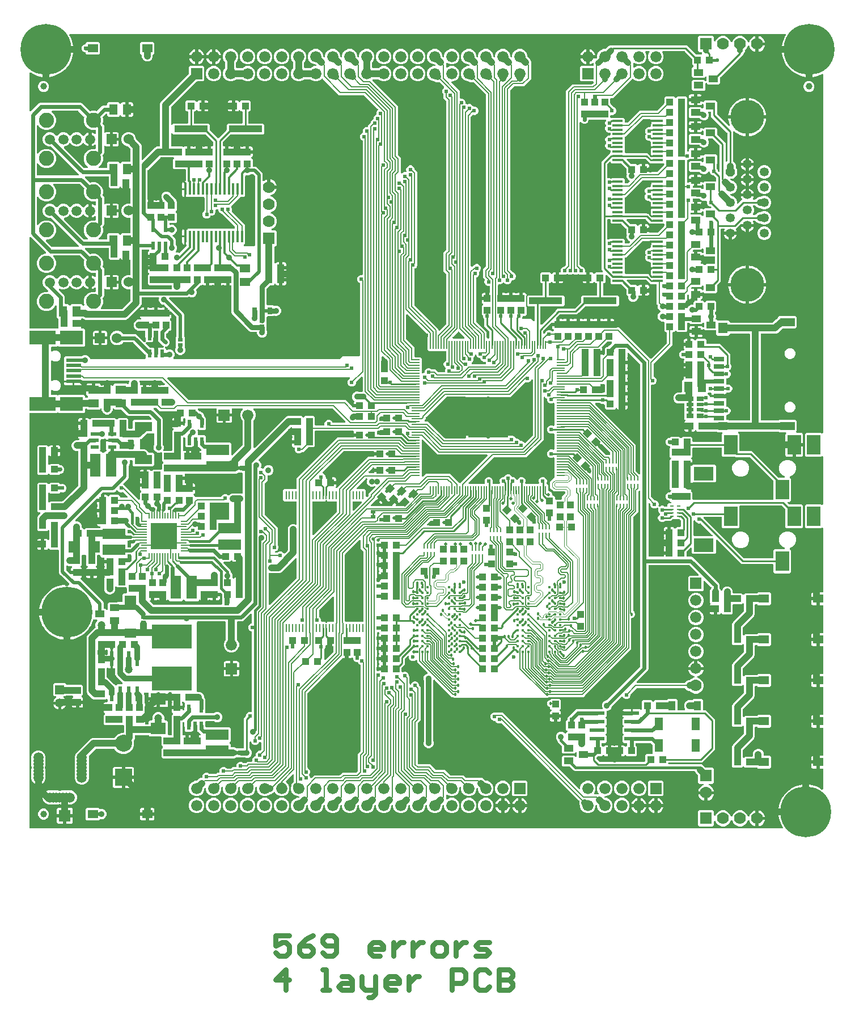
<source format=gtl>
G04 EAGLE Gerber RS-274X export*
G75*
%MOMM*%
%FSLAX34Y34*%
%LPD*%
%INTop Copper*%
%IPPOS*%
%AMOC8*
5,1,8,0,0,1.08239X$1,22.5*%
G01*
%ADD10C,0.762000*%
%ADD11C,1.500000*%
%ADD12R,1.778000X1.778000*%
%ADD13R,1.016000X1.016000*%
%ADD14R,1.016000X1.016000*%
%ADD15R,5.000000X1.000000*%
%ADD16R,1.270000X1.524000*%
%ADD17R,1.676400X1.676400*%
%ADD18C,1.676400*%
%ADD19C,1.000000*%
%ADD20R,1.350000X1.350000*%
%ADD21C,1.350000*%
%ADD22R,1.016000X0.762000*%
%ADD23R,1.016000X0.508000*%
%ADD24R,0.600000X2.200000*%
%ADD25R,0.550000X1.200000*%
%ADD26R,6.000000X3.600000*%
%ADD27R,0.762000X0.508000*%
%ADD28R,3.500000X1.600000*%
%ADD29C,0.508000*%
%ADD30R,0.508000X0.762000*%
%ADD31C,2.540000*%
%ADD32R,2.540000X2.540000*%
%ADD33R,1.000000X1.400000*%
%ADD34R,0.604800X0.604800*%
%ADD35R,2.700000X2.700000*%
%ADD36R,0.200000X1.300000*%
%ADD37R,1.300000X0.200000*%
%ADD38R,6.000000X6.000000*%
%ADD39R,0.250000X0.625000*%
%ADD40R,1.524000X1.270000*%
%ADD41R,1.524000X1.524000*%
%ADD42C,1.524000*%
%ADD43R,2.250000X0.500000*%
%ADD44R,4.000000X2.100000*%
%ADD45R,3.500000X2.100000*%
%ADD46R,0.350000X1.750000*%
%ADD47C,2.250000*%
%ADD48C,1.778000*%
%ADD49R,2.200000X0.600000*%
%ADD50R,1.800000X1.800000*%
%ADD51R,0.200000X0.900000*%
%ADD52R,0.900000X0.200000*%
%ADD53R,4.000000X4.000000*%
%ADD54R,1.200000X0.550000*%
%ADD55R,1.600000X3.500000*%
%ADD56R,1.651000X1.778000*%
%ADD57R,1.400000X1.000000*%
%ADD58R,1.800000X1.450000*%
%ADD59R,0.250000X1.200000*%
%ADD60R,2.286000X1.778000*%
%ADD61C,0.400000*%
%ADD62C,0.600000*%
%ADD63P,1.461226X8X112.500000*%
%ADD64C,5.080000*%
%ADD65R,1.500000X0.300000*%
%ADD66R,2.000000X3.000000*%
%ADD67R,3.000000X2.000000*%
%ADD68R,0.625000X0.250000*%
%ADD69R,2.600000X1.450000*%
%ADD70C,7.600000*%
%ADD71C,1.200000*%
%ADD72R,0.762000X1.016000*%
%ADD73C,0.254000*%
%ADD74R,1.600000X0.700000*%
%ADD75R,1.400000X1.200000*%
%ADD76R,1.400000X1.600000*%
%ADD77R,2.200000X1.200000*%
%ADD78R,1.300000X1.900000*%
%ADD79C,0.609600*%
%ADD80C,0.152400*%
%ADD81C,0.127000*%
%ADD82C,1.016000*%
%ADD83C,0.203200*%
%ADD84C,0.228600*%
%ADD85C,0.812800*%
%ADD86C,0.406400*%
%ADD87C,0.355600*%
%ADD88C,1.270000*%
%ADD89C,0.304800*%
%ADD90C,0.603200*%
%ADD91C,0.457200*%
%ADD92C,0.503200*%
%ADD93C,0.900000*%
%ADD94C,0.553200*%
%ADD95C,0.381000*%
%ADD96C,0.114200*%

G36*
X1128319Y4322D02*
X1128319Y4322D01*
X1128348Y4320D01*
X1128477Y4342D01*
X1128606Y4359D01*
X1128633Y4369D01*
X1128661Y4374D01*
X1128781Y4428D01*
X1128902Y4476D01*
X1128925Y4492D01*
X1128951Y4504D01*
X1129054Y4586D01*
X1129159Y4662D01*
X1129177Y4685D01*
X1129200Y4702D01*
X1129278Y4807D01*
X1129362Y4907D01*
X1129374Y4934D01*
X1129391Y4956D01*
X1129442Y5077D01*
X1129497Y5195D01*
X1129503Y5223D01*
X1129514Y5250D01*
X1129533Y5379D01*
X1129557Y5507D01*
X1129555Y5536D01*
X1129560Y5565D01*
X1129546Y5695D01*
X1129537Y5825D01*
X1129529Y5852D01*
X1129526Y5881D01*
X1129480Y6003D01*
X1129439Y6127D01*
X1129424Y6152D01*
X1129414Y6179D01*
X1129330Y6316D01*
X1129087Y6663D01*
X1127295Y9768D01*
X1125780Y13016D01*
X1124554Y16385D01*
X1123626Y19847D01*
X1123004Y23377D01*
X1122757Y26201D01*
X1123422Y26201D01*
X1123540Y26216D01*
X1123659Y26223D01*
X1123697Y26236D01*
X1123738Y26241D01*
X1123848Y26284D01*
X1123961Y26321D01*
X1123996Y26343D01*
X1124033Y26358D01*
X1124129Y26428D01*
X1124230Y26491D01*
X1124258Y26521D01*
X1124291Y26544D01*
X1124367Y26636D01*
X1124448Y26723D01*
X1124468Y26758D01*
X1124493Y26789D01*
X1124544Y26897D01*
X1124602Y27001D01*
X1124612Y27041D01*
X1124629Y27077D01*
X1124651Y27194D01*
X1124681Y27309D01*
X1124685Y27370D01*
X1124689Y27390D01*
X1124687Y27410D01*
X1124691Y27470D01*
X1124691Y30010D01*
X1124676Y30128D01*
X1124669Y30247D01*
X1124656Y30285D01*
X1124651Y30325D01*
X1124608Y30436D01*
X1124571Y30549D01*
X1124549Y30584D01*
X1124534Y30621D01*
X1124465Y30717D01*
X1124401Y30818D01*
X1124371Y30846D01*
X1124348Y30879D01*
X1124256Y30954D01*
X1124169Y31036D01*
X1124134Y31056D01*
X1124103Y31081D01*
X1123995Y31132D01*
X1123891Y31190D01*
X1123851Y31200D01*
X1123815Y31217D01*
X1123698Y31239D01*
X1123583Y31269D01*
X1123523Y31273D01*
X1123503Y31277D01*
X1123482Y31275D01*
X1123422Y31279D01*
X1122757Y31279D01*
X1123004Y34103D01*
X1123626Y37633D01*
X1124554Y41095D01*
X1125780Y44464D01*
X1127295Y47712D01*
X1129087Y50817D01*
X1131143Y53753D01*
X1133447Y56498D01*
X1135982Y59033D01*
X1138727Y61337D01*
X1141663Y63393D01*
X1144768Y65185D01*
X1148016Y66700D01*
X1151385Y67926D01*
X1154847Y68854D01*
X1158377Y69476D01*
X1161201Y69723D01*
X1161201Y69058D01*
X1161216Y68940D01*
X1161223Y68821D01*
X1161236Y68783D01*
X1161241Y68742D01*
X1161284Y68632D01*
X1161321Y68519D01*
X1161343Y68484D01*
X1161358Y68447D01*
X1161428Y68351D01*
X1161491Y68250D01*
X1161521Y68222D01*
X1161544Y68189D01*
X1161636Y68113D01*
X1161723Y68032D01*
X1161758Y68012D01*
X1161789Y67987D01*
X1161897Y67936D01*
X1162001Y67878D01*
X1162041Y67868D01*
X1162077Y67851D01*
X1162194Y67829D01*
X1162309Y67799D01*
X1162370Y67795D01*
X1162390Y67791D01*
X1162410Y67793D01*
X1162470Y67789D01*
X1165010Y67789D01*
X1165128Y67804D01*
X1165247Y67811D01*
X1165285Y67824D01*
X1165325Y67829D01*
X1165436Y67872D01*
X1165549Y67909D01*
X1165584Y67931D01*
X1165621Y67946D01*
X1165717Y68015D01*
X1165818Y68079D01*
X1165846Y68109D01*
X1165879Y68132D01*
X1165954Y68224D01*
X1166036Y68311D01*
X1166056Y68346D01*
X1166081Y68377D01*
X1166132Y68485D01*
X1166190Y68589D01*
X1166200Y68629D01*
X1166217Y68665D01*
X1166239Y68782D01*
X1166269Y68897D01*
X1166273Y68957D01*
X1166277Y68977D01*
X1166275Y68998D01*
X1166279Y69058D01*
X1166279Y69723D01*
X1169103Y69476D01*
X1172633Y68854D01*
X1176095Y67926D01*
X1179464Y66700D01*
X1182712Y65185D01*
X1185816Y63393D01*
X1187484Y62226D01*
X1187509Y62212D01*
X1187531Y62194D01*
X1187650Y62138D01*
X1187765Y62077D01*
X1187793Y62071D01*
X1187819Y62058D01*
X1187948Y62034D01*
X1188075Y62003D01*
X1188103Y62004D01*
X1188132Y61999D01*
X1188262Y62007D01*
X1188393Y62009D01*
X1188420Y62017D01*
X1188449Y62018D01*
X1188573Y62058D01*
X1188699Y62093D01*
X1188724Y62107D01*
X1188751Y62116D01*
X1188862Y62186D01*
X1188975Y62251D01*
X1188996Y62271D01*
X1189020Y62286D01*
X1189110Y62382D01*
X1189203Y62473D01*
X1189218Y62497D01*
X1189238Y62518D01*
X1189301Y62633D01*
X1189369Y62744D01*
X1189378Y62771D01*
X1189392Y62797D01*
X1189424Y62923D01*
X1189463Y63048D01*
X1189464Y63077D01*
X1189471Y63105D01*
X1189481Y63265D01*
X1189481Y92202D01*
X1189466Y92320D01*
X1189459Y92439D01*
X1189446Y92477D01*
X1189441Y92518D01*
X1189398Y92628D01*
X1189361Y92741D01*
X1189339Y92776D01*
X1189324Y92813D01*
X1189255Y92909D01*
X1189191Y93010D01*
X1189161Y93038D01*
X1189138Y93071D01*
X1189046Y93147D01*
X1188959Y93228D01*
X1188924Y93248D01*
X1188893Y93273D01*
X1188785Y93324D01*
X1188681Y93382D01*
X1188641Y93392D01*
X1188605Y93409D01*
X1188488Y93431D01*
X1188373Y93461D01*
X1188313Y93465D01*
X1188293Y93469D01*
X1188272Y93467D01*
X1188212Y93471D01*
X1184909Y93471D01*
X1184909Y101600D01*
X1184894Y101718D01*
X1184887Y101837D01*
X1184874Y101875D01*
X1184869Y101915D01*
X1184825Y102026D01*
X1184789Y102139D01*
X1184767Y102174D01*
X1184752Y102211D01*
X1184682Y102307D01*
X1184619Y102408D01*
X1184589Y102436D01*
X1184565Y102468D01*
X1184474Y102544D01*
X1184387Y102626D01*
X1184352Y102645D01*
X1184320Y102671D01*
X1184213Y102722D01*
X1184109Y102779D01*
X1184069Y102790D01*
X1184033Y102807D01*
X1183916Y102829D01*
X1183801Y102859D01*
X1183740Y102863D01*
X1183720Y102867D01*
X1183700Y102865D01*
X1183640Y102869D01*
X1182369Y102869D01*
X1182369Y102871D01*
X1183640Y102871D01*
X1183758Y102886D01*
X1183877Y102893D01*
X1183915Y102906D01*
X1183955Y102911D01*
X1184066Y102955D01*
X1184179Y102991D01*
X1184214Y103013D01*
X1184251Y103028D01*
X1184347Y103098D01*
X1184448Y103161D01*
X1184476Y103191D01*
X1184508Y103215D01*
X1184584Y103306D01*
X1184666Y103393D01*
X1184685Y103428D01*
X1184711Y103460D01*
X1184762Y103567D01*
X1184819Y103671D01*
X1184830Y103711D01*
X1184847Y103747D01*
X1184869Y103864D01*
X1184899Y103979D01*
X1184903Y104040D01*
X1184907Y104060D01*
X1184905Y104080D01*
X1184909Y104140D01*
X1184909Y112269D01*
X1188212Y112269D01*
X1188330Y112284D01*
X1188449Y112291D01*
X1188487Y112304D01*
X1188528Y112309D01*
X1188638Y112352D01*
X1188751Y112389D01*
X1188786Y112411D01*
X1188823Y112426D01*
X1188919Y112495D01*
X1189020Y112559D01*
X1189048Y112589D01*
X1189081Y112612D01*
X1189157Y112704D01*
X1189238Y112791D01*
X1189258Y112826D01*
X1189283Y112857D01*
X1189334Y112965D01*
X1189392Y113069D01*
X1189402Y113109D01*
X1189419Y113145D01*
X1189441Y113262D01*
X1189471Y113377D01*
X1189475Y113437D01*
X1189479Y113457D01*
X1189477Y113478D01*
X1189481Y113538D01*
X1189481Y153162D01*
X1189466Y153280D01*
X1189459Y153399D01*
X1189446Y153437D01*
X1189441Y153478D01*
X1189398Y153588D01*
X1189361Y153701D01*
X1189339Y153736D01*
X1189324Y153773D01*
X1189255Y153869D01*
X1189191Y153970D01*
X1189161Y153998D01*
X1189138Y154031D01*
X1189046Y154107D01*
X1188959Y154188D01*
X1188924Y154208D01*
X1188893Y154233D01*
X1188785Y154284D01*
X1188681Y154342D01*
X1188641Y154352D01*
X1188605Y154369D01*
X1188488Y154391D01*
X1188373Y154421D01*
X1188313Y154425D01*
X1188293Y154429D01*
X1188272Y154427D01*
X1188212Y154431D01*
X1184909Y154431D01*
X1184909Y162560D01*
X1184894Y162678D01*
X1184887Y162797D01*
X1184874Y162835D01*
X1184869Y162875D01*
X1184825Y162986D01*
X1184789Y163099D01*
X1184767Y163133D01*
X1184752Y163171D01*
X1184682Y163267D01*
X1184619Y163368D01*
X1184589Y163396D01*
X1184565Y163428D01*
X1184474Y163504D01*
X1184387Y163586D01*
X1184352Y163605D01*
X1184320Y163631D01*
X1184213Y163682D01*
X1184109Y163739D01*
X1184069Y163750D01*
X1184033Y163767D01*
X1183916Y163789D01*
X1183801Y163819D01*
X1183740Y163823D01*
X1183720Y163827D01*
X1183700Y163825D01*
X1183640Y163829D01*
X1182369Y163829D01*
X1182369Y163831D01*
X1183640Y163831D01*
X1183758Y163846D01*
X1183877Y163853D01*
X1183915Y163866D01*
X1183955Y163871D01*
X1184066Y163915D01*
X1184179Y163951D01*
X1184214Y163973D01*
X1184251Y163988D01*
X1184347Y164058D01*
X1184448Y164121D01*
X1184476Y164151D01*
X1184508Y164175D01*
X1184584Y164266D01*
X1184666Y164353D01*
X1184685Y164388D01*
X1184711Y164420D01*
X1184762Y164527D01*
X1184819Y164631D01*
X1184830Y164671D01*
X1184847Y164707D01*
X1184869Y164824D01*
X1184899Y164939D01*
X1184903Y165000D01*
X1184907Y165020D01*
X1184905Y165040D01*
X1184909Y165100D01*
X1184909Y173229D01*
X1188212Y173229D01*
X1188330Y173244D01*
X1188449Y173251D01*
X1188487Y173264D01*
X1188528Y173269D01*
X1188638Y173312D01*
X1188751Y173349D01*
X1188786Y173371D01*
X1188823Y173386D01*
X1188919Y173455D01*
X1189020Y173519D01*
X1189048Y173549D01*
X1189081Y173572D01*
X1189157Y173664D01*
X1189238Y173751D01*
X1189258Y173786D01*
X1189283Y173817D01*
X1189334Y173925D01*
X1189392Y174029D01*
X1189402Y174069D01*
X1189419Y174105D01*
X1189441Y174222D01*
X1189471Y174337D01*
X1189475Y174397D01*
X1189479Y174417D01*
X1189477Y174438D01*
X1189481Y174498D01*
X1189481Y214122D01*
X1189466Y214240D01*
X1189459Y214359D01*
X1189446Y214397D01*
X1189441Y214438D01*
X1189398Y214548D01*
X1189361Y214661D01*
X1189339Y214696D01*
X1189324Y214733D01*
X1189255Y214829D01*
X1189191Y214930D01*
X1189161Y214958D01*
X1189138Y214991D01*
X1189046Y215067D01*
X1188959Y215148D01*
X1188924Y215168D01*
X1188893Y215193D01*
X1188785Y215244D01*
X1188681Y215302D01*
X1188641Y215312D01*
X1188605Y215329D01*
X1188488Y215351D01*
X1188373Y215381D01*
X1188313Y215385D01*
X1188293Y215389D01*
X1188272Y215387D01*
X1188212Y215391D01*
X1184909Y215391D01*
X1184909Y223520D01*
X1184894Y223638D01*
X1184887Y223757D01*
X1184874Y223795D01*
X1184869Y223835D01*
X1184825Y223946D01*
X1184789Y224059D01*
X1184767Y224094D01*
X1184752Y224131D01*
X1184682Y224227D01*
X1184619Y224328D01*
X1184589Y224356D01*
X1184565Y224388D01*
X1184474Y224464D01*
X1184387Y224546D01*
X1184352Y224565D01*
X1184320Y224591D01*
X1184213Y224642D01*
X1184109Y224699D01*
X1184069Y224710D01*
X1184033Y224727D01*
X1183916Y224749D01*
X1183801Y224779D01*
X1183740Y224783D01*
X1183720Y224787D01*
X1183700Y224785D01*
X1183640Y224789D01*
X1182369Y224789D01*
X1182369Y224791D01*
X1183640Y224791D01*
X1183758Y224806D01*
X1183877Y224813D01*
X1183915Y224826D01*
X1183955Y224831D01*
X1184066Y224875D01*
X1184179Y224911D01*
X1184214Y224933D01*
X1184251Y224948D01*
X1184347Y225018D01*
X1184448Y225081D01*
X1184476Y225111D01*
X1184508Y225135D01*
X1184584Y225226D01*
X1184666Y225313D01*
X1184685Y225348D01*
X1184711Y225380D01*
X1184762Y225487D01*
X1184819Y225591D01*
X1184830Y225631D01*
X1184847Y225667D01*
X1184869Y225784D01*
X1184899Y225899D01*
X1184903Y225960D01*
X1184907Y225980D01*
X1184905Y226000D01*
X1184909Y226060D01*
X1184909Y234189D01*
X1188212Y234189D01*
X1188330Y234204D01*
X1188449Y234211D01*
X1188487Y234224D01*
X1188528Y234229D01*
X1188638Y234272D01*
X1188751Y234309D01*
X1188786Y234331D01*
X1188823Y234346D01*
X1188919Y234415D01*
X1189020Y234479D01*
X1189048Y234509D01*
X1189081Y234532D01*
X1189157Y234624D01*
X1189238Y234711D01*
X1189258Y234746D01*
X1189283Y234777D01*
X1189334Y234885D01*
X1189392Y234989D01*
X1189402Y235029D01*
X1189419Y235065D01*
X1189441Y235182D01*
X1189471Y235297D01*
X1189475Y235357D01*
X1189479Y235377D01*
X1189477Y235398D01*
X1189481Y235458D01*
X1189481Y275082D01*
X1189466Y275200D01*
X1189459Y275319D01*
X1189446Y275357D01*
X1189441Y275398D01*
X1189398Y275508D01*
X1189361Y275621D01*
X1189339Y275656D01*
X1189324Y275693D01*
X1189255Y275789D01*
X1189191Y275890D01*
X1189161Y275918D01*
X1189138Y275951D01*
X1189046Y276027D01*
X1188959Y276108D01*
X1188924Y276128D01*
X1188893Y276153D01*
X1188785Y276204D01*
X1188681Y276262D01*
X1188641Y276272D01*
X1188605Y276289D01*
X1188488Y276311D01*
X1188373Y276341D01*
X1188313Y276345D01*
X1188293Y276349D01*
X1188272Y276347D01*
X1188212Y276351D01*
X1184909Y276351D01*
X1184909Y284480D01*
X1184894Y284598D01*
X1184887Y284717D01*
X1184874Y284755D01*
X1184869Y284795D01*
X1184825Y284906D01*
X1184789Y285019D01*
X1184767Y285054D01*
X1184752Y285091D01*
X1184682Y285187D01*
X1184619Y285288D01*
X1184589Y285316D01*
X1184565Y285348D01*
X1184474Y285424D01*
X1184387Y285506D01*
X1184352Y285525D01*
X1184320Y285551D01*
X1184213Y285602D01*
X1184109Y285659D01*
X1184069Y285670D01*
X1184033Y285687D01*
X1183916Y285709D01*
X1183801Y285739D01*
X1183740Y285743D01*
X1183720Y285747D01*
X1183700Y285745D01*
X1183640Y285749D01*
X1182369Y285749D01*
X1182369Y285751D01*
X1183640Y285751D01*
X1183758Y285766D01*
X1183877Y285773D01*
X1183915Y285786D01*
X1183955Y285791D01*
X1184066Y285835D01*
X1184179Y285871D01*
X1184214Y285893D01*
X1184251Y285908D01*
X1184347Y285978D01*
X1184448Y286041D01*
X1184476Y286071D01*
X1184508Y286095D01*
X1184584Y286186D01*
X1184666Y286273D01*
X1184685Y286308D01*
X1184711Y286340D01*
X1184762Y286447D01*
X1184819Y286551D01*
X1184830Y286591D01*
X1184847Y286627D01*
X1184869Y286744D01*
X1184899Y286859D01*
X1184903Y286920D01*
X1184907Y286940D01*
X1184905Y286960D01*
X1184909Y287020D01*
X1184909Y295149D01*
X1188212Y295149D01*
X1188330Y295164D01*
X1188449Y295171D01*
X1188487Y295184D01*
X1188528Y295189D01*
X1188638Y295232D01*
X1188751Y295269D01*
X1188786Y295291D01*
X1188823Y295306D01*
X1188919Y295375D01*
X1189020Y295439D01*
X1189048Y295469D01*
X1189081Y295492D01*
X1189157Y295584D01*
X1189238Y295671D01*
X1189258Y295706D01*
X1189283Y295737D01*
X1189334Y295845D01*
X1189392Y295949D01*
X1189402Y295989D01*
X1189419Y296025D01*
X1189441Y296142D01*
X1189471Y296257D01*
X1189475Y296317D01*
X1189479Y296337D01*
X1189477Y296358D01*
X1189481Y296418D01*
X1189481Y336042D01*
X1189466Y336160D01*
X1189459Y336279D01*
X1189446Y336317D01*
X1189441Y336358D01*
X1189398Y336468D01*
X1189361Y336581D01*
X1189339Y336616D01*
X1189324Y336653D01*
X1189255Y336749D01*
X1189191Y336850D01*
X1189161Y336878D01*
X1189138Y336911D01*
X1189046Y336987D01*
X1188959Y337068D01*
X1188924Y337088D01*
X1188893Y337113D01*
X1188785Y337164D01*
X1188681Y337222D01*
X1188641Y337232D01*
X1188605Y337249D01*
X1188488Y337271D01*
X1188373Y337301D01*
X1188313Y337305D01*
X1188293Y337309D01*
X1188272Y337307D01*
X1188212Y337311D01*
X1184909Y337311D01*
X1184909Y345440D01*
X1184894Y345558D01*
X1184887Y345677D01*
X1184874Y345715D01*
X1184869Y345755D01*
X1184825Y345866D01*
X1184789Y345979D01*
X1184767Y346014D01*
X1184752Y346051D01*
X1184682Y346147D01*
X1184619Y346248D01*
X1184589Y346276D01*
X1184565Y346308D01*
X1184474Y346384D01*
X1184387Y346466D01*
X1184352Y346485D01*
X1184320Y346511D01*
X1184213Y346562D01*
X1184109Y346619D01*
X1184069Y346630D01*
X1184033Y346647D01*
X1183916Y346669D01*
X1183801Y346699D01*
X1183740Y346703D01*
X1183720Y346707D01*
X1183700Y346705D01*
X1183640Y346709D01*
X1182369Y346709D01*
X1182369Y346711D01*
X1183640Y346711D01*
X1183758Y346726D01*
X1183877Y346733D01*
X1183915Y346746D01*
X1183955Y346751D01*
X1184066Y346795D01*
X1184179Y346831D01*
X1184214Y346853D01*
X1184251Y346868D01*
X1184347Y346938D01*
X1184448Y347001D01*
X1184476Y347031D01*
X1184508Y347055D01*
X1184584Y347146D01*
X1184666Y347233D01*
X1184685Y347268D01*
X1184711Y347300D01*
X1184762Y347407D01*
X1184819Y347511D01*
X1184830Y347551D01*
X1184847Y347587D01*
X1184869Y347704D01*
X1184899Y347819D01*
X1184903Y347880D01*
X1184907Y347900D01*
X1184905Y347920D01*
X1184909Y347980D01*
X1184909Y356109D01*
X1188212Y356109D01*
X1188330Y356124D01*
X1188449Y356131D01*
X1188487Y356144D01*
X1188528Y356149D01*
X1188638Y356192D01*
X1188751Y356229D01*
X1188786Y356251D01*
X1188823Y356266D01*
X1188919Y356335D01*
X1189020Y356399D01*
X1189048Y356429D01*
X1189081Y356452D01*
X1189157Y356544D01*
X1189238Y356631D01*
X1189258Y356666D01*
X1189283Y356697D01*
X1189334Y356805D01*
X1189392Y356909D01*
X1189402Y356949D01*
X1189419Y356985D01*
X1189441Y357102D01*
X1189471Y357217D01*
X1189475Y357277D01*
X1189479Y357297D01*
X1189477Y357318D01*
X1189481Y357378D01*
X1189481Y451585D01*
X1189464Y451723D01*
X1189451Y451862D01*
X1189444Y451881D01*
X1189441Y451901D01*
X1189390Y452030D01*
X1189343Y452161D01*
X1189332Y452178D01*
X1189324Y452197D01*
X1189243Y452309D01*
X1189165Y452424D01*
X1189149Y452438D01*
X1189138Y452454D01*
X1189030Y452543D01*
X1188926Y452635D01*
X1188908Y452644D01*
X1188893Y452657D01*
X1188767Y452716D01*
X1188643Y452779D01*
X1188623Y452784D01*
X1188605Y452792D01*
X1188468Y452818D01*
X1188333Y452849D01*
X1188312Y452848D01*
X1188293Y452852D01*
X1188154Y452844D01*
X1188015Y452839D01*
X1187995Y452834D01*
X1187975Y452832D01*
X1187843Y452790D01*
X1187709Y452751D01*
X1187692Y452741D01*
X1187673Y452734D01*
X1187555Y452660D01*
X1187435Y452589D01*
X1187414Y452571D01*
X1187404Y452564D01*
X1187390Y452549D01*
X1187315Y452483D01*
X1186603Y451771D01*
X1164077Y451771D01*
X1162291Y453557D01*
X1162291Y486083D01*
X1164077Y487869D01*
X1186603Y487869D01*
X1187315Y487157D01*
X1187424Y487072D01*
X1187531Y486983D01*
X1187550Y486974D01*
X1187566Y486962D01*
X1187693Y486907D01*
X1187819Y486848D01*
X1187839Y486844D01*
X1187858Y486836D01*
X1187996Y486814D01*
X1188132Y486788D01*
X1188152Y486789D01*
X1188172Y486786D01*
X1188311Y486799D01*
X1188449Y486808D01*
X1188468Y486814D01*
X1188488Y486816D01*
X1188620Y486863D01*
X1188751Y486906D01*
X1188769Y486916D01*
X1188788Y486923D01*
X1188903Y487001D01*
X1189020Y487076D01*
X1189034Y487091D01*
X1189051Y487102D01*
X1189143Y487206D01*
X1189238Y487307D01*
X1189248Y487325D01*
X1189261Y487340D01*
X1189324Y487464D01*
X1189392Y487586D01*
X1189397Y487605D01*
X1189406Y487624D01*
X1189436Y487759D01*
X1189471Y487894D01*
X1189473Y487922D01*
X1189476Y487934D01*
X1189475Y487954D01*
X1189481Y488055D01*
X1189481Y558265D01*
X1189464Y558403D01*
X1189451Y558542D01*
X1189444Y558561D01*
X1189441Y558581D01*
X1189390Y558710D01*
X1189343Y558841D01*
X1189332Y558858D01*
X1189324Y558877D01*
X1189243Y558988D01*
X1189165Y559104D01*
X1189149Y559118D01*
X1189138Y559134D01*
X1189030Y559223D01*
X1188926Y559315D01*
X1188908Y559324D01*
X1188893Y559337D01*
X1188767Y559396D01*
X1188643Y559459D01*
X1188623Y559464D01*
X1188605Y559472D01*
X1188468Y559498D01*
X1188333Y559529D01*
X1188312Y559528D01*
X1188293Y559532D01*
X1188154Y559524D01*
X1188015Y559519D01*
X1187995Y559514D01*
X1187975Y559512D01*
X1187843Y559470D01*
X1187709Y559431D01*
X1187692Y559421D01*
X1187673Y559414D01*
X1187555Y559340D01*
X1187435Y559269D01*
X1187414Y559251D01*
X1187404Y559244D01*
X1187390Y559229D01*
X1187315Y559163D01*
X1186603Y558451D01*
X1164077Y558451D01*
X1162291Y560237D01*
X1162291Y592763D01*
X1164077Y594549D01*
X1186603Y594549D01*
X1187315Y593837D01*
X1187424Y593752D01*
X1187531Y593663D01*
X1187550Y593654D01*
X1187566Y593642D01*
X1187693Y593587D01*
X1187819Y593528D01*
X1187839Y593524D01*
X1187858Y593516D01*
X1187996Y593494D01*
X1188132Y593468D01*
X1188152Y593469D01*
X1188172Y593466D01*
X1188311Y593479D01*
X1188449Y593488D01*
X1188468Y593494D01*
X1188488Y593496D01*
X1188620Y593543D01*
X1188751Y593586D01*
X1188769Y593596D01*
X1188788Y593603D01*
X1188903Y593681D01*
X1189020Y593756D01*
X1189034Y593771D01*
X1189051Y593782D01*
X1189143Y593886D01*
X1189238Y593987D01*
X1189248Y594005D01*
X1189261Y594020D01*
X1189324Y594144D01*
X1189392Y594266D01*
X1189397Y594285D01*
X1189406Y594304D01*
X1189436Y594439D01*
X1189471Y594574D01*
X1189473Y594602D01*
X1189476Y594614D01*
X1189475Y594634D01*
X1189481Y594735D01*
X1189481Y1128681D01*
X1189472Y1128757D01*
X1189472Y1128835D01*
X1189452Y1128914D01*
X1189441Y1128996D01*
X1189413Y1129068D01*
X1189394Y1129143D01*
X1189355Y1129215D01*
X1189324Y1129292D01*
X1189279Y1129354D01*
X1189242Y1129422D01*
X1189186Y1129483D01*
X1189138Y1129549D01*
X1189078Y1129598D01*
X1189025Y1129655D01*
X1188956Y1129699D01*
X1188893Y1129752D01*
X1188823Y1129785D01*
X1188758Y1129827D01*
X1188679Y1129852D01*
X1188605Y1129888D01*
X1188529Y1129902D01*
X1188456Y1129926D01*
X1188373Y1129932D01*
X1188293Y1129947D01*
X1188215Y1129942D01*
X1188138Y1129948D01*
X1188057Y1129933D01*
X1187975Y1129928D01*
X1187902Y1129904D01*
X1187826Y1129890D01*
X1187676Y1129831D01*
X1184564Y1128380D01*
X1181195Y1127154D01*
X1177733Y1126226D01*
X1174203Y1125604D01*
X1171379Y1125357D01*
X1171379Y1126022D01*
X1171364Y1126140D01*
X1171357Y1126259D01*
X1171344Y1126297D01*
X1171339Y1126338D01*
X1171296Y1126448D01*
X1171259Y1126561D01*
X1171237Y1126596D01*
X1171222Y1126633D01*
X1171152Y1126729D01*
X1171089Y1126830D01*
X1171059Y1126858D01*
X1171035Y1126891D01*
X1170944Y1126967D01*
X1170857Y1127048D01*
X1170822Y1127068D01*
X1170791Y1127093D01*
X1170683Y1127144D01*
X1170579Y1127202D01*
X1170539Y1127212D01*
X1170503Y1127229D01*
X1170386Y1127251D01*
X1170271Y1127281D01*
X1170210Y1127285D01*
X1170190Y1127289D01*
X1170170Y1127287D01*
X1170110Y1127291D01*
X1167570Y1127291D01*
X1167452Y1127276D01*
X1167333Y1127269D01*
X1167295Y1127256D01*
X1167254Y1127251D01*
X1167144Y1127208D01*
X1167031Y1127171D01*
X1166996Y1127149D01*
X1166959Y1127134D01*
X1166863Y1127065D01*
X1166762Y1127001D01*
X1166734Y1126971D01*
X1166701Y1126948D01*
X1166626Y1126856D01*
X1166544Y1126769D01*
X1166524Y1126734D01*
X1166499Y1126703D01*
X1166448Y1126595D01*
X1166390Y1126491D01*
X1166380Y1126451D01*
X1166363Y1126415D01*
X1166341Y1126298D01*
X1166311Y1126183D01*
X1166307Y1126123D01*
X1166303Y1126103D01*
X1166305Y1126082D01*
X1166301Y1126022D01*
X1166301Y1125357D01*
X1163477Y1125604D01*
X1159947Y1126226D01*
X1156485Y1127154D01*
X1153116Y1128380D01*
X1149868Y1129895D01*
X1146763Y1131687D01*
X1143827Y1133743D01*
X1141082Y1136047D01*
X1138547Y1138582D01*
X1136243Y1141327D01*
X1134187Y1144263D01*
X1132395Y1147368D01*
X1130880Y1150616D01*
X1129654Y1153985D01*
X1128726Y1157447D01*
X1128104Y1160977D01*
X1127857Y1163801D01*
X1128522Y1163801D01*
X1128640Y1163816D01*
X1128759Y1163823D01*
X1128797Y1163836D01*
X1128838Y1163841D01*
X1128948Y1163884D01*
X1129061Y1163921D01*
X1129096Y1163943D01*
X1129133Y1163958D01*
X1129229Y1164028D01*
X1129330Y1164091D01*
X1129358Y1164121D01*
X1129391Y1164144D01*
X1129467Y1164236D01*
X1129548Y1164323D01*
X1129568Y1164358D01*
X1129593Y1164389D01*
X1129644Y1164497D01*
X1129702Y1164601D01*
X1129712Y1164641D01*
X1129729Y1164677D01*
X1129751Y1164794D01*
X1129781Y1164909D01*
X1129785Y1164970D01*
X1129789Y1164990D01*
X1129787Y1165010D01*
X1129791Y1165070D01*
X1129791Y1167610D01*
X1129776Y1167728D01*
X1129769Y1167847D01*
X1129756Y1167885D01*
X1129751Y1167925D01*
X1129708Y1168036D01*
X1129671Y1168149D01*
X1129649Y1168184D01*
X1129634Y1168221D01*
X1129565Y1168317D01*
X1129501Y1168418D01*
X1129471Y1168446D01*
X1129448Y1168479D01*
X1129356Y1168554D01*
X1129269Y1168636D01*
X1129234Y1168656D01*
X1129203Y1168681D01*
X1129095Y1168732D01*
X1128991Y1168790D01*
X1128951Y1168800D01*
X1128915Y1168817D01*
X1128798Y1168839D01*
X1128683Y1168869D01*
X1128623Y1168873D01*
X1128603Y1168877D01*
X1128582Y1168875D01*
X1128522Y1168879D01*
X1127857Y1168879D01*
X1128104Y1171703D01*
X1128726Y1175233D01*
X1129654Y1178695D01*
X1130880Y1182064D01*
X1132395Y1185312D01*
X1133702Y1187577D01*
X1133754Y1187700D01*
X1133810Y1187819D01*
X1133815Y1187846D01*
X1133826Y1187871D01*
X1133845Y1188002D01*
X1133870Y1188132D01*
X1133868Y1188158D01*
X1133872Y1188185D01*
X1133858Y1188317D01*
X1133850Y1188449D01*
X1133842Y1188475D01*
X1133839Y1188501D01*
X1133793Y1188626D01*
X1133752Y1188751D01*
X1133738Y1188774D01*
X1133728Y1188800D01*
X1133653Y1188908D01*
X1133582Y1189020D01*
X1133562Y1189039D01*
X1133547Y1189061D01*
X1133447Y1189147D01*
X1133350Y1189238D01*
X1133327Y1189251D01*
X1133306Y1189269D01*
X1133188Y1189328D01*
X1133072Y1189392D01*
X1133046Y1189398D01*
X1133022Y1189410D01*
X1132892Y1189438D01*
X1132764Y1189471D01*
X1132726Y1189473D01*
X1132711Y1189477D01*
X1132689Y1189476D01*
X1132603Y1189481D01*
X64977Y1189481D01*
X64846Y1189465D01*
X64714Y1189454D01*
X64688Y1189445D01*
X64661Y1189441D01*
X64538Y1189393D01*
X64413Y1189349D01*
X64391Y1189334D01*
X64366Y1189324D01*
X64259Y1189247D01*
X64148Y1189173D01*
X64130Y1189153D01*
X64108Y1189138D01*
X64024Y1189035D01*
X63935Y1188937D01*
X63923Y1188913D01*
X63905Y1188893D01*
X63849Y1188773D01*
X63788Y1188656D01*
X63781Y1188629D01*
X63770Y1188605D01*
X63745Y1188475D01*
X63715Y1188346D01*
X63715Y1188319D01*
X63710Y1188293D01*
X63718Y1188161D01*
X63721Y1188028D01*
X63728Y1188002D01*
X63730Y1187975D01*
X63771Y1187849D01*
X63806Y1187722D01*
X63823Y1187687D01*
X63828Y1187673D01*
X63840Y1187654D01*
X63878Y1187577D01*
X65185Y1185312D01*
X66700Y1182064D01*
X67926Y1178695D01*
X68854Y1175233D01*
X69476Y1171703D01*
X69723Y1168879D01*
X69058Y1168879D01*
X68940Y1168864D01*
X68821Y1168857D01*
X68783Y1168844D01*
X68742Y1168839D01*
X68632Y1168796D01*
X68519Y1168759D01*
X68484Y1168737D01*
X68447Y1168722D01*
X68351Y1168652D01*
X68250Y1168589D01*
X68222Y1168559D01*
X68189Y1168535D01*
X68113Y1168444D01*
X68032Y1168357D01*
X68012Y1168322D01*
X67987Y1168291D01*
X67936Y1168183D01*
X67878Y1168079D01*
X67868Y1168039D01*
X67851Y1168003D01*
X67829Y1167886D01*
X67799Y1167771D01*
X67795Y1167710D01*
X67791Y1167690D01*
X67793Y1167670D01*
X67789Y1167610D01*
X67789Y1165070D01*
X67804Y1164952D01*
X67811Y1164833D01*
X67824Y1164795D01*
X67829Y1164754D01*
X67872Y1164644D01*
X67909Y1164531D01*
X67931Y1164496D01*
X67946Y1164459D01*
X68015Y1164363D01*
X68079Y1164262D01*
X68109Y1164234D01*
X68132Y1164201D01*
X68224Y1164126D01*
X68311Y1164044D01*
X68346Y1164024D01*
X68377Y1163999D01*
X68485Y1163948D01*
X68589Y1163890D01*
X68629Y1163880D01*
X68665Y1163863D01*
X68782Y1163841D01*
X68897Y1163811D01*
X68957Y1163807D01*
X68977Y1163803D01*
X68998Y1163805D01*
X69058Y1163801D01*
X69723Y1163801D01*
X69476Y1160977D01*
X68854Y1157447D01*
X67926Y1153985D01*
X66700Y1150616D01*
X65185Y1147368D01*
X63393Y1144263D01*
X61337Y1141327D01*
X59033Y1138582D01*
X56498Y1136047D01*
X53753Y1133743D01*
X50817Y1131687D01*
X47712Y1129895D01*
X44464Y1128380D01*
X41095Y1127154D01*
X37633Y1126226D01*
X34103Y1125604D01*
X31279Y1125357D01*
X31279Y1126022D01*
X31264Y1126140D01*
X31257Y1126259D01*
X31244Y1126297D01*
X31239Y1126338D01*
X31196Y1126448D01*
X31159Y1126561D01*
X31137Y1126596D01*
X31122Y1126633D01*
X31052Y1126729D01*
X30989Y1126830D01*
X30959Y1126858D01*
X30935Y1126891D01*
X30844Y1126967D01*
X30757Y1127048D01*
X30722Y1127068D01*
X30691Y1127093D01*
X30583Y1127144D01*
X30479Y1127202D01*
X30439Y1127212D01*
X30403Y1127229D01*
X30286Y1127251D01*
X30171Y1127281D01*
X30110Y1127285D01*
X30090Y1127289D01*
X30070Y1127287D01*
X30010Y1127291D01*
X27470Y1127291D01*
X27352Y1127276D01*
X27233Y1127269D01*
X27195Y1127256D01*
X27154Y1127251D01*
X27044Y1127208D01*
X26931Y1127171D01*
X26896Y1127149D01*
X26859Y1127134D01*
X26763Y1127065D01*
X26662Y1127001D01*
X26634Y1126971D01*
X26601Y1126948D01*
X26526Y1126856D01*
X26444Y1126769D01*
X26424Y1126734D01*
X26399Y1126703D01*
X26348Y1126595D01*
X26290Y1126491D01*
X26280Y1126451D01*
X26263Y1126415D01*
X26241Y1126298D01*
X26211Y1126183D01*
X26207Y1126123D01*
X26203Y1126103D01*
X26205Y1126082D01*
X26201Y1126022D01*
X26201Y1125357D01*
X23377Y1125604D01*
X19847Y1126226D01*
X16385Y1127154D01*
X13016Y1128380D01*
X9768Y1129895D01*
X6663Y1131687D01*
X6316Y1131930D01*
X6291Y1131944D01*
X6269Y1131962D01*
X6150Y1132018D01*
X6035Y1132079D01*
X6007Y1132085D01*
X5981Y1132097D01*
X5853Y1132122D01*
X5725Y1132152D01*
X5697Y1132152D01*
X5668Y1132157D01*
X5538Y1132149D01*
X5407Y1132147D01*
X5380Y1132139D01*
X5351Y1132137D01*
X5227Y1132097D01*
X5101Y1132062D01*
X5076Y1132048D01*
X5049Y1132039D01*
X4938Y1131970D01*
X4825Y1131905D01*
X4804Y1131885D01*
X4780Y1131869D01*
X4690Y1131774D01*
X4597Y1131683D01*
X4582Y1131659D01*
X4562Y1131638D01*
X4499Y1131523D01*
X4431Y1131412D01*
X4422Y1131384D01*
X4408Y1131359D01*
X4376Y1131233D01*
X4337Y1131108D01*
X4336Y1131079D01*
X4329Y1131051D01*
X4319Y1130890D01*
X4319Y1075693D01*
X4336Y1075555D01*
X4349Y1075417D01*
X4356Y1075398D01*
X4359Y1075378D01*
X4410Y1075248D01*
X4457Y1075117D01*
X4468Y1075101D01*
X4476Y1075082D01*
X4557Y1074970D01*
X4635Y1074854D01*
X4651Y1074841D01*
X4662Y1074824D01*
X4770Y1074736D01*
X4874Y1074644D01*
X4892Y1074635D01*
X4907Y1074622D01*
X5033Y1074562D01*
X5157Y1074499D01*
X5177Y1074495D01*
X5195Y1074486D01*
X5331Y1074460D01*
X5467Y1074430D01*
X5488Y1074430D01*
X5507Y1074426D01*
X5646Y1074435D01*
X5785Y1074439D01*
X5805Y1074445D01*
X5825Y1074446D01*
X5957Y1074489D01*
X6091Y1074528D01*
X6108Y1074538D01*
X6127Y1074544D01*
X6245Y1074619D01*
X6365Y1074689D01*
X6386Y1074708D01*
X6396Y1074714D01*
X6410Y1074729D01*
X6485Y1074796D01*
X15989Y1084299D01*
X17882Y1086193D01*
X20123Y1087121D01*
X80779Y1087121D01*
X83020Y1086193D01*
X84913Y1084299D01*
X94343Y1074869D01*
X94367Y1074851D01*
X94386Y1074828D01*
X94492Y1074754D01*
X94595Y1074674D01*
X94622Y1074662D01*
X94646Y1074645D01*
X94767Y1074599D01*
X94886Y1074548D01*
X94916Y1074543D01*
X94943Y1074532D01*
X95072Y1074518D01*
X95200Y1074498D01*
X95230Y1074500D01*
X95259Y1074497D01*
X95388Y1074515D01*
X95517Y1074527D01*
X95545Y1074537D01*
X95574Y1074542D01*
X95726Y1074594D01*
X96946Y1075099D01*
X102634Y1075099D01*
X103854Y1074594D01*
X103882Y1074586D01*
X103908Y1074572D01*
X104035Y1074544D01*
X104160Y1074510D01*
X104190Y1074509D01*
X104219Y1074503D01*
X104348Y1074507D01*
X104478Y1074505D01*
X104507Y1074512D01*
X104536Y1074512D01*
X104661Y1074549D01*
X104787Y1074579D01*
X104814Y1074593D01*
X104842Y1074601D01*
X104954Y1074667D01*
X105069Y1074728D01*
X105091Y1074747D01*
X105116Y1074762D01*
X105237Y1074869D01*
X110603Y1080235D01*
X112496Y1082129D01*
X114737Y1083057D01*
X118872Y1083057D01*
X118990Y1083072D01*
X119109Y1083079D01*
X119147Y1083092D01*
X119188Y1083097D01*
X119298Y1083140D01*
X119411Y1083177D01*
X119446Y1083199D01*
X119483Y1083214D01*
X119579Y1083283D01*
X119680Y1083347D01*
X119708Y1083377D01*
X119741Y1083400D01*
X119817Y1083492D01*
X119898Y1083579D01*
X119918Y1083614D01*
X119943Y1083645D01*
X119994Y1083753D01*
X120052Y1083857D01*
X120062Y1083897D01*
X120079Y1083933D01*
X120101Y1084050D01*
X120131Y1084165D01*
X120135Y1084225D01*
X120139Y1084245D01*
X120137Y1084266D01*
X120141Y1084326D01*
X120141Y1085843D01*
X121927Y1087629D01*
X137153Y1087629D01*
X138898Y1085884D01*
X138997Y1085807D01*
X139092Y1085725D01*
X139122Y1085710D01*
X139149Y1085689D01*
X139264Y1085639D01*
X139377Y1085583D01*
X139410Y1085576D01*
X139441Y1085563D01*
X139565Y1085543D01*
X139688Y1085517D01*
X139721Y1085518D01*
X139755Y1085513D01*
X139880Y1085525D01*
X140006Y1085530D01*
X140038Y1085540D01*
X140071Y1085543D01*
X140190Y1085585D01*
X140310Y1085621D01*
X140339Y1085639D01*
X140371Y1085650D01*
X140475Y1085721D01*
X140582Y1085786D01*
X140606Y1085810D01*
X140634Y1085829D01*
X140717Y1085923D01*
X140805Y1086013D01*
X140832Y1086053D01*
X140844Y1086067D01*
X140854Y1086087D01*
X140894Y1086147D01*
X141070Y1086452D01*
X141638Y1087020D01*
X142333Y1087421D01*
X143109Y1087629D01*
X147321Y1087629D01*
X147321Y1078230D01*
X147336Y1078112D01*
X147343Y1077993D01*
X147356Y1077955D01*
X147361Y1077915D01*
X147404Y1077804D01*
X147441Y1077691D01*
X147463Y1077656D01*
X147478Y1077619D01*
X147548Y1077523D01*
X147611Y1077422D01*
X147641Y1077394D01*
X147665Y1077362D01*
X147756Y1077286D01*
X147843Y1077204D01*
X147878Y1077185D01*
X147909Y1077159D01*
X148017Y1077108D01*
X148121Y1077051D01*
X148161Y1077040D01*
X148197Y1077023D01*
X148314Y1077001D01*
X148429Y1076971D01*
X148490Y1076967D01*
X148510Y1076963D01*
X148530Y1076965D01*
X148590Y1076961D01*
X149861Y1076961D01*
X149861Y1076959D01*
X148590Y1076959D01*
X148472Y1076944D01*
X148353Y1076937D01*
X148315Y1076924D01*
X148275Y1076919D01*
X148164Y1076875D01*
X148051Y1076839D01*
X148016Y1076817D01*
X147979Y1076802D01*
X147883Y1076732D01*
X147782Y1076669D01*
X147754Y1076639D01*
X147721Y1076615D01*
X147646Y1076524D01*
X147564Y1076437D01*
X147544Y1076402D01*
X147519Y1076370D01*
X147468Y1076263D01*
X147410Y1076159D01*
X147400Y1076119D01*
X147383Y1076083D01*
X147361Y1075966D01*
X147331Y1075851D01*
X147327Y1075790D01*
X147323Y1075770D01*
X147325Y1075750D01*
X147321Y1075690D01*
X147321Y1066291D01*
X143109Y1066291D01*
X142333Y1066499D01*
X141638Y1066900D01*
X141070Y1067468D01*
X140894Y1067773D01*
X140818Y1067873D01*
X140748Y1067977D01*
X140722Y1068000D01*
X140702Y1068026D01*
X140603Y1068105D01*
X140509Y1068188D01*
X140479Y1068203D01*
X140453Y1068224D01*
X140338Y1068275D01*
X140226Y1068332D01*
X140193Y1068340D01*
X140162Y1068353D01*
X140038Y1068375D01*
X139916Y1068402D01*
X139882Y1068401D01*
X139849Y1068407D01*
X139723Y1068396D01*
X139598Y1068392D01*
X139565Y1068383D01*
X139532Y1068380D01*
X139413Y1068339D01*
X139292Y1068304D01*
X139263Y1068287D01*
X139231Y1068276D01*
X139127Y1068206D01*
X139018Y1068142D01*
X138982Y1068110D01*
X138966Y1068100D01*
X138952Y1068084D01*
X138898Y1068036D01*
X137153Y1066291D01*
X121927Y1066291D01*
X120141Y1068077D01*
X120141Y1069465D01*
X120124Y1069603D01*
X120111Y1069741D01*
X120104Y1069760D01*
X120101Y1069780D01*
X120050Y1069910D01*
X120003Y1070041D01*
X119992Y1070057D01*
X119984Y1070076D01*
X119903Y1070188D01*
X119825Y1070304D01*
X119809Y1070317D01*
X119798Y1070334D01*
X119690Y1070422D01*
X119586Y1070514D01*
X119568Y1070523D01*
X119553Y1070536D01*
X119427Y1070595D01*
X119303Y1070659D01*
X119283Y1070663D01*
X119265Y1070672D01*
X119129Y1070698D01*
X118993Y1070728D01*
X118972Y1070728D01*
X118953Y1070732D01*
X118814Y1070723D01*
X118675Y1070719D01*
X118655Y1070713D01*
X118635Y1070712D01*
X118503Y1070669D01*
X118369Y1070630D01*
X118352Y1070620D01*
X118333Y1070614D01*
X118215Y1070540D01*
X118095Y1070469D01*
X118074Y1070450D01*
X118064Y1070444D01*
X118050Y1070429D01*
X117975Y1070362D01*
X113859Y1066247D01*
X113841Y1066223D01*
X113818Y1066204D01*
X113744Y1066098D01*
X113664Y1065995D01*
X113652Y1065968D01*
X113635Y1065944D01*
X113589Y1065823D01*
X113538Y1065704D01*
X113533Y1065674D01*
X113522Y1065647D01*
X113508Y1065518D01*
X113488Y1065390D01*
X113490Y1065360D01*
X113487Y1065331D01*
X113505Y1065202D01*
X113517Y1065073D01*
X113527Y1065045D01*
X113532Y1065016D01*
X113584Y1064864D01*
X114089Y1063644D01*
X114089Y1057956D01*
X113584Y1056736D01*
X113576Y1056708D01*
X113562Y1056682D01*
X113534Y1056555D01*
X113500Y1056430D01*
X113499Y1056400D01*
X113493Y1056371D01*
X113497Y1056242D01*
X113495Y1056112D01*
X113502Y1056083D01*
X113502Y1056054D01*
X113539Y1055929D01*
X113569Y1055803D01*
X113583Y1055776D01*
X113591Y1055748D01*
X113657Y1055636D01*
X113718Y1055521D01*
X113737Y1055500D01*
X113752Y1055474D01*
X113859Y1055353D01*
X114897Y1054316D01*
X115825Y1052075D01*
X115825Y1043796D01*
X115841Y1043665D01*
X115852Y1043533D01*
X115861Y1043507D01*
X115865Y1043481D01*
X115913Y1043358D01*
X115957Y1043232D01*
X115972Y1043210D01*
X115982Y1043185D01*
X116059Y1043078D01*
X116133Y1042967D01*
X116153Y1042949D01*
X116168Y1042928D01*
X116270Y1042843D01*
X116369Y1042754D01*
X116393Y1042742D01*
X116413Y1042725D01*
X116533Y1042668D01*
X116650Y1042607D01*
X116677Y1042601D01*
X116701Y1042589D01*
X116831Y1042564D01*
X116960Y1042534D01*
X116987Y1042535D01*
X117013Y1042529D01*
X117145Y1042538D01*
X117278Y1042540D01*
X117304Y1042548D01*
X117331Y1042549D01*
X117457Y1042590D01*
X117584Y1042625D01*
X117619Y1042642D01*
X117633Y1042647D01*
X117652Y1042659D01*
X117729Y1042697D01*
X118203Y1042971D01*
X118979Y1043179D01*
X124842Y1043179D01*
X124842Y1033399D01*
X124857Y1033281D01*
X124864Y1033162D01*
X124876Y1033124D01*
X124882Y1033084D01*
X124925Y1032973D01*
X124962Y1032860D01*
X124984Y1032826D01*
X124999Y1032788D01*
X125068Y1032692D01*
X125132Y1032591D01*
X125162Y1032563D01*
X125185Y1032531D01*
X125212Y1032509D01*
X125166Y1032455D01*
X125085Y1032368D01*
X125065Y1032333D01*
X125040Y1032301D01*
X124989Y1032194D01*
X124931Y1032089D01*
X124921Y1032050D01*
X124904Y1032014D01*
X124882Y1031897D01*
X124852Y1031781D01*
X124848Y1031721D01*
X124844Y1031701D01*
X124846Y1031681D01*
X124842Y1031621D01*
X124842Y1021841D01*
X118979Y1021841D01*
X118203Y1022049D01*
X117729Y1022323D01*
X117606Y1022374D01*
X117487Y1022431D01*
X117460Y1022436D01*
X117435Y1022446D01*
X117304Y1022466D01*
X117174Y1022491D01*
X117148Y1022489D01*
X117121Y1022493D01*
X116989Y1022479D01*
X116857Y1022471D01*
X116831Y1022462D01*
X116805Y1022460D01*
X116680Y1022413D01*
X116555Y1022373D01*
X116532Y1022358D01*
X116506Y1022349D01*
X116398Y1022273D01*
X116286Y1022203D01*
X116267Y1022183D01*
X116245Y1022168D01*
X116159Y1022067D01*
X116068Y1021971D01*
X116055Y1021947D01*
X116037Y1021927D01*
X115978Y1021808D01*
X115914Y1021692D01*
X115908Y1021666D01*
X115896Y1021642D01*
X115868Y1021513D01*
X115835Y1021385D01*
X115833Y1021347D01*
X115829Y1021331D01*
X115830Y1021309D01*
X115825Y1021224D01*
X115825Y1012525D01*
X114897Y1010284D01*
X113859Y1009247D01*
X113841Y1009223D01*
X113818Y1009204D01*
X113743Y1009098D01*
X113664Y1008995D01*
X113652Y1008968D01*
X113635Y1008944D01*
X113589Y1008823D01*
X113538Y1008704D01*
X113533Y1008674D01*
X113522Y1008647D01*
X113508Y1008518D01*
X113488Y1008390D01*
X113490Y1008360D01*
X113487Y1008331D01*
X113505Y1008202D01*
X113517Y1008073D01*
X113527Y1008045D01*
X113532Y1008016D01*
X113584Y1007864D01*
X114089Y1006644D01*
X114089Y1000956D01*
X111912Y995700D01*
X107963Y991751D01*
X107878Y991642D01*
X107789Y991535D01*
X107780Y991516D01*
X107768Y991500D01*
X107713Y991372D01*
X107653Y991247D01*
X107650Y991227D01*
X107642Y991208D01*
X107620Y991070D01*
X107594Y990934D01*
X107595Y990914D01*
X107592Y990894D01*
X107605Y990755D01*
X107613Y990617D01*
X107620Y990598D01*
X107622Y990578D01*
X107669Y990446D01*
X107711Y990315D01*
X107722Y990297D01*
X107729Y990278D01*
X107807Y990163D01*
X107882Y990046D01*
X107896Y990032D01*
X107908Y990015D01*
X108012Y989923D01*
X108113Y989828D01*
X108131Y989818D01*
X108146Y989805D01*
X108270Y989741D01*
X108392Y989674D01*
X108411Y989669D01*
X108429Y989660D01*
X108565Y989630D01*
X108700Y989595D01*
X108728Y989593D01*
X108740Y989590D01*
X108760Y989591D01*
X108860Y989585D01*
X118872Y989585D01*
X118990Y989600D01*
X119109Y989607D01*
X119147Y989620D01*
X119188Y989625D01*
X119298Y989668D01*
X119411Y989705D01*
X119446Y989727D01*
X119483Y989742D01*
X119579Y989811D01*
X119680Y989875D01*
X119708Y989905D01*
X119741Y989928D01*
X119817Y990020D01*
X119898Y990107D01*
X119918Y990142D01*
X119943Y990173D01*
X119994Y990281D01*
X120052Y990385D01*
X120062Y990425D01*
X120079Y990461D01*
X120101Y990578D01*
X120131Y990693D01*
X120135Y990753D01*
X120139Y990773D01*
X120137Y990794D01*
X120141Y990854D01*
X120141Y996943D01*
X121927Y998729D01*
X137153Y998729D01*
X138803Y997079D01*
X138897Y997006D01*
X138986Y996927D01*
X139022Y996909D01*
X139054Y996884D01*
X139163Y996837D01*
X139269Y996783D01*
X139308Y996774D01*
X139346Y996758D01*
X139463Y996739D01*
X139579Y996713D01*
X139620Y996714D01*
X139660Y996708D01*
X139778Y996719D01*
X139897Y996723D01*
X139936Y996734D01*
X139976Y996738D01*
X140088Y996778D01*
X140203Y996811D01*
X140238Y996832D01*
X140276Y996845D01*
X140374Y996912D01*
X140477Y996973D01*
X140522Y997012D01*
X140539Y997024D01*
X140552Y997039D01*
X140598Y997079D01*
X142247Y998729D01*
X154178Y998729D01*
X154296Y998744D01*
X154415Y998751D01*
X154453Y998764D01*
X154494Y998769D01*
X154604Y998812D01*
X154717Y998849D01*
X154752Y998871D01*
X154789Y998886D01*
X154885Y998955D01*
X154986Y999019D01*
X155014Y999049D01*
X155047Y999072D01*
X155123Y999164D01*
X155204Y999251D01*
X155224Y999286D01*
X155249Y999317D01*
X155300Y999425D01*
X155358Y999529D01*
X155368Y999569D01*
X155385Y999605D01*
X155407Y999722D01*
X155437Y999837D01*
X155441Y999897D01*
X155445Y999917D01*
X155443Y999938D01*
X155447Y999998D01*
X155447Y1017441D01*
X155435Y1017539D01*
X155432Y1017638D01*
X155415Y1017697D01*
X155407Y1017757D01*
X155371Y1017849D01*
X155343Y1017944D01*
X155313Y1017996D01*
X155290Y1018052D01*
X155232Y1018132D01*
X155182Y1018218D01*
X155116Y1018293D01*
X155104Y1018310D01*
X155094Y1018318D01*
X155076Y1018339D01*
X151945Y1021470D01*
X151866Y1021530D01*
X151794Y1021598D01*
X151741Y1021627D01*
X151693Y1021664D01*
X151602Y1021704D01*
X151516Y1021752D01*
X151457Y1021767D01*
X151402Y1021791D01*
X151304Y1021806D01*
X151208Y1021831D01*
X151108Y1021837D01*
X151087Y1021841D01*
X151075Y1021839D01*
X151047Y1021841D01*
X150278Y1021841D01*
X146357Y1023465D01*
X143355Y1026467D01*
X141731Y1030388D01*
X141731Y1034632D01*
X143355Y1038553D01*
X146357Y1041555D01*
X150278Y1043179D01*
X154522Y1043179D01*
X158443Y1041555D01*
X161445Y1038553D01*
X163069Y1034632D01*
X163069Y1033863D01*
X163081Y1033765D01*
X163084Y1033666D01*
X163101Y1033607D01*
X163109Y1033547D01*
X163145Y1033455D01*
X163173Y1033360D01*
X163203Y1033308D01*
X163226Y1033252D01*
X163284Y1033172D01*
X163334Y1033086D01*
X163400Y1033011D01*
X163412Y1032994D01*
X163422Y1032986D01*
X163440Y1032965D01*
X168002Y1028404D01*
X170467Y1025939D01*
X171705Y1022951D01*
X171705Y1003129D01*
X171722Y1002991D01*
X171735Y1002852D01*
X171742Y1002833D01*
X171745Y1002813D01*
X171796Y1002684D01*
X171843Y1002553D01*
X171854Y1002536D01*
X171862Y1002518D01*
X171943Y1002405D01*
X172021Y1002290D01*
X172037Y1002277D01*
X172048Y1002260D01*
X172156Y1002172D01*
X172260Y1002079D01*
X172278Y1002070D01*
X172293Y1002057D01*
X172419Y1001998D01*
X172543Y1001935D01*
X172563Y1001930D01*
X172581Y1001922D01*
X172717Y1001896D01*
X172853Y1001865D01*
X172874Y1001866D01*
X172893Y1001862D01*
X173032Y1001871D01*
X173171Y1001875D01*
X173191Y1001881D01*
X173211Y1001882D01*
X173343Y1001925D01*
X173477Y1001963D01*
X173494Y1001974D01*
X173513Y1001980D01*
X173631Y1002054D01*
X173751Y1002125D01*
X173772Y1002143D01*
X173782Y1002150D01*
X173796Y1002165D01*
X173871Y1002231D01*
X192245Y1020605D01*
X195233Y1021843D01*
X198120Y1021843D01*
X198238Y1021858D01*
X198357Y1021865D01*
X198395Y1021878D01*
X198436Y1021883D01*
X198546Y1021926D01*
X198659Y1021963D01*
X198694Y1021985D01*
X198731Y1022000D01*
X198827Y1022069D01*
X198928Y1022133D01*
X198956Y1022163D01*
X198989Y1022186D01*
X199065Y1022278D01*
X199146Y1022365D01*
X199166Y1022400D01*
X199191Y1022431D01*
X199242Y1022539D01*
X199300Y1022643D01*
X199310Y1022683D01*
X199327Y1022719D01*
X199349Y1022836D01*
X199379Y1022951D01*
X199383Y1023011D01*
X199387Y1023031D01*
X199385Y1023052D01*
X199389Y1023112D01*
X199389Y1085435D01*
X200627Y1088423D01*
X242198Y1129993D01*
X242258Y1130072D01*
X242326Y1130144D01*
X242355Y1130197D01*
X242392Y1130245D01*
X242432Y1130336D01*
X242480Y1130422D01*
X242495Y1130481D01*
X242519Y1130536D01*
X242534Y1130634D01*
X242559Y1130730D01*
X242565Y1130830D01*
X242569Y1130851D01*
X242567Y1130863D01*
X242569Y1130891D01*
X242569Y1139945D01*
X244355Y1141731D01*
X263645Y1141731D01*
X265431Y1139945D01*
X265431Y1120655D01*
X263645Y1118869D01*
X254591Y1118869D01*
X254493Y1118857D01*
X254394Y1118854D01*
X254335Y1118837D01*
X254275Y1118829D01*
X254183Y1118793D01*
X254088Y1118765D01*
X254036Y1118735D01*
X253980Y1118712D01*
X253900Y1118654D01*
X253814Y1118604D01*
X253739Y1118538D01*
X253722Y1118526D01*
X253714Y1118516D01*
X253693Y1118498D01*
X216018Y1080823D01*
X215958Y1080744D01*
X215890Y1080672D01*
X215861Y1080619D01*
X215824Y1080571D01*
X215784Y1080480D01*
X215736Y1080394D01*
X215721Y1080335D01*
X215697Y1080280D01*
X215682Y1080182D01*
X215657Y1080086D01*
X215651Y1079986D01*
X215647Y1079965D01*
X215649Y1079953D01*
X215647Y1079925D01*
X215647Y1055663D01*
X215664Y1055525D01*
X215677Y1055386D01*
X215684Y1055367D01*
X215687Y1055347D01*
X215738Y1055218D01*
X215785Y1055087D01*
X215796Y1055070D01*
X215804Y1055051D01*
X215885Y1054939D01*
X215963Y1054824D01*
X215979Y1054810D01*
X215990Y1054794D01*
X216098Y1054705D01*
X216202Y1054613D01*
X216220Y1054604D01*
X216235Y1054591D01*
X216361Y1054532D01*
X216485Y1054469D01*
X216505Y1054464D01*
X216523Y1054456D01*
X216660Y1054430D01*
X216795Y1054399D01*
X216816Y1054400D01*
X216835Y1054396D01*
X216974Y1054404D01*
X217113Y1054409D01*
X217133Y1054414D01*
X217153Y1054416D01*
X217285Y1054458D01*
X217419Y1054497D01*
X217436Y1054507D01*
X217455Y1054514D01*
X217573Y1054588D01*
X217693Y1054659D01*
X217714Y1054677D01*
X217724Y1054684D01*
X217738Y1054699D01*
X217813Y1054765D01*
X219101Y1056053D01*
X239776Y1056053D01*
X239894Y1056068D01*
X240013Y1056075D01*
X240051Y1056088D01*
X240092Y1056093D01*
X240202Y1056136D01*
X240315Y1056173D01*
X240350Y1056195D01*
X240387Y1056210D01*
X240483Y1056279D01*
X240584Y1056343D01*
X240612Y1056373D01*
X240645Y1056396D01*
X240721Y1056488D01*
X240802Y1056575D01*
X240822Y1056610D01*
X240847Y1056641D01*
X240898Y1056749D01*
X240956Y1056853D01*
X240966Y1056893D01*
X240983Y1056929D01*
X241005Y1057046D01*
X241035Y1057161D01*
X241039Y1057221D01*
X241043Y1057241D01*
X241041Y1057262D01*
X241045Y1057322D01*
X241045Y1072896D01*
X241030Y1073014D01*
X241023Y1073133D01*
X241010Y1073171D01*
X241005Y1073212D01*
X240962Y1073322D01*
X240925Y1073435D01*
X240903Y1073470D01*
X240888Y1073507D01*
X240819Y1073603D01*
X240755Y1073704D01*
X240725Y1073732D01*
X240702Y1073765D01*
X240610Y1073841D01*
X240523Y1073922D01*
X240488Y1073942D01*
X240457Y1073967D01*
X240349Y1074018D01*
X240245Y1074076D01*
X240205Y1074086D01*
X240169Y1074103D01*
X240052Y1074125D01*
X239937Y1074155D01*
X239877Y1074159D01*
X239857Y1074163D01*
X239836Y1074161D01*
X239776Y1074165D01*
X239021Y1074165D01*
X237235Y1075951D01*
X237235Y1088637D01*
X239021Y1090423D01*
X251707Y1090423D01*
X253452Y1088678D01*
X253551Y1088601D01*
X253646Y1088519D01*
X253676Y1088504D01*
X253703Y1088483D01*
X253818Y1088433D01*
X253931Y1088377D01*
X253964Y1088370D01*
X253995Y1088357D01*
X254119Y1088337D01*
X254242Y1088311D01*
X254275Y1088312D01*
X254309Y1088307D01*
X254434Y1088319D01*
X254560Y1088324D01*
X254592Y1088334D01*
X254625Y1088337D01*
X254744Y1088379D01*
X254864Y1088415D01*
X254893Y1088433D01*
X254925Y1088444D01*
X255029Y1088515D01*
X255136Y1088580D01*
X255160Y1088604D01*
X255188Y1088623D01*
X255271Y1088717D01*
X255359Y1088807D01*
X255386Y1088847D01*
X255398Y1088861D01*
X255408Y1088881D01*
X255448Y1088941D01*
X255624Y1089246D01*
X256192Y1089814D01*
X256887Y1090215D01*
X257663Y1090423D01*
X260605Y1090423D01*
X260605Y1083564D01*
X260620Y1083446D01*
X260627Y1083327D01*
X260640Y1083289D01*
X260645Y1083249D01*
X260688Y1083138D01*
X260725Y1083025D01*
X260747Y1082990D01*
X260762Y1082953D01*
X260832Y1082857D01*
X260895Y1082756D01*
X260925Y1082728D01*
X260949Y1082696D01*
X261040Y1082620D01*
X261127Y1082538D01*
X261162Y1082519D01*
X261193Y1082493D01*
X261301Y1082442D01*
X261405Y1082385D01*
X261445Y1082374D01*
X261481Y1082357D01*
X261598Y1082335D01*
X261713Y1082305D01*
X261774Y1082301D01*
X261794Y1082297D01*
X261814Y1082299D01*
X261874Y1082295D01*
X263145Y1082295D01*
X263145Y1082293D01*
X261874Y1082293D01*
X261756Y1082278D01*
X261637Y1082271D01*
X261599Y1082258D01*
X261559Y1082253D01*
X261448Y1082209D01*
X261335Y1082173D01*
X261300Y1082151D01*
X261263Y1082136D01*
X261167Y1082066D01*
X261066Y1082003D01*
X261038Y1081973D01*
X261005Y1081949D01*
X260930Y1081858D01*
X260848Y1081771D01*
X260828Y1081736D01*
X260803Y1081704D01*
X260752Y1081597D01*
X260694Y1081493D01*
X260684Y1081453D01*
X260667Y1081417D01*
X260645Y1081300D01*
X260615Y1081185D01*
X260611Y1081124D01*
X260607Y1081104D01*
X260609Y1081084D01*
X260605Y1081024D01*
X260605Y1074165D01*
X257663Y1074165D01*
X256887Y1074373D01*
X256192Y1074774D01*
X255624Y1075342D01*
X255448Y1075647D01*
X255372Y1075747D01*
X255302Y1075851D01*
X255276Y1075874D01*
X255256Y1075900D01*
X255157Y1075979D01*
X255063Y1076062D01*
X255033Y1076077D01*
X255007Y1076098D01*
X254892Y1076149D01*
X254780Y1076206D01*
X254747Y1076214D01*
X254716Y1076227D01*
X254592Y1076249D01*
X254470Y1076276D01*
X254436Y1076275D01*
X254403Y1076281D01*
X254277Y1076270D01*
X254152Y1076266D01*
X254119Y1076257D01*
X254086Y1076254D01*
X253967Y1076213D01*
X253846Y1076178D01*
X253817Y1076161D01*
X253785Y1076150D01*
X253681Y1076080D01*
X253572Y1076016D01*
X253536Y1075984D01*
X253520Y1075974D01*
X253506Y1075958D01*
X253452Y1075910D01*
X251707Y1074165D01*
X250952Y1074165D01*
X250834Y1074150D01*
X250715Y1074143D01*
X250677Y1074130D01*
X250636Y1074125D01*
X250526Y1074082D01*
X250413Y1074045D01*
X250378Y1074023D01*
X250341Y1074008D01*
X250245Y1073939D01*
X250144Y1073875D01*
X250116Y1073845D01*
X250083Y1073822D01*
X250007Y1073730D01*
X249926Y1073643D01*
X249906Y1073608D01*
X249881Y1073577D01*
X249830Y1073469D01*
X249772Y1073365D01*
X249762Y1073325D01*
X249745Y1073289D01*
X249723Y1073172D01*
X249693Y1073057D01*
X249689Y1072997D01*
X249685Y1072977D01*
X249687Y1072956D01*
X249683Y1072896D01*
X249683Y1057322D01*
X249698Y1057204D01*
X249705Y1057085D01*
X249718Y1057047D01*
X249723Y1057006D01*
X249766Y1056896D01*
X249803Y1056783D01*
X249825Y1056748D01*
X249840Y1056711D01*
X249909Y1056615D01*
X249973Y1056514D01*
X250003Y1056486D01*
X250026Y1056453D01*
X250118Y1056377D01*
X250205Y1056296D01*
X250240Y1056276D01*
X250271Y1056251D01*
X250379Y1056200D01*
X250483Y1056142D01*
X250523Y1056132D01*
X250559Y1056115D01*
X250676Y1056093D01*
X250791Y1056063D01*
X250851Y1056059D01*
X250871Y1056055D01*
X250892Y1056057D01*
X250952Y1056053D01*
X271627Y1056053D01*
X273413Y1054267D01*
X273413Y1046655D01*
X273425Y1046556D01*
X273428Y1046457D01*
X273445Y1046399D01*
X273453Y1046339D01*
X273489Y1046247D01*
X273517Y1046152D01*
X273547Y1046100D01*
X273570Y1046043D01*
X273628Y1045963D01*
X273678Y1045878D01*
X273744Y1045803D01*
X273756Y1045786D01*
X273766Y1045778D01*
X273784Y1045757D01*
X285107Y1034435D01*
X285201Y1034362D01*
X285290Y1034283D01*
X285326Y1034265D01*
X285358Y1034240D01*
X285467Y1034193D01*
X285573Y1034139D01*
X285612Y1034130D01*
X285650Y1034114D01*
X285767Y1034095D01*
X285883Y1034069D01*
X285924Y1034070D01*
X285964Y1034064D01*
X286082Y1034075D01*
X286201Y1034079D01*
X286240Y1034090D01*
X286280Y1034094D01*
X286393Y1034134D01*
X286507Y1034167D01*
X286542Y1034188D01*
X286580Y1034201D01*
X286678Y1034268D01*
X286781Y1034329D01*
X286826Y1034368D01*
X286843Y1034380D01*
X286856Y1034395D01*
X286902Y1034435D01*
X298224Y1045757D01*
X298284Y1045835D01*
X298352Y1045907D01*
X298381Y1045960D01*
X298418Y1046008D01*
X298458Y1046099D01*
X298506Y1046186D01*
X298521Y1046245D01*
X298545Y1046300D01*
X298560Y1046398D01*
X298585Y1046494D01*
X298591Y1046594D01*
X298595Y1046614D01*
X298593Y1046627D01*
X298595Y1046655D01*
X298595Y1054267D01*
X300381Y1056053D01*
X321056Y1056053D01*
X321174Y1056068D01*
X321293Y1056075D01*
X321331Y1056088D01*
X321372Y1056093D01*
X321482Y1056136D01*
X321595Y1056173D01*
X321630Y1056195D01*
X321667Y1056210D01*
X321763Y1056279D01*
X321864Y1056343D01*
X321892Y1056373D01*
X321925Y1056396D01*
X322001Y1056488D01*
X322082Y1056575D01*
X322102Y1056610D01*
X322127Y1056641D01*
X322178Y1056749D01*
X322236Y1056853D01*
X322246Y1056893D01*
X322263Y1056929D01*
X322285Y1057046D01*
X322315Y1057161D01*
X322319Y1057221D01*
X322323Y1057241D01*
X322321Y1057262D01*
X322325Y1057322D01*
X322325Y1072896D01*
X322310Y1073014D01*
X322303Y1073133D01*
X322290Y1073171D01*
X322285Y1073212D01*
X322242Y1073322D01*
X322205Y1073435D01*
X322183Y1073470D01*
X322168Y1073507D01*
X322099Y1073603D01*
X322035Y1073704D01*
X322005Y1073732D01*
X321982Y1073765D01*
X321890Y1073841D01*
X321803Y1073922D01*
X321768Y1073942D01*
X321737Y1073967D01*
X321629Y1074018D01*
X321525Y1074076D01*
X321485Y1074086D01*
X321449Y1074103D01*
X321332Y1074125D01*
X321217Y1074155D01*
X321157Y1074159D01*
X321137Y1074163D01*
X321116Y1074161D01*
X321056Y1074165D01*
X320301Y1074165D01*
X318556Y1075910D01*
X318457Y1075987D01*
X318362Y1076069D01*
X318332Y1076084D01*
X318305Y1076105D01*
X318190Y1076155D01*
X318077Y1076211D01*
X318044Y1076218D01*
X318013Y1076231D01*
X317889Y1076251D01*
X317766Y1076277D01*
X317733Y1076276D01*
X317699Y1076281D01*
X317574Y1076269D01*
X317448Y1076264D01*
X317416Y1076254D01*
X317383Y1076251D01*
X317264Y1076209D01*
X317144Y1076173D01*
X317115Y1076155D01*
X317083Y1076144D01*
X316979Y1076073D01*
X316872Y1076008D01*
X316848Y1075984D01*
X316820Y1075965D01*
X316737Y1075871D01*
X316649Y1075781D01*
X316622Y1075741D01*
X316610Y1075727D01*
X316600Y1075707D01*
X316560Y1075647D01*
X316384Y1075342D01*
X315816Y1074774D01*
X315121Y1074373D01*
X314345Y1074165D01*
X311403Y1074165D01*
X311403Y1081024D01*
X311388Y1081142D01*
X311381Y1081261D01*
X311368Y1081299D01*
X311363Y1081339D01*
X311319Y1081450D01*
X311283Y1081563D01*
X311261Y1081598D01*
X311246Y1081635D01*
X311176Y1081731D01*
X311113Y1081832D01*
X311083Y1081860D01*
X311059Y1081892D01*
X310968Y1081968D01*
X310881Y1082050D01*
X310846Y1082069D01*
X310814Y1082095D01*
X310707Y1082146D01*
X310603Y1082203D01*
X310563Y1082214D01*
X310527Y1082231D01*
X310410Y1082253D01*
X310295Y1082283D01*
X310234Y1082287D01*
X310214Y1082291D01*
X310194Y1082289D01*
X310134Y1082293D01*
X308863Y1082293D01*
X308863Y1082295D01*
X310134Y1082295D01*
X310252Y1082310D01*
X310371Y1082317D01*
X310409Y1082330D01*
X310449Y1082335D01*
X310560Y1082379D01*
X310673Y1082415D01*
X310708Y1082437D01*
X310745Y1082452D01*
X310841Y1082522D01*
X310942Y1082585D01*
X310970Y1082615D01*
X311002Y1082639D01*
X311078Y1082730D01*
X311160Y1082817D01*
X311179Y1082852D01*
X311205Y1082884D01*
X311256Y1082991D01*
X311313Y1083095D01*
X311324Y1083135D01*
X311341Y1083171D01*
X311363Y1083288D01*
X311393Y1083403D01*
X311397Y1083464D01*
X311401Y1083484D01*
X311399Y1083504D01*
X311403Y1083564D01*
X311403Y1090423D01*
X314345Y1090423D01*
X315121Y1090215D01*
X315816Y1089814D01*
X316384Y1089246D01*
X316560Y1088941D01*
X316636Y1088841D01*
X316706Y1088737D01*
X316732Y1088714D01*
X316752Y1088688D01*
X316851Y1088609D01*
X316945Y1088526D01*
X316975Y1088511D01*
X317001Y1088490D01*
X317116Y1088439D01*
X317228Y1088382D01*
X317261Y1088374D01*
X317292Y1088361D01*
X317416Y1088339D01*
X317538Y1088312D01*
X317572Y1088313D01*
X317605Y1088307D01*
X317731Y1088318D01*
X317856Y1088322D01*
X317889Y1088331D01*
X317922Y1088334D01*
X318041Y1088375D01*
X318162Y1088410D01*
X318191Y1088427D01*
X318223Y1088438D01*
X318327Y1088508D01*
X318436Y1088572D01*
X318472Y1088604D01*
X318488Y1088614D01*
X318502Y1088630D01*
X318556Y1088678D01*
X320301Y1090423D01*
X332987Y1090423D01*
X334773Y1088637D01*
X334773Y1075951D01*
X332987Y1074165D01*
X332232Y1074165D01*
X332114Y1074150D01*
X331995Y1074143D01*
X331957Y1074130D01*
X331916Y1074125D01*
X331806Y1074082D01*
X331693Y1074045D01*
X331658Y1074023D01*
X331621Y1074008D01*
X331525Y1073939D01*
X331424Y1073875D01*
X331396Y1073845D01*
X331363Y1073822D01*
X331287Y1073730D01*
X331206Y1073643D01*
X331186Y1073608D01*
X331161Y1073577D01*
X331110Y1073469D01*
X331052Y1073365D01*
X331042Y1073325D01*
X331025Y1073289D01*
X331003Y1073172D01*
X330973Y1073057D01*
X330969Y1072997D01*
X330965Y1072977D01*
X330967Y1072956D01*
X330963Y1072896D01*
X330963Y1057322D01*
X330978Y1057204D01*
X330985Y1057085D01*
X330998Y1057047D01*
X331003Y1057006D01*
X331046Y1056896D01*
X331083Y1056783D01*
X331105Y1056748D01*
X331120Y1056711D01*
X331189Y1056615D01*
X331253Y1056514D01*
X331283Y1056486D01*
X331306Y1056453D01*
X331398Y1056377D01*
X331485Y1056296D01*
X331520Y1056276D01*
X331551Y1056251D01*
X331659Y1056200D01*
X331763Y1056142D01*
X331803Y1056132D01*
X331839Y1056115D01*
X331956Y1056093D01*
X332071Y1056063D01*
X332131Y1056059D01*
X332151Y1056055D01*
X332172Y1056057D01*
X332232Y1056053D01*
X352907Y1056053D01*
X354693Y1054267D01*
X354693Y1041741D01*
X352907Y1039955D01*
X305163Y1039955D01*
X305064Y1039943D01*
X304965Y1039940D01*
X304907Y1039923D01*
X304847Y1039915D01*
X304755Y1039879D01*
X304660Y1039851D01*
X304608Y1039821D01*
X304551Y1039798D01*
X304471Y1039740D01*
X304386Y1039690D01*
X304311Y1039624D01*
X304294Y1039612D01*
X304286Y1039602D01*
X304265Y1039584D01*
X293840Y1029159D01*
X293780Y1029081D01*
X293712Y1029008D01*
X293683Y1028955D01*
X293646Y1028908D01*
X293606Y1028817D01*
X293558Y1028730D01*
X293543Y1028671D01*
X293519Y1028616D01*
X293504Y1028518D01*
X293479Y1028422D01*
X293473Y1028322D01*
X293469Y1028302D01*
X293471Y1028289D01*
X293469Y1028261D01*
X293469Y1023112D01*
X293484Y1022994D01*
X293491Y1022875D01*
X293504Y1022837D01*
X293509Y1022796D01*
X293552Y1022686D01*
X293589Y1022573D01*
X293611Y1022538D01*
X293626Y1022501D01*
X293695Y1022405D01*
X293759Y1022304D01*
X293789Y1022276D01*
X293812Y1022243D01*
X293904Y1022167D01*
X293991Y1022086D01*
X294026Y1022066D01*
X294057Y1022041D01*
X294165Y1021990D01*
X294269Y1021932D01*
X294309Y1021922D01*
X294345Y1021905D01*
X294462Y1021883D01*
X294577Y1021853D01*
X294637Y1021849D01*
X294657Y1021845D01*
X294678Y1021847D01*
X294738Y1021843D01*
X296419Y1021843D01*
X296419Y1014984D01*
X296434Y1014866D01*
X296441Y1014747D01*
X296454Y1014709D01*
X296459Y1014669D01*
X296502Y1014558D01*
X296539Y1014445D01*
X296561Y1014410D01*
X296576Y1014373D01*
X296646Y1014277D01*
X296709Y1014176D01*
X296739Y1014148D01*
X296763Y1014116D01*
X296854Y1014040D01*
X296941Y1013958D01*
X296976Y1013939D01*
X297007Y1013913D01*
X297115Y1013862D01*
X297219Y1013805D01*
X297259Y1013794D01*
X297295Y1013777D01*
X297412Y1013755D01*
X297527Y1013725D01*
X297588Y1013721D01*
X297608Y1013717D01*
X297628Y1013719D01*
X297688Y1013715D01*
X298959Y1013715D01*
X298959Y1012444D01*
X298974Y1012326D01*
X298981Y1012207D01*
X298994Y1012169D01*
X298999Y1012129D01*
X299043Y1012018D01*
X299079Y1011905D01*
X299101Y1011870D01*
X299116Y1011833D01*
X299186Y1011737D01*
X299249Y1011636D01*
X299279Y1011608D01*
X299303Y1011575D01*
X299394Y1011500D01*
X299481Y1011418D01*
X299516Y1011398D01*
X299548Y1011373D01*
X299655Y1011322D01*
X299759Y1011264D01*
X299799Y1011254D01*
X299835Y1011237D01*
X299952Y1011215D01*
X300067Y1011185D01*
X300128Y1011181D01*
X300148Y1011177D01*
X300168Y1011179D01*
X300228Y1011175D01*
X312928Y1011175D01*
X313046Y1011190D01*
X313165Y1011197D01*
X313203Y1011210D01*
X313243Y1011215D01*
X313354Y1011258D01*
X313467Y1011295D01*
X313502Y1011317D01*
X313539Y1011332D01*
X313635Y1011402D01*
X313736Y1011465D01*
X313764Y1011495D01*
X313796Y1011519D01*
X313872Y1011610D01*
X313954Y1011697D01*
X313973Y1011732D01*
X313999Y1011763D01*
X314050Y1011871D01*
X314107Y1011975D01*
X314118Y1012015D01*
X314135Y1012051D01*
X314157Y1012168D01*
X314187Y1012283D01*
X314191Y1012344D01*
X314195Y1012364D01*
X314193Y1012384D01*
X314197Y1012444D01*
X314197Y1013715D01*
X314199Y1013715D01*
X314199Y1012444D01*
X314214Y1012326D01*
X314221Y1012207D01*
X314234Y1012169D01*
X314239Y1012129D01*
X314283Y1012018D01*
X314319Y1011905D01*
X314341Y1011870D01*
X314356Y1011833D01*
X314426Y1011737D01*
X314489Y1011636D01*
X314519Y1011608D01*
X314543Y1011575D01*
X314634Y1011500D01*
X314721Y1011418D01*
X314756Y1011398D01*
X314788Y1011373D01*
X314895Y1011322D01*
X314999Y1011264D01*
X315039Y1011254D01*
X315075Y1011237D01*
X315192Y1011215D01*
X315307Y1011185D01*
X315368Y1011181D01*
X315388Y1011177D01*
X315408Y1011179D01*
X315468Y1011175D01*
X328168Y1011175D01*
X328286Y1011190D01*
X328405Y1011197D01*
X328443Y1011210D01*
X328483Y1011215D01*
X328594Y1011258D01*
X328707Y1011295D01*
X328742Y1011317D01*
X328779Y1011332D01*
X328875Y1011402D01*
X328976Y1011465D01*
X329004Y1011495D01*
X329036Y1011519D01*
X329112Y1011610D01*
X329194Y1011697D01*
X329213Y1011732D01*
X329239Y1011763D01*
X329290Y1011871D01*
X329347Y1011975D01*
X329358Y1012015D01*
X329375Y1012051D01*
X329397Y1012168D01*
X329427Y1012283D01*
X329431Y1012344D01*
X329435Y1012364D01*
X329433Y1012384D01*
X329437Y1012444D01*
X329437Y1013715D01*
X329439Y1013715D01*
X329439Y1012444D01*
X329454Y1012326D01*
X329461Y1012207D01*
X329474Y1012169D01*
X329479Y1012129D01*
X329523Y1012018D01*
X329559Y1011905D01*
X329581Y1011870D01*
X329596Y1011833D01*
X329666Y1011737D01*
X329729Y1011636D01*
X329759Y1011608D01*
X329783Y1011575D01*
X329874Y1011500D01*
X329961Y1011418D01*
X329996Y1011398D01*
X330028Y1011373D01*
X330135Y1011322D01*
X330239Y1011264D01*
X330279Y1011254D01*
X330315Y1011237D01*
X330432Y1011215D01*
X330547Y1011185D01*
X330608Y1011181D01*
X330628Y1011177D01*
X330648Y1011179D01*
X330708Y1011175D01*
X337567Y1011175D01*
X337567Y1008233D01*
X337359Y1007457D01*
X336958Y1006762D01*
X336390Y1006194D01*
X336085Y1006018D01*
X335985Y1005942D01*
X335881Y1005872D01*
X335858Y1005846D01*
X335832Y1005826D01*
X335753Y1005727D01*
X335670Y1005633D01*
X335655Y1005603D01*
X335634Y1005577D01*
X335583Y1005462D01*
X335526Y1005350D01*
X335518Y1005317D01*
X335505Y1005286D01*
X335483Y1005162D01*
X335456Y1005040D01*
X335457Y1005006D01*
X335451Y1004973D01*
X335462Y1004847D01*
X335466Y1004722D01*
X335475Y1004689D01*
X335478Y1004656D01*
X335519Y1004537D01*
X335554Y1004416D01*
X335571Y1004387D01*
X335582Y1004355D01*
X335652Y1004251D01*
X335716Y1004142D01*
X335748Y1004106D01*
X335758Y1004090D01*
X335774Y1004076D01*
X335822Y1004022D01*
X337567Y1002277D01*
X337567Y992886D01*
X337582Y992768D01*
X337589Y992649D01*
X337602Y992611D01*
X337607Y992570D01*
X337650Y992460D01*
X337687Y992347D01*
X337709Y992312D01*
X337724Y992275D01*
X337793Y992179D01*
X337857Y992078D01*
X337887Y992050D01*
X337910Y992017D01*
X338002Y991941D01*
X338089Y991860D01*
X338124Y991840D01*
X338155Y991815D01*
X338263Y991764D01*
X338367Y991706D01*
X338407Y991696D01*
X338443Y991679D01*
X338560Y991657D01*
X338675Y991627D01*
X338735Y991623D01*
X338755Y991619D01*
X338776Y991621D01*
X338836Y991617D01*
X341980Y991617D01*
X344034Y990766D01*
X351702Y983098D01*
X352553Y981044D01*
X352553Y971303D01*
X352558Y971263D01*
X352555Y971223D01*
X352578Y971106D01*
X352593Y970987D01*
X352607Y970950D01*
X352615Y970911D01*
X352666Y970802D01*
X352710Y970691D01*
X352733Y970659D01*
X352750Y970623D01*
X352826Y970531D01*
X352896Y970434D01*
X352927Y970409D01*
X352952Y970378D01*
X353049Y970308D01*
X353141Y970231D01*
X353177Y970214D01*
X353210Y970191D01*
X353321Y970147D01*
X353429Y970096D01*
X353468Y970088D01*
X353505Y970074D01*
X353624Y970058D01*
X353741Y970036D01*
X353781Y970038D01*
X353821Y970033D01*
X353940Y970048D01*
X354059Y970056D01*
X354097Y970068D01*
X354136Y970073D01*
X354248Y970117D01*
X354361Y970154D01*
X354395Y970175D01*
X354432Y970190D01*
X354568Y970276D01*
X355693Y971093D01*
X357367Y971946D01*
X359154Y972527D01*
X359451Y972574D01*
X359451Y962112D01*
X359466Y961994D01*
X359473Y961875D01*
X359485Y961837D01*
X359491Y961797D01*
X359534Y961686D01*
X359571Y961573D01*
X359593Y961539D01*
X359608Y961501D01*
X359677Y961405D01*
X359741Y961304D01*
X359771Y961276D01*
X359794Y961244D01*
X359886Y961168D01*
X359973Y961086D01*
X360008Y961067D01*
X360039Y961041D01*
X360147Y960990D01*
X360251Y960933D01*
X360291Y960923D01*
X360327Y960905D01*
X360444Y960883D01*
X360559Y960853D01*
X360619Y960849D01*
X360639Y960846D01*
X360660Y960847D01*
X360720Y960843D01*
X361911Y960843D01*
X361911Y959652D01*
X361926Y959534D01*
X361933Y959415D01*
X361946Y959377D01*
X361951Y959336D01*
X361995Y959226D01*
X362031Y959113D01*
X362053Y959078D01*
X362068Y959041D01*
X362138Y958944D01*
X362201Y958844D01*
X362231Y958816D01*
X362255Y958783D01*
X362346Y958707D01*
X362433Y958626D01*
X362468Y958606D01*
X362500Y958581D01*
X362607Y958530D01*
X362712Y958472D01*
X362751Y958462D01*
X362787Y958445D01*
X362904Y958423D01*
X363020Y958393D01*
X363080Y958389D01*
X363100Y958385D01*
X363120Y958387D01*
X363180Y958383D01*
X373642Y958383D01*
X373595Y958086D01*
X373014Y956299D01*
X372161Y954625D01*
X371056Y953104D01*
X369728Y951776D01*
X368207Y950671D01*
X366533Y949818D01*
X365324Y949425D01*
X365297Y949413D01*
X365268Y949406D01*
X365153Y949345D01*
X365036Y949290D01*
X365013Y949271D01*
X364987Y949257D01*
X364891Y949170D01*
X364791Y949087D01*
X364774Y949063D01*
X364752Y949043D01*
X364681Y948935D01*
X364604Y948830D01*
X364593Y948802D01*
X364577Y948777D01*
X364535Y948655D01*
X364487Y948534D01*
X364483Y948505D01*
X364474Y948476D01*
X364463Y948347D01*
X364447Y948219D01*
X364451Y948189D01*
X364449Y948159D01*
X364471Y948032D01*
X364487Y947903D01*
X364498Y947875D01*
X364503Y947846D01*
X364556Y947728D01*
X364604Y947607D01*
X364621Y947583D01*
X364634Y947556D01*
X364714Y947455D01*
X364790Y947350D01*
X364813Y947331D01*
X364832Y947308D01*
X364936Y947230D01*
X365035Y947147D01*
X365062Y947134D01*
X365086Y947116D01*
X365231Y947045D01*
X368713Y945603D01*
X372071Y942245D01*
X373889Y937857D01*
X373889Y933107D01*
X372071Y928719D01*
X368713Y925361D01*
X365318Y923955D01*
X365197Y923886D01*
X365074Y923821D01*
X365059Y923807D01*
X365042Y923797D01*
X364942Y923700D01*
X364839Y923607D01*
X364828Y923590D01*
X364813Y923576D01*
X364741Y923457D01*
X364664Y923341D01*
X364658Y923322D01*
X364647Y923305D01*
X364606Y923172D01*
X364561Y923040D01*
X364559Y923020D01*
X364553Y923001D01*
X364547Y922862D01*
X364536Y922723D01*
X364539Y922703D01*
X364538Y922683D01*
X364566Y922547D01*
X364590Y922410D01*
X364598Y922391D01*
X364602Y922372D01*
X364664Y922246D01*
X364721Y922120D01*
X364733Y922104D01*
X364742Y922086D01*
X364833Y921980D01*
X364919Y921872D01*
X364935Y921859D01*
X364949Y921844D01*
X365062Y921764D01*
X365173Y921680D01*
X365199Y921668D01*
X365209Y921661D01*
X365228Y921654D01*
X365318Y921609D01*
X368713Y920203D01*
X372071Y916845D01*
X373889Y912457D01*
X373889Y907707D01*
X372071Y903319D01*
X368713Y899961D01*
X366544Y899063D01*
X366483Y899028D01*
X366419Y899002D01*
X366346Y898950D01*
X366268Y898905D01*
X366218Y898857D01*
X366161Y898816D01*
X366104Y898746D01*
X366040Y898684D01*
X366003Y898624D01*
X365959Y898571D01*
X365920Y898489D01*
X365873Y898413D01*
X365853Y898346D01*
X365823Y898283D01*
X365806Y898195D01*
X365780Y898109D01*
X365776Y898039D01*
X365763Y897970D01*
X365769Y897881D01*
X365765Y897791D01*
X365779Y897723D01*
X365783Y897653D01*
X365811Y897568D01*
X365829Y897480D01*
X365860Y897417D01*
X365881Y897351D01*
X365929Y897275D01*
X365969Y897194D01*
X366014Y897141D01*
X366051Y897082D01*
X366117Y897020D01*
X366175Y896952D01*
X366232Y896912D01*
X366283Y896864D01*
X366361Y896821D01*
X366435Y896769D01*
X366500Y896744D01*
X366561Y896710D01*
X366648Y896688D01*
X366732Y896656D01*
X366802Y896648D01*
X366869Y896631D01*
X367030Y896621D01*
X372103Y896621D01*
X373889Y894835D01*
X373889Y874529D01*
X372103Y872743D01*
X371348Y872743D01*
X371230Y872728D01*
X371111Y872721D01*
X371073Y872708D01*
X371032Y872703D01*
X370922Y872660D01*
X370809Y872623D01*
X370774Y872601D01*
X370737Y872586D01*
X370641Y872517D01*
X370540Y872453D01*
X370512Y872423D01*
X370479Y872400D01*
X370403Y872308D01*
X370322Y872221D01*
X370302Y872186D01*
X370277Y872155D01*
X370226Y872047D01*
X370168Y871943D01*
X370158Y871903D01*
X370141Y871867D01*
X370119Y871750D01*
X370089Y871635D01*
X370085Y871575D01*
X370081Y871555D01*
X370083Y871534D01*
X370079Y871474D01*
X370079Y848625D01*
X370096Y848487D01*
X370109Y848348D01*
X370116Y848329D01*
X370119Y848309D01*
X370170Y848179D01*
X370217Y848049D01*
X370228Y848032D01*
X370236Y848013D01*
X370317Y847901D01*
X370395Y847786D01*
X370411Y847772D01*
X370422Y847756D01*
X370530Y847667D01*
X370634Y847575D01*
X370652Y847566D01*
X370667Y847553D01*
X370793Y847494D01*
X370917Y847431D01*
X370937Y847426D01*
X370955Y847418D01*
X371092Y847392D01*
X371227Y847361D01*
X371248Y847362D01*
X371267Y847358D01*
X371406Y847366D01*
X371545Y847371D01*
X371565Y847376D01*
X371585Y847378D01*
X371717Y847420D01*
X371851Y847459D01*
X371868Y847469D01*
X371887Y847476D01*
X372005Y847550D01*
X372125Y847621D01*
X372146Y847639D01*
X372156Y847646D01*
X372170Y847661D01*
X372246Y847727D01*
X372778Y848260D01*
X373473Y848661D01*
X374249Y848869D01*
X377191Y848869D01*
X377191Y842010D01*
X377206Y841892D01*
X377213Y841773D01*
X377226Y841735D01*
X377231Y841695D01*
X377274Y841584D01*
X377311Y841471D01*
X377333Y841436D01*
X377348Y841399D01*
X377418Y841303D01*
X377481Y841202D01*
X377511Y841174D01*
X377535Y841142D01*
X377626Y841066D01*
X377713Y840984D01*
X377748Y840965D01*
X377779Y840939D01*
X377887Y840888D01*
X377991Y840831D01*
X378031Y840820D01*
X378067Y840803D01*
X378184Y840781D01*
X378299Y840751D01*
X378360Y840747D01*
X378380Y840743D01*
X378400Y840745D01*
X378460Y840741D01*
X379731Y840741D01*
X379731Y840739D01*
X378460Y840739D01*
X378342Y840724D01*
X378223Y840717D01*
X378185Y840704D01*
X378145Y840699D01*
X378034Y840655D01*
X377921Y840619D01*
X377886Y840597D01*
X377849Y840582D01*
X377753Y840512D01*
X377652Y840449D01*
X377624Y840419D01*
X377591Y840395D01*
X377516Y840304D01*
X377434Y840217D01*
X377414Y840182D01*
X377389Y840150D01*
X377338Y840043D01*
X377280Y839939D01*
X377270Y839899D01*
X377253Y839863D01*
X377231Y839746D01*
X377201Y839631D01*
X377197Y839570D01*
X377193Y839550D01*
X377195Y839530D01*
X377191Y839470D01*
X377191Y824230D01*
X377206Y824112D01*
X377213Y823993D01*
X377226Y823955D01*
X377231Y823915D01*
X377274Y823804D01*
X377311Y823691D01*
X377333Y823656D01*
X377348Y823619D01*
X377418Y823523D01*
X377481Y823422D01*
X377511Y823394D01*
X377535Y823362D01*
X377626Y823286D01*
X377713Y823204D01*
X377748Y823185D01*
X377779Y823159D01*
X377887Y823108D01*
X377991Y823051D01*
X378031Y823040D01*
X378067Y823023D01*
X378184Y823001D01*
X378299Y822971D01*
X378360Y822967D01*
X378380Y822963D01*
X378400Y822965D01*
X378460Y822961D01*
X379731Y822961D01*
X379731Y822959D01*
X378460Y822959D01*
X378342Y822944D01*
X378223Y822937D01*
X378185Y822924D01*
X378145Y822919D01*
X378034Y822875D01*
X377921Y822839D01*
X377886Y822817D01*
X377849Y822802D01*
X377753Y822732D01*
X377652Y822669D01*
X377624Y822639D01*
X377591Y822615D01*
X377516Y822524D01*
X377434Y822437D01*
X377414Y822402D01*
X377389Y822370D01*
X377338Y822263D01*
X377280Y822159D01*
X377270Y822119D01*
X377253Y822083D01*
X377231Y821966D01*
X377201Y821851D01*
X377197Y821790D01*
X377193Y821770D01*
X377195Y821750D01*
X377191Y821690D01*
X377191Y814831D01*
X374249Y814831D01*
X373473Y815039D01*
X372778Y815440D01*
X372210Y816008D01*
X372034Y816313D01*
X371958Y816413D01*
X371888Y816517D01*
X371862Y816540D01*
X371842Y816566D01*
X371743Y816645D01*
X371649Y816728D01*
X371619Y816743D01*
X371593Y816764D01*
X371478Y816815D01*
X371366Y816872D01*
X371333Y816880D01*
X371302Y816893D01*
X371178Y816915D01*
X371056Y816942D01*
X371022Y816941D01*
X370989Y816947D01*
X370863Y816936D01*
X370738Y816932D01*
X370705Y816923D01*
X370672Y816920D01*
X370553Y816879D01*
X370432Y816844D01*
X370403Y816827D01*
X370371Y816816D01*
X370267Y816746D01*
X370158Y816682D01*
X370122Y816650D01*
X370106Y816640D01*
X370092Y816624D01*
X370038Y816576D01*
X368293Y814831D01*
X364047Y814831D01*
X363949Y814819D01*
X363850Y814816D01*
X363791Y814799D01*
X363731Y814791D01*
X363639Y814755D01*
X363544Y814727D01*
X363492Y814697D01*
X363436Y814674D01*
X363355Y814616D01*
X363270Y814566D01*
X363195Y814500D01*
X363178Y814488D01*
X363170Y814478D01*
X363149Y814460D01*
X359020Y810331D01*
X358960Y810252D01*
X358892Y810180D01*
X358863Y810127D01*
X358826Y810079D01*
X358786Y809989D01*
X358738Y809902D01*
X358723Y809843D01*
X358699Y809788D01*
X358684Y809690D01*
X358659Y809594D01*
X358653Y809494D01*
X358649Y809474D01*
X358651Y809461D01*
X358649Y809433D01*
X358649Y785876D01*
X358664Y785758D01*
X358671Y785639D01*
X358684Y785601D01*
X358689Y785560D01*
X358732Y785450D01*
X358769Y785337D01*
X358791Y785302D01*
X358806Y785265D01*
X358875Y785169D01*
X358939Y785068D01*
X358969Y785040D01*
X358992Y785007D01*
X359084Y784931D01*
X359171Y784850D01*
X359206Y784830D01*
X359237Y784805D01*
X359345Y784754D01*
X359449Y784696D01*
X359489Y784686D01*
X359525Y784669D01*
X359642Y784647D01*
X359757Y784617D01*
X359817Y784613D01*
X359837Y784609D01*
X359858Y784611D01*
X359918Y784607D01*
X368293Y784607D01*
X368856Y784044D01*
X368879Y784026D01*
X368898Y784003D01*
X369005Y783928D01*
X369107Y783849D01*
X369134Y783837D01*
X369158Y783820D01*
X369280Y783774D01*
X369399Y783722D01*
X369428Y783718D01*
X369456Y783707D01*
X369585Y783693D01*
X369713Y783673D01*
X369743Y783675D01*
X369772Y783672D01*
X369900Y783690D01*
X370030Y783702D01*
X370058Y783712D01*
X370087Y783716D01*
X370239Y783769D01*
X370862Y784027D01*
X373866Y784027D01*
X376640Y782878D01*
X378764Y780754D01*
X379913Y777980D01*
X379913Y774976D01*
X378764Y772202D01*
X376640Y770078D01*
X373866Y768929D01*
X370862Y768929D01*
X370239Y769187D01*
X370211Y769195D01*
X370184Y769209D01*
X370058Y769237D01*
X369932Y769271D01*
X369903Y769272D01*
X369874Y769278D01*
X369744Y769274D01*
X369614Y769276D01*
X369586Y769270D01*
X369556Y769269D01*
X369431Y769233D01*
X369305Y769202D01*
X369279Y769189D01*
X369251Y769180D01*
X369139Y769114D01*
X369024Y769054D01*
X369002Y769034D01*
X368977Y769019D01*
X368856Y768912D01*
X368293Y768349D01*
X359918Y768349D01*
X359800Y768334D01*
X359681Y768327D01*
X359643Y768314D01*
X359602Y768309D01*
X359492Y768266D01*
X359379Y768229D01*
X359344Y768207D01*
X359307Y768192D01*
X359211Y768123D01*
X359110Y768059D01*
X359082Y768029D01*
X359049Y768006D01*
X358973Y767914D01*
X358892Y767827D01*
X358872Y767792D01*
X358847Y767761D01*
X358796Y767653D01*
X358738Y767549D01*
X358728Y767509D01*
X358711Y767473D01*
X358689Y767356D01*
X358659Y767241D01*
X358655Y767181D01*
X358651Y767161D01*
X358653Y767140D01*
X358649Y767080D01*
X358649Y747386D01*
X358650Y747377D01*
X358649Y747367D01*
X358670Y747219D01*
X358689Y747070D01*
X358692Y747062D01*
X358693Y747052D01*
X358745Y746900D01*
X359339Y745468D01*
X359339Y742464D01*
X358190Y739690D01*
X356066Y737566D01*
X353292Y736417D01*
X350288Y736417D01*
X347514Y737566D01*
X345390Y739690D01*
X344241Y742464D01*
X344241Y743712D01*
X344226Y743830D01*
X344219Y743949D01*
X344206Y743987D01*
X344201Y744028D01*
X344158Y744138D01*
X344121Y744251D01*
X344099Y744286D01*
X344084Y744323D01*
X344015Y744419D01*
X343951Y744520D01*
X343921Y744548D01*
X343898Y744581D01*
X343806Y744657D01*
X343719Y744738D01*
X343684Y744758D01*
X343653Y744783D01*
X343545Y744834D01*
X343441Y744892D01*
X343401Y744902D01*
X343365Y744919D01*
X343248Y744941D01*
X343133Y744971D01*
X343073Y744975D01*
X343053Y744979D01*
X343032Y744977D01*
X342972Y744981D01*
X335186Y744981D01*
X332665Y746025D01*
X306605Y772085D01*
X305561Y774606D01*
X305561Y813562D01*
X305546Y813680D01*
X305539Y813799D01*
X305526Y813837D01*
X305521Y813878D01*
X305478Y813988D01*
X305441Y814101D01*
X305419Y814136D01*
X305404Y814173D01*
X305334Y814270D01*
X305271Y814370D01*
X305241Y814398D01*
X305218Y814431D01*
X305126Y814507D01*
X305039Y814588D01*
X305004Y814608D01*
X304973Y814633D01*
X304865Y814684D01*
X304761Y814742D01*
X304721Y814752D01*
X304685Y814769D01*
X304568Y814791D01*
X304453Y814821D01*
X304393Y814825D01*
X304373Y814829D01*
X304352Y814827D01*
X304292Y814831D01*
X303529Y814831D01*
X303529Y821690D01*
X303514Y821808D01*
X303507Y821927D01*
X303494Y821965D01*
X303489Y822005D01*
X303445Y822116D01*
X303409Y822229D01*
X303387Y822264D01*
X303372Y822301D01*
X303302Y822397D01*
X303239Y822498D01*
X303209Y822526D01*
X303185Y822558D01*
X303094Y822634D01*
X303007Y822716D01*
X302972Y822735D01*
X302940Y822761D01*
X302833Y822812D01*
X302729Y822869D01*
X302689Y822880D01*
X302653Y822897D01*
X302536Y822919D01*
X302421Y822949D01*
X302360Y822953D01*
X302340Y822957D01*
X302320Y822955D01*
X302260Y822959D01*
X300989Y822959D01*
X300989Y824230D01*
X300974Y824348D01*
X300967Y824467D01*
X300954Y824505D01*
X300949Y824545D01*
X300905Y824656D01*
X300869Y824769D01*
X300847Y824804D01*
X300832Y824841D01*
X300762Y824937D01*
X300699Y825038D01*
X300669Y825066D01*
X300645Y825098D01*
X300554Y825174D01*
X300467Y825256D01*
X300432Y825275D01*
X300400Y825301D01*
X300293Y825352D01*
X300189Y825409D01*
X300149Y825420D01*
X300113Y825437D01*
X299996Y825459D01*
X299881Y825489D01*
X299820Y825493D01*
X299800Y825497D01*
X299780Y825495D01*
X299720Y825499D01*
X287020Y825499D01*
X286902Y825484D01*
X286783Y825477D01*
X286745Y825464D01*
X286705Y825459D01*
X286594Y825415D01*
X286481Y825379D01*
X286446Y825357D01*
X286409Y825342D01*
X286313Y825272D01*
X286212Y825209D01*
X286184Y825179D01*
X286152Y825155D01*
X286076Y825064D01*
X285994Y824977D01*
X285975Y824942D01*
X285949Y824910D01*
X285898Y824803D01*
X285841Y824699D01*
X285830Y824659D01*
X285813Y824623D01*
X285791Y824506D01*
X285761Y824391D01*
X285757Y824330D01*
X285753Y824310D01*
X285755Y824290D01*
X285751Y824230D01*
X285751Y822959D01*
X285749Y822959D01*
X285749Y824230D01*
X285734Y824348D01*
X285727Y824467D01*
X285714Y824505D01*
X285709Y824545D01*
X285665Y824656D01*
X285629Y824769D01*
X285607Y824804D01*
X285592Y824841D01*
X285522Y824937D01*
X285459Y825038D01*
X285429Y825066D01*
X285405Y825098D01*
X285314Y825174D01*
X285227Y825256D01*
X285192Y825275D01*
X285160Y825301D01*
X285053Y825352D01*
X284949Y825409D01*
X284909Y825420D01*
X284873Y825437D01*
X284756Y825459D01*
X284641Y825489D01*
X284580Y825493D01*
X284560Y825497D01*
X284540Y825495D01*
X284480Y825499D01*
X271780Y825499D01*
X271662Y825484D01*
X271543Y825477D01*
X271505Y825464D01*
X271465Y825459D01*
X271354Y825415D01*
X271241Y825379D01*
X271206Y825357D01*
X271169Y825342D01*
X271073Y825272D01*
X270972Y825209D01*
X270944Y825179D01*
X270912Y825155D01*
X270836Y825064D01*
X270754Y824977D01*
X270735Y824942D01*
X270709Y824910D01*
X270658Y824803D01*
X270601Y824699D01*
X270590Y824659D01*
X270573Y824623D01*
X270551Y824506D01*
X270521Y824391D01*
X270517Y824330D01*
X270513Y824310D01*
X270515Y824290D01*
X270511Y824230D01*
X270511Y822959D01*
X269240Y822959D01*
X269122Y822944D01*
X269003Y822937D01*
X268965Y822924D01*
X268925Y822919D01*
X268814Y822875D01*
X268701Y822839D01*
X268666Y822817D01*
X268629Y822802D01*
X268533Y822732D01*
X268432Y822669D01*
X268404Y822639D01*
X268371Y822615D01*
X268296Y822524D01*
X268214Y822437D01*
X268194Y822402D01*
X268169Y822370D01*
X268118Y822263D01*
X268060Y822159D01*
X268050Y822119D01*
X268033Y822083D01*
X268011Y821966D01*
X267981Y821851D01*
X267977Y821790D01*
X267973Y821770D01*
X267975Y821750D01*
X267971Y821690D01*
X267971Y814831D01*
X265029Y814831D01*
X264253Y815039D01*
X263554Y815442D01*
X263451Y815486D01*
X263351Y815537D01*
X263305Y815547D01*
X263261Y815566D01*
X263150Y815582D01*
X263040Y815607D01*
X262993Y815605D01*
X262947Y815612D01*
X262835Y815601D01*
X262723Y815597D01*
X262677Y815584D01*
X262630Y815579D01*
X262525Y815540D01*
X262417Y815509D01*
X262376Y815485D01*
X262332Y815468D01*
X262240Y815404D01*
X262143Y815347D01*
X262089Y815299D01*
X262071Y815287D01*
X262059Y815273D01*
X262022Y815241D01*
X261613Y814831D01*
X260607Y814831D01*
X260509Y814819D01*
X260410Y814816D01*
X260352Y814799D01*
X260292Y814791D01*
X260199Y814755D01*
X260104Y814727D01*
X260052Y814697D01*
X259996Y814674D01*
X259916Y814616D01*
X259830Y814566D01*
X259755Y814500D01*
X259739Y814488D01*
X259731Y814478D01*
X259710Y814460D01*
X258545Y813295D01*
X253571Y808321D01*
X253553Y808298D01*
X253531Y808279D01*
X253456Y808173D01*
X253377Y808070D01*
X253365Y808043D01*
X253348Y808019D01*
X253302Y807898D01*
X253250Y807778D01*
X253246Y807749D01*
X253235Y807722D01*
X253221Y807592D01*
X253200Y807464D01*
X253203Y807435D01*
X253200Y807405D01*
X253218Y807277D01*
X253230Y807148D01*
X253240Y807120D01*
X253244Y807091D01*
X253296Y806938D01*
X253929Y805412D01*
X253929Y802408D01*
X252780Y799634D01*
X250656Y797510D01*
X247882Y796361D01*
X244878Y796361D01*
X242946Y797162D01*
X242850Y797188D01*
X242758Y797223D01*
X242697Y797230D01*
X242639Y797246D01*
X242540Y797247D01*
X242441Y797258D01*
X242381Y797250D01*
X242321Y797251D01*
X242225Y797228D01*
X242127Y797214D01*
X242032Y797182D01*
X242012Y797177D01*
X242001Y797171D01*
X241974Y797162D01*
X240481Y796543D01*
X213830Y796543D01*
X213780Y796537D01*
X213731Y796539D01*
X213623Y796517D01*
X213514Y796503D01*
X213468Y796485D01*
X213419Y796475D01*
X213320Y796427D01*
X213218Y796386D01*
X213178Y796357D01*
X213134Y796335D01*
X213050Y796264D01*
X212961Y796200D01*
X212929Y796161D01*
X212892Y796129D01*
X212828Y796039D01*
X212758Y795955D01*
X212737Y795910D01*
X212708Y795869D01*
X212669Y795766D01*
X212623Y795667D01*
X212613Y795618D01*
X212596Y795572D01*
X212584Y795462D01*
X212563Y795355D01*
X212566Y795305D01*
X212560Y795256D01*
X212576Y795147D01*
X212583Y795037D01*
X212598Y794990D01*
X212605Y794941D01*
X212657Y794788D01*
X212776Y794500D01*
X212781Y794492D01*
X212784Y794483D01*
X212860Y794354D01*
X212934Y794224D01*
X212940Y794217D01*
X212945Y794209D01*
X213052Y794088D01*
X234354Y772786D01*
X235205Y770732D01*
X235205Y738897D01*
X235217Y738798D01*
X235220Y738699D01*
X235237Y738641D01*
X235245Y738581D01*
X235281Y738489D01*
X235309Y738394D01*
X235339Y738342D01*
X235362Y738285D01*
X235420Y738205D01*
X235470Y738120D01*
X235536Y738045D01*
X235548Y738028D01*
X235558Y738020D01*
X235576Y737999D01*
X236475Y737101D01*
X236475Y721732D01*
X236476Y721723D01*
X236475Y721713D01*
X236496Y721565D01*
X236515Y721416D01*
X236518Y721408D01*
X236519Y721398D01*
X236571Y721246D01*
X237165Y719814D01*
X237165Y716810D01*
X236016Y714036D01*
X233892Y711912D01*
X231118Y710763D01*
X228114Y710763D01*
X225340Y711912D01*
X223216Y714036D01*
X222067Y716810D01*
X222067Y719814D01*
X222661Y721246D01*
X222663Y721255D01*
X222668Y721263D01*
X222705Y721408D01*
X222745Y721553D01*
X222745Y721562D01*
X222747Y721571D01*
X222757Y721732D01*
X222757Y737101D01*
X223656Y737999D01*
X223716Y738077D01*
X223784Y738149D01*
X223813Y738202D01*
X223850Y738250D01*
X223890Y738341D01*
X223938Y738428D01*
X223953Y738487D01*
X223977Y738542D01*
X223992Y738640D01*
X224017Y738736D01*
X224023Y738836D01*
X224027Y738856D01*
X224025Y738869D01*
X224027Y738897D01*
X224027Y766779D01*
X224015Y766878D01*
X224012Y766977D01*
X223995Y767035D01*
X223987Y767095D01*
X223951Y767187D01*
X223923Y767282D01*
X223893Y767334D01*
X223870Y767391D01*
X223812Y767471D01*
X223762Y767556D01*
X223696Y767631D01*
X223684Y767648D01*
X223674Y767656D01*
X223656Y767677D01*
X216243Y775089D01*
X216165Y775150D01*
X216093Y775218D01*
X216040Y775247D01*
X215992Y775284D01*
X215901Y775324D01*
X215814Y775371D01*
X215755Y775387D01*
X215700Y775411D01*
X215602Y775426D01*
X215506Y775451D01*
X215406Y775457D01*
X215386Y775461D01*
X215373Y775459D01*
X215345Y775461D01*
X210819Y775461D01*
X210819Y779987D01*
X210807Y780086D01*
X210804Y780185D01*
X210787Y780243D01*
X210779Y780303D01*
X210743Y780395D01*
X210715Y780490D01*
X210685Y780542D01*
X210662Y780599D01*
X210604Y780679D01*
X210554Y780764D01*
X210487Y780839D01*
X210475Y780856D01*
X210466Y780864D01*
X210447Y780885D01*
X206265Y785068D01*
X206187Y785128D01*
X206114Y785196D01*
X206061Y785225D01*
X206014Y785262D01*
X205923Y785302D01*
X205836Y785350D01*
X205777Y785365D01*
X205722Y785389D01*
X205624Y785404D01*
X205528Y785429D01*
X205428Y785435D01*
X205408Y785439D01*
X205395Y785437D01*
X205367Y785439D01*
X203730Y785439D01*
X200956Y786588D01*
X198832Y788712D01*
X197683Y791486D01*
X197683Y794490D01*
X197807Y794788D01*
X197820Y794836D01*
X197841Y794881D01*
X197862Y794989D01*
X197891Y795095D01*
X197892Y795145D01*
X197901Y795194D01*
X197894Y795303D01*
X197896Y795413D01*
X197884Y795461D01*
X197881Y795511D01*
X197848Y795615D01*
X197822Y795722D01*
X197799Y795766D01*
X197783Y795813D01*
X197725Y795906D01*
X197673Y796003D01*
X197640Y796040D01*
X197613Y796082D01*
X197533Y796157D01*
X197459Y796239D01*
X197418Y796266D01*
X197382Y796300D01*
X197285Y796353D01*
X197194Y796413D01*
X197146Y796430D01*
X197103Y796454D01*
X196997Y796481D01*
X196893Y796517D01*
X196843Y796521D01*
X196795Y796533D01*
X196634Y796543D01*
X172974Y796543D01*
X172856Y796528D01*
X172737Y796521D01*
X172699Y796508D01*
X172658Y796503D01*
X172548Y796460D01*
X172435Y796423D01*
X172400Y796401D01*
X172363Y796386D01*
X172267Y796317D01*
X172166Y796253D01*
X172138Y796223D01*
X172105Y796200D01*
X172029Y796108D01*
X171948Y796021D01*
X171928Y795986D01*
X171903Y795955D01*
X171852Y795847D01*
X171794Y795743D01*
X171784Y795703D01*
X171767Y795667D01*
X171745Y795550D01*
X171715Y795435D01*
X171711Y795375D01*
X171707Y795355D01*
X171709Y795334D01*
X171705Y795274D01*
X171705Y786799D01*
X170467Y783811D01*
X150909Y764253D01*
X147921Y763015D01*
X87791Y763015D01*
X84803Y764253D01*
X84381Y764676D01*
X84302Y764736D01*
X84230Y764804D01*
X84177Y764833D01*
X84129Y764870D01*
X84038Y764910D01*
X83952Y764958D01*
X83893Y764973D01*
X83838Y764997D01*
X83740Y765012D01*
X83644Y765037D01*
X83544Y765043D01*
X83523Y765047D01*
X83511Y765045D01*
X83483Y765047D01*
X82752Y765047D01*
X82627Y765031D01*
X82502Y765022D01*
X82470Y765012D01*
X82437Y765007D01*
X82320Y764961D01*
X82200Y764921D01*
X82172Y764903D01*
X82141Y764890D01*
X82039Y764817D01*
X81934Y764748D01*
X81911Y764723D01*
X81884Y764704D01*
X81803Y764607D01*
X81718Y764514D01*
X81702Y764485D01*
X81681Y764459D01*
X81627Y764345D01*
X81568Y764234D01*
X81560Y764201D01*
X81545Y764171D01*
X81522Y764048D01*
X81491Y763925D01*
X81492Y763892D01*
X81485Y763859D01*
X81493Y763733D01*
X81494Y763607D01*
X81504Y763559D01*
X81505Y763541D01*
X81512Y763521D01*
X81526Y763449D01*
X81535Y763417D01*
X81535Y760475D01*
X74676Y760475D01*
X74558Y760460D01*
X74439Y760453D01*
X74401Y760440D01*
X74361Y760435D01*
X74250Y760391D01*
X74137Y760355D01*
X74102Y760333D01*
X74065Y760318D01*
X73969Y760248D01*
X73868Y760185D01*
X73840Y760155D01*
X73808Y760131D01*
X73732Y760040D01*
X73650Y759953D01*
X73631Y759918D01*
X73605Y759886D01*
X73554Y759779D01*
X73497Y759675D01*
X73486Y759635D01*
X73469Y759599D01*
X73447Y759482D01*
X73417Y759367D01*
X73413Y759306D01*
X73409Y759286D01*
X73411Y759266D01*
X73407Y759206D01*
X73407Y756666D01*
X73422Y756548D01*
X73429Y756429D01*
X73442Y756391D01*
X73447Y756351D01*
X73491Y756240D01*
X73527Y756127D01*
X73549Y756092D01*
X73564Y756055D01*
X73634Y755959D01*
X73697Y755858D01*
X73727Y755830D01*
X73751Y755797D01*
X73842Y755722D01*
X73929Y755640D01*
X73964Y755620D01*
X73996Y755595D01*
X74103Y755544D01*
X74207Y755486D01*
X74247Y755476D01*
X74283Y755459D01*
X74400Y755437D01*
X74515Y755407D01*
X74576Y755403D01*
X74596Y755399D01*
X74616Y755401D01*
X74676Y755397D01*
X81535Y755397D01*
X81535Y752455D01*
X81337Y751716D01*
X81320Y751592D01*
X81296Y751468D01*
X81298Y751435D01*
X81294Y751401D01*
X81308Y751276D01*
X81316Y751151D01*
X81326Y751119D01*
X81330Y751085D01*
X81375Y750968D01*
X81414Y750849D01*
X81432Y750820D01*
X81444Y750789D01*
X81517Y750686D01*
X81584Y750580D01*
X81609Y750557D01*
X81628Y750529D01*
X81724Y750448D01*
X81816Y750362D01*
X81845Y750346D01*
X81871Y750324D01*
X81984Y750269D01*
X82094Y750208D01*
X82127Y750200D01*
X82157Y750185D01*
X82281Y750160D01*
X82402Y750129D01*
X82451Y750126D01*
X82469Y750122D01*
X82491Y750123D01*
X82563Y750119D01*
X85443Y750119D01*
X87229Y748333D01*
X87229Y724807D01*
X85443Y723021D01*
X47917Y723021D01*
X47577Y723361D01*
X47483Y723434D01*
X47394Y723513D01*
X47358Y723531D01*
X47326Y723556D01*
X47217Y723603D01*
X47111Y723657D01*
X47072Y723666D01*
X47034Y723682D01*
X46917Y723701D01*
X46801Y723727D01*
X46760Y723726D01*
X46720Y723732D01*
X46602Y723721D01*
X46483Y723717D01*
X46444Y723706D01*
X46404Y723702D01*
X46292Y723662D01*
X46177Y723629D01*
X46142Y723608D01*
X46104Y723595D01*
X46006Y723528D01*
X45903Y723467D01*
X45858Y723428D01*
X45841Y723416D01*
X45828Y723401D01*
X45782Y723361D01*
X45443Y723021D01*
X37846Y723021D01*
X37728Y723006D01*
X37609Y722999D01*
X37571Y722986D01*
X37530Y722981D01*
X37420Y722938D01*
X37307Y722901D01*
X37272Y722879D01*
X37235Y722864D01*
X37139Y722795D01*
X37038Y722731D01*
X37010Y722701D01*
X36977Y722678D01*
X36901Y722586D01*
X36820Y722499D01*
X36800Y722464D01*
X36775Y722433D01*
X36724Y722325D01*
X36666Y722221D01*
X36656Y722181D01*
X36639Y722145D01*
X36617Y722028D01*
X36587Y721913D01*
X36583Y721853D01*
X36579Y721833D01*
X36581Y721812D01*
X36577Y721752D01*
X36577Y716914D01*
X36594Y716775D01*
X36607Y716637D01*
X36614Y716618D01*
X36617Y716598D01*
X36668Y716469D01*
X36715Y716338D01*
X36726Y716321D01*
X36734Y716302D01*
X36815Y716190D01*
X36894Y716075D01*
X36909Y716061D01*
X36920Y716045D01*
X37028Y715956D01*
X37132Y715864D01*
X37150Y715855D01*
X37165Y715842D01*
X37291Y715783D01*
X37415Y715720D01*
X37435Y715715D01*
X37453Y715707D01*
X37590Y715681D01*
X37726Y715650D01*
X37746Y715651D01*
X37765Y715647D01*
X37904Y715656D01*
X38044Y715660D01*
X38063Y715665D01*
X38083Y715667D01*
X38215Y715709D01*
X38349Y715748D01*
X38366Y715759D01*
X38385Y715765D01*
X38503Y715839D01*
X38534Y715858D01*
X41579Y717119D01*
X44781Y717119D01*
X47739Y715893D01*
X50003Y713629D01*
X51229Y710671D01*
X51229Y707469D01*
X50003Y704511D01*
X47739Y702247D01*
X44781Y701021D01*
X41579Y701021D01*
X38556Y702273D01*
X38527Y702298D01*
X38508Y702306D01*
X38493Y702319D01*
X38364Y702374D01*
X38239Y702433D01*
X38219Y702437D01*
X38201Y702445D01*
X38063Y702467D01*
X37926Y702493D01*
X37906Y702492D01*
X37887Y702495D01*
X37748Y702482D01*
X37609Y702473D01*
X37590Y702467D01*
X37570Y702465D01*
X37439Y702418D01*
X37307Y702375D01*
X37290Y702365D01*
X37271Y702358D01*
X37156Y702280D01*
X37038Y702205D01*
X37024Y702190D01*
X37007Y702179D01*
X36915Y702075D01*
X36820Y701974D01*
X36810Y701956D01*
X36797Y701941D01*
X36734Y701817D01*
X36666Y701695D01*
X36661Y701676D01*
X36652Y701658D01*
X36622Y701522D01*
X36587Y701387D01*
X36585Y701359D01*
X36583Y701347D01*
X36583Y701327D01*
X36577Y701226D01*
X36577Y672914D01*
X36594Y672775D01*
X36607Y672637D01*
X36614Y672618D01*
X36617Y672598D01*
X36668Y672469D01*
X36715Y672338D01*
X36726Y672321D01*
X36734Y672302D01*
X36815Y672190D01*
X36894Y672075D01*
X36909Y672061D01*
X36920Y672045D01*
X37028Y671956D01*
X37132Y671864D01*
X37150Y671855D01*
X37165Y671842D01*
X37291Y671783D01*
X37415Y671720D01*
X37435Y671715D01*
X37453Y671707D01*
X37590Y671681D01*
X37726Y671650D01*
X37746Y671651D01*
X37765Y671647D01*
X37904Y671656D01*
X38044Y671660D01*
X38063Y671665D01*
X38083Y671667D01*
X38215Y671709D01*
X38349Y671748D01*
X38366Y671759D01*
X38385Y671765D01*
X38503Y671839D01*
X38534Y671858D01*
X41579Y673119D01*
X44781Y673119D01*
X47739Y671893D01*
X50003Y669629D01*
X51229Y666671D01*
X51229Y663469D01*
X50003Y660511D01*
X47739Y658247D01*
X44781Y657021D01*
X41579Y657021D01*
X38556Y658273D01*
X38527Y658298D01*
X38508Y658306D01*
X38493Y658319D01*
X38364Y658374D01*
X38239Y658433D01*
X38219Y658437D01*
X38201Y658445D01*
X38063Y658467D01*
X37926Y658493D01*
X37906Y658492D01*
X37887Y658495D01*
X37748Y658482D01*
X37609Y658473D01*
X37590Y658467D01*
X37570Y658465D01*
X37439Y658418D01*
X37307Y658375D01*
X37290Y658365D01*
X37271Y658358D01*
X37156Y658280D01*
X37038Y658205D01*
X37024Y658190D01*
X37007Y658179D01*
X36915Y658075D01*
X36820Y657974D01*
X36810Y657956D01*
X36797Y657941D01*
X36734Y657817D01*
X36666Y657695D01*
X36661Y657676D01*
X36652Y657658D01*
X36622Y657521D01*
X36587Y657387D01*
X36585Y657359D01*
X36583Y657347D01*
X36583Y657327D01*
X36577Y657226D01*
X36577Y652388D01*
X36592Y652270D01*
X36599Y652151D01*
X36612Y652113D01*
X36617Y652072D01*
X36660Y651962D01*
X36697Y651849D01*
X36719Y651814D01*
X36734Y651777D01*
X36803Y651681D01*
X36867Y651580D01*
X36897Y651552D01*
X36920Y651519D01*
X37012Y651443D01*
X37099Y651362D01*
X37134Y651342D01*
X37165Y651317D01*
X37273Y651266D01*
X37377Y651208D01*
X37417Y651198D01*
X37453Y651181D01*
X37570Y651159D01*
X37685Y651129D01*
X37745Y651125D01*
X37765Y651121D01*
X37786Y651123D01*
X37846Y651119D01*
X45443Y651119D01*
X45782Y650779D01*
X45876Y650706D01*
X45966Y650627D01*
X46002Y650609D01*
X46034Y650584D01*
X46143Y650537D01*
X46249Y650483D01*
X46288Y650474D01*
X46326Y650458D01*
X46443Y650439D01*
X46559Y650413D01*
X46600Y650414D01*
X46640Y650408D01*
X46758Y650419D01*
X46877Y650423D01*
X46916Y650434D01*
X46956Y650438D01*
X47068Y650478D01*
X47183Y650511D01*
X47218Y650532D01*
X47256Y650545D01*
X47354Y650612D01*
X47457Y650673D01*
X47502Y650713D01*
X47519Y650724D01*
X47532Y650739D01*
X47577Y650779D01*
X47917Y651119D01*
X85443Y651119D01*
X87229Y649333D01*
X87229Y647954D01*
X87244Y647836D01*
X87251Y647717D01*
X87264Y647679D01*
X87269Y647638D01*
X87312Y647528D01*
X87349Y647415D01*
X87371Y647380D01*
X87386Y647343D01*
X87455Y647247D01*
X87519Y647146D01*
X87549Y647118D01*
X87572Y647085D01*
X87664Y647009D01*
X87751Y646928D01*
X87786Y646908D01*
X87817Y646883D01*
X87925Y646832D01*
X88029Y646774D01*
X88069Y646764D01*
X88105Y646747D01*
X88222Y646725D01*
X88337Y646695D01*
X88397Y646691D01*
X88417Y646687D01*
X88438Y646689D01*
X88498Y646685D01*
X89397Y646685D01*
X89496Y646697D01*
X89595Y646700D01*
X89653Y646717D01*
X89713Y646725D01*
X89805Y646761D01*
X89900Y646789D01*
X89952Y646819D01*
X90009Y646842D01*
X90089Y646900D01*
X90174Y646950D01*
X90250Y647016D01*
X90266Y647028D01*
X90274Y647038D01*
X90295Y647056D01*
X91152Y647914D01*
X91229Y648013D01*
X91311Y648108D01*
X91326Y648138D01*
X91347Y648165D01*
X91397Y648280D01*
X91453Y648393D01*
X91460Y648426D01*
X91473Y648457D01*
X91493Y648581D01*
X91519Y648704D01*
X91518Y648737D01*
X91523Y648771D01*
X91511Y648896D01*
X91506Y649022D01*
X91496Y649054D01*
X91493Y649087D01*
X91451Y649206D01*
X91415Y649326D01*
X91397Y649355D01*
X91386Y649387D01*
X91315Y649491D01*
X91250Y649598D01*
X91226Y649622D01*
X91207Y649650D01*
X91113Y649733D01*
X91023Y649821D01*
X90982Y649848D01*
X90969Y649860D01*
X90949Y649870D01*
X90889Y649910D01*
X90584Y650086D01*
X90016Y650654D01*
X89615Y651349D01*
X89407Y652125D01*
X89407Y656337D01*
X98806Y656337D01*
X98924Y656352D01*
X99043Y656359D01*
X99081Y656372D01*
X99121Y656377D01*
X99232Y656420D01*
X99345Y656457D01*
X99380Y656479D01*
X99417Y656494D01*
X99513Y656564D01*
X99614Y656627D01*
X99642Y656657D01*
X99674Y656681D01*
X99750Y656772D01*
X99832Y656859D01*
X99851Y656894D01*
X99877Y656925D01*
X99928Y657033D01*
X99985Y657137D01*
X99996Y657177D01*
X100013Y657213D01*
X100035Y657330D01*
X100065Y657445D01*
X100069Y657506D01*
X100073Y657526D01*
X100071Y657546D01*
X100075Y657606D01*
X100075Y658877D01*
X100077Y658877D01*
X100077Y657606D01*
X100092Y657488D01*
X100099Y657369D01*
X100112Y657331D01*
X100117Y657291D01*
X100161Y657180D01*
X100197Y657067D01*
X100219Y657032D01*
X100234Y656995D01*
X100304Y656899D01*
X100367Y656798D01*
X100397Y656770D01*
X100421Y656737D01*
X100512Y656662D01*
X100599Y656580D01*
X100634Y656560D01*
X100666Y656535D01*
X100773Y656484D01*
X100877Y656426D01*
X100917Y656416D01*
X100953Y656399D01*
X101070Y656377D01*
X101185Y656347D01*
X101246Y656343D01*
X101266Y656339D01*
X101286Y656341D01*
X101346Y656337D01*
X110745Y656337D01*
X110745Y656336D01*
X110760Y656218D01*
X110767Y656099D01*
X110780Y656061D01*
X110785Y656021D01*
X110828Y655910D01*
X110865Y655797D01*
X110887Y655762D01*
X110902Y655725D01*
X110971Y655629D01*
X111035Y655528D01*
X111065Y655500D01*
X111088Y655467D01*
X111180Y655392D01*
X111267Y655310D01*
X111302Y655290D01*
X111333Y655265D01*
X111441Y655214D01*
X111545Y655156D01*
X111585Y655146D01*
X111621Y655129D01*
X111738Y655107D01*
X111853Y655077D01*
X111913Y655073D01*
X111933Y655069D01*
X111954Y655071D01*
X112014Y655067D01*
X119126Y655067D01*
X119244Y655082D01*
X119363Y655089D01*
X119401Y655102D01*
X119441Y655107D01*
X119552Y655150D01*
X119665Y655187D01*
X119700Y655209D01*
X119737Y655224D01*
X119833Y655294D01*
X119934Y655357D01*
X119962Y655387D01*
X119994Y655411D01*
X120070Y655502D01*
X120152Y655589D01*
X120171Y655624D01*
X120197Y655655D01*
X120248Y655763D01*
X120305Y655867D01*
X120316Y655907D01*
X120333Y655943D01*
X120355Y656060D01*
X120385Y656175D01*
X120389Y656236D01*
X120393Y656256D01*
X120391Y656276D01*
X120395Y656336D01*
X120395Y657607D01*
X121666Y657607D01*
X121784Y657622D01*
X121903Y657629D01*
X121941Y657642D01*
X121981Y657647D01*
X122092Y657691D01*
X122205Y657727D01*
X122240Y657749D01*
X122277Y657764D01*
X122373Y657834D01*
X122474Y657897D01*
X122502Y657927D01*
X122534Y657951D01*
X122610Y658042D01*
X122692Y658129D01*
X122711Y658164D01*
X122737Y658196D01*
X122788Y658303D01*
X122845Y658407D01*
X122856Y658447D01*
X122873Y658483D01*
X122895Y658600D01*
X122925Y658715D01*
X122929Y658776D01*
X122933Y658796D01*
X122931Y658816D01*
X122935Y658876D01*
X122935Y665735D01*
X125877Y665735D01*
X126653Y665527D01*
X127348Y665126D01*
X127880Y664593D01*
X127990Y664508D01*
X128097Y664419D01*
X128116Y664411D01*
X128132Y664398D01*
X128260Y664343D01*
X128385Y664284D01*
X128405Y664280D01*
X128424Y664272D01*
X128562Y664250D01*
X128698Y664224D01*
X128718Y664225D01*
X128738Y664222D01*
X128877Y664235D01*
X129015Y664244D01*
X129034Y664250D01*
X129054Y664252D01*
X129185Y664299D01*
X129317Y664342D01*
X129335Y664352D01*
X129354Y664359D01*
X129468Y664437D01*
X129586Y664512D01*
X129600Y664527D01*
X129617Y664538D01*
X129709Y664642D01*
X129804Y664743D01*
X129814Y664761D01*
X129827Y664776D01*
X129890Y664900D01*
X129958Y665022D01*
X129963Y665041D01*
X129972Y665060D01*
X130002Y665195D01*
X130037Y665330D01*
X130039Y665358D01*
X130042Y665370D01*
X130041Y665390D01*
X130047Y665491D01*
X130047Y666489D01*
X131833Y668275D01*
X149599Y668275D01*
X150741Y667133D01*
X150850Y667048D01*
X150957Y666959D01*
X150976Y666950D01*
X150992Y666938D01*
X151119Y666883D01*
X151245Y666824D01*
X151265Y666820D01*
X151284Y666812D01*
X151422Y666790D01*
X151558Y666764D01*
X151578Y666765D01*
X151598Y666762D01*
X151737Y666775D01*
X151875Y666784D01*
X151894Y666790D01*
X151914Y666792D01*
X152046Y666839D01*
X152177Y666882D01*
X152195Y666892D01*
X152214Y666899D01*
X152329Y666977D01*
X152446Y667052D01*
X152460Y667067D01*
X152477Y667078D01*
X152569Y667182D01*
X152664Y667283D01*
X152674Y667301D01*
X152687Y667316D01*
X152751Y667440D01*
X152818Y667562D01*
X152823Y667581D01*
X152832Y667600D01*
X152862Y667735D01*
X152897Y667870D01*
X152899Y667898D01*
X152902Y667910D01*
X152901Y667930D01*
X152907Y668031D01*
X152907Y669637D01*
X153404Y670836D01*
X153417Y670884D01*
X153438Y670929D01*
X153459Y671037D01*
X153488Y671143D01*
X153489Y671193D01*
X153498Y671242D01*
X153491Y671351D01*
X153493Y671461D01*
X153481Y671509D01*
X153478Y671559D01*
X153445Y671663D01*
X153419Y671770D01*
X153396Y671814D01*
X153380Y671861D01*
X153322Y671954D01*
X153270Y672051D01*
X153237Y672088D01*
X153210Y672130D01*
X153130Y672205D01*
X153056Y672287D01*
X153015Y672314D01*
X152979Y672348D01*
X152882Y672401D01*
X152791Y672461D01*
X152744Y672478D01*
X152700Y672502D01*
X152594Y672529D01*
X152490Y672565D01*
X152440Y672569D01*
X152392Y672581D01*
X152231Y672591D01*
X85808Y672591D01*
X85690Y672576D01*
X85571Y672569D01*
X85533Y672556D01*
X85492Y672551D01*
X85382Y672508D01*
X85269Y672471D01*
X85234Y672449D01*
X85197Y672434D01*
X85101Y672365D01*
X85061Y672339D01*
X70240Y672339D01*
X55941Y672339D01*
X55941Y673971D01*
X56034Y674317D01*
X56048Y674422D01*
X56071Y674525D01*
X56070Y674579D01*
X56077Y674632D01*
X56065Y674737D01*
X56062Y674843D01*
X56047Y674895D01*
X56041Y674948D01*
X56003Y675047D01*
X55973Y675148D01*
X55946Y675195D01*
X55941Y675207D01*
X55941Y706833D01*
X57727Y708619D01*
X68776Y708619D01*
X68786Y708620D01*
X68795Y708619D01*
X68944Y708640D01*
X69092Y708659D01*
X69097Y708661D01*
X81763Y708661D01*
X81862Y708673D01*
X81961Y708676D01*
X82019Y708693D01*
X82079Y708701D01*
X82171Y708737D01*
X82266Y708765D01*
X82318Y708795D01*
X82375Y708818D01*
X82455Y708876D01*
X82540Y708926D01*
X82616Y708992D01*
X82632Y709004D01*
X82640Y709014D01*
X82661Y709032D01*
X83100Y709472D01*
X85874Y710621D01*
X88878Y710621D01*
X91652Y709472D01*
X93776Y707348D01*
X94591Y705380D01*
X94605Y705355D01*
X94614Y705327D01*
X94684Y705217D01*
X94748Y705104D01*
X94769Y705083D01*
X94784Y705058D01*
X94879Y704969D01*
X94969Y704876D01*
X94995Y704860D01*
X95016Y704840D01*
X95130Y704777D01*
X95241Y704709D01*
X95269Y704701D01*
X95295Y704686D01*
X95420Y704654D01*
X95544Y704616D01*
X95574Y704614D01*
X95603Y704607D01*
X95763Y704597D01*
X176472Y704597D01*
X176590Y704612D01*
X176709Y704619D01*
X176747Y704632D01*
X176788Y704637D01*
X176898Y704680D01*
X177011Y704717D01*
X177046Y704739D01*
X177083Y704754D01*
X177179Y704823D01*
X177280Y704887D01*
X177308Y704917D01*
X177341Y704940D01*
X177417Y705032D01*
X177498Y705119D01*
X177518Y705154D01*
X177543Y705185D01*
X177594Y705293D01*
X177652Y705397D01*
X177662Y705437D01*
X177679Y705473D01*
X177701Y705590D01*
X177731Y705705D01*
X177735Y705765D01*
X177739Y705785D01*
X177737Y705806D01*
X177741Y705866D01*
X177741Y710137D01*
X177729Y710235D01*
X177726Y710334D01*
X177709Y710392D01*
X177701Y710452D01*
X177665Y710545D01*
X177637Y710640D01*
X177607Y710692D01*
X177584Y710748D01*
X177526Y710828D01*
X177476Y710914D01*
X177410Y710989D01*
X177398Y711005D01*
X177388Y711013D01*
X177370Y711034D01*
X159034Y729370D01*
X158956Y729430D01*
X158884Y729498D01*
X158831Y729527D01*
X158783Y729564D01*
X158692Y729604D01*
X158606Y729652D01*
X158547Y729667D01*
X158491Y729691D01*
X158393Y729706D01*
X158298Y729731D01*
X158198Y729737D01*
X158177Y729741D01*
X158165Y729739D01*
X158137Y729741D01*
X144645Y729741D01*
X144547Y729729D01*
X144448Y729726D01*
X144389Y729709D01*
X144329Y729701D01*
X144237Y729665D01*
X144142Y729637D01*
X144090Y729607D01*
X144034Y729584D01*
X143954Y729526D01*
X143868Y729476D01*
X143793Y729410D01*
X143776Y729398D01*
X143769Y729388D01*
X143747Y729370D01*
X141171Y726793D01*
X137250Y725169D01*
X133006Y725169D01*
X129085Y726793D01*
X126083Y729795D01*
X124459Y733716D01*
X124459Y737960D01*
X126083Y741881D01*
X129085Y744883D01*
X133006Y746507D01*
X137250Y746507D01*
X141171Y744883D01*
X143747Y742306D01*
X143826Y742246D01*
X143898Y742178D01*
X143951Y742149D01*
X143999Y742112D01*
X144090Y742072D01*
X144176Y742024D01*
X144235Y742009D01*
X144291Y741985D01*
X144388Y741970D01*
X144484Y741945D01*
X144584Y741939D01*
X144605Y741935D01*
X144617Y741937D01*
X144645Y741935D01*
X162401Y741935D01*
X164642Y741007D01*
X175575Y730074D01*
X175684Y729988D01*
X175791Y729900D01*
X175810Y729891D01*
X175826Y729879D01*
X175954Y729823D01*
X176079Y729764D01*
X176099Y729760D01*
X176118Y729752D01*
X176256Y729730D01*
X176392Y729704D01*
X176412Y729706D01*
X176432Y729702D01*
X176571Y729716D01*
X176709Y729724D01*
X176728Y729730D01*
X176748Y729732D01*
X176880Y729779D01*
X177011Y729822D01*
X177029Y729833D01*
X177048Y729840D01*
X177163Y729918D01*
X177280Y729992D01*
X177294Y730007D01*
X177311Y730018D01*
X177403Y730123D01*
X177498Y730224D01*
X177508Y730242D01*
X177521Y730257D01*
X177585Y730381D01*
X177652Y730502D01*
X177657Y730522D01*
X177666Y730540D01*
X177696Y730676D01*
X177731Y730810D01*
X177733Y730838D01*
X177736Y730850D01*
X177735Y730871D01*
X177741Y730971D01*
X177741Y736494D01*
X177740Y736504D01*
X177741Y736513D01*
X177720Y736662D01*
X177701Y736810D01*
X177698Y736819D01*
X177697Y736828D01*
X177645Y736980D01*
X177443Y737466D01*
X177443Y745744D01*
X177428Y745862D01*
X177421Y745981D01*
X177408Y746019D01*
X177403Y746060D01*
X177360Y746170D01*
X177323Y746283D01*
X177301Y746318D01*
X177286Y746355D01*
X177217Y746451D01*
X177153Y746552D01*
X177123Y746580D01*
X177100Y746613D01*
X177008Y746689D01*
X176921Y746770D01*
X176886Y746790D01*
X176855Y746815D01*
X176747Y746866D01*
X176643Y746924D01*
X176603Y746934D01*
X176567Y746951D01*
X176450Y746973D01*
X176335Y747003D01*
X176275Y747007D01*
X176255Y747011D01*
X176234Y747009D01*
X176174Y747013D01*
X166277Y747013D01*
X163289Y748251D01*
X161003Y750537D01*
X159765Y753525D01*
X159765Y756759D01*
X161003Y759747D01*
X163289Y762033D01*
X166277Y763271D01*
X169915Y763271D01*
X170053Y763288D01*
X170192Y763301D01*
X170211Y763308D01*
X170231Y763311D01*
X170361Y763362D01*
X170491Y763409D01*
X170508Y763420D01*
X170527Y763428D01*
X170639Y763509D01*
X170754Y763587D01*
X170768Y763603D01*
X170784Y763614D01*
X170873Y763722D01*
X170965Y763826D01*
X170974Y763844D01*
X170987Y763859D01*
X171046Y763985D01*
X171109Y764109D01*
X171114Y764129D01*
X171122Y764147D01*
X171148Y764283D01*
X171179Y764419D01*
X171178Y764440D01*
X171182Y764459D01*
X171174Y764598D01*
X171169Y764737D01*
X171164Y764757D01*
X171162Y764777D01*
X171120Y764909D01*
X171081Y765043D01*
X171071Y765060D01*
X171064Y765079D01*
X170990Y765197D01*
X170919Y765317D01*
X170901Y765338D01*
X170894Y765348D01*
X170879Y765362D01*
X170813Y765438D01*
X170280Y765970D01*
X169879Y766665D01*
X169671Y767441D01*
X169671Y770383D01*
X176530Y770383D01*
X176648Y770398D01*
X176767Y770405D01*
X176805Y770418D01*
X176845Y770423D01*
X176956Y770466D01*
X177069Y770503D01*
X177104Y770525D01*
X177141Y770540D01*
X177237Y770610D01*
X177338Y770673D01*
X177366Y770703D01*
X177398Y770727D01*
X177474Y770818D01*
X177556Y770905D01*
X177575Y770940D01*
X177601Y770971D01*
X177652Y771079D01*
X177709Y771183D01*
X177720Y771223D01*
X177737Y771259D01*
X177759Y771376D01*
X177789Y771491D01*
X177793Y771552D01*
X177797Y771572D01*
X177795Y771592D01*
X177799Y771652D01*
X177799Y772923D01*
X177801Y772923D01*
X177801Y771652D01*
X177816Y771534D01*
X177823Y771415D01*
X177836Y771377D01*
X177841Y771337D01*
X177885Y771226D01*
X177921Y771113D01*
X177943Y771078D01*
X177958Y771041D01*
X178028Y770945D01*
X178091Y770844D01*
X178121Y770816D01*
X178145Y770783D01*
X178236Y770708D01*
X178323Y770626D01*
X178358Y770606D01*
X178390Y770581D01*
X178497Y770530D01*
X178601Y770472D01*
X178641Y770462D01*
X178677Y770445D01*
X178794Y770423D01*
X178909Y770393D01*
X178970Y770389D01*
X178990Y770385D01*
X179010Y770387D01*
X179070Y770383D01*
X191770Y770383D01*
X191888Y770398D01*
X192007Y770405D01*
X192045Y770418D01*
X192085Y770423D01*
X192196Y770466D01*
X192309Y770503D01*
X192344Y770525D01*
X192381Y770540D01*
X192477Y770610D01*
X192578Y770673D01*
X192606Y770703D01*
X192638Y770727D01*
X192714Y770818D01*
X192796Y770905D01*
X192815Y770940D01*
X192841Y770971D01*
X192892Y771079D01*
X192949Y771183D01*
X192960Y771223D01*
X192977Y771259D01*
X192999Y771376D01*
X193029Y771491D01*
X193033Y771552D01*
X193037Y771572D01*
X193035Y771592D01*
X193039Y771652D01*
X193039Y772923D01*
X193041Y772923D01*
X193041Y771652D01*
X193056Y771534D01*
X193063Y771415D01*
X193076Y771377D01*
X193081Y771337D01*
X193125Y771226D01*
X193161Y771113D01*
X193183Y771078D01*
X193198Y771041D01*
X193268Y770945D01*
X193331Y770844D01*
X193361Y770816D01*
X193385Y770783D01*
X193476Y770708D01*
X193563Y770626D01*
X193598Y770606D01*
X193630Y770581D01*
X193737Y770530D01*
X193841Y770472D01*
X193881Y770462D01*
X193917Y770445D01*
X194034Y770423D01*
X194149Y770393D01*
X194210Y770389D01*
X194230Y770385D01*
X194250Y770387D01*
X194310Y770383D01*
X207010Y770383D01*
X207128Y770398D01*
X207247Y770405D01*
X207285Y770418D01*
X207325Y770423D01*
X207436Y770466D01*
X207549Y770503D01*
X207584Y770525D01*
X207621Y770540D01*
X207717Y770610D01*
X207818Y770673D01*
X207846Y770703D01*
X207878Y770727D01*
X207954Y770818D01*
X208036Y770905D01*
X208055Y770940D01*
X208081Y770971D01*
X208132Y771079D01*
X208189Y771183D01*
X208200Y771223D01*
X208217Y771259D01*
X208239Y771376D01*
X208269Y771491D01*
X208273Y771552D01*
X208277Y771572D01*
X208275Y771592D01*
X208279Y771652D01*
X208279Y772923D01*
X208281Y772923D01*
X208281Y771652D01*
X208296Y771534D01*
X208303Y771415D01*
X208316Y771377D01*
X208321Y771337D01*
X208365Y771226D01*
X208401Y771113D01*
X208423Y771078D01*
X208438Y771041D01*
X208508Y770945D01*
X208571Y770844D01*
X208601Y770816D01*
X208625Y770783D01*
X208716Y770708D01*
X208803Y770626D01*
X208838Y770606D01*
X208870Y770581D01*
X208977Y770530D01*
X209081Y770472D01*
X209121Y770462D01*
X209157Y770445D01*
X209274Y770423D01*
X209389Y770393D01*
X209450Y770389D01*
X209470Y770385D01*
X209490Y770387D01*
X209550Y770383D01*
X216409Y770383D01*
X216409Y767441D01*
X216201Y766665D01*
X215800Y765970D01*
X215232Y765402D01*
X214927Y765226D01*
X214827Y765150D01*
X214723Y765080D01*
X214700Y765054D01*
X214674Y765034D01*
X214595Y764935D01*
X214512Y764841D01*
X214497Y764811D01*
X214476Y764785D01*
X214425Y764670D01*
X214368Y764558D01*
X214360Y764525D01*
X214347Y764494D01*
X214325Y764370D01*
X214298Y764248D01*
X214299Y764214D01*
X214293Y764181D01*
X214304Y764055D01*
X214308Y763930D01*
X214317Y763897D01*
X214320Y763864D01*
X214361Y763745D01*
X214396Y763624D01*
X214413Y763595D01*
X214424Y763563D01*
X214494Y763459D01*
X214558Y763350D01*
X214590Y763314D01*
X214600Y763298D01*
X214616Y763284D01*
X214664Y763230D01*
X216409Y761485D01*
X216409Y748799D01*
X214623Y747013D01*
X213617Y747013D01*
X213519Y747001D01*
X213420Y746998D01*
X213362Y746981D01*
X213302Y746973D01*
X213210Y746937D01*
X213114Y746909D01*
X213062Y746879D01*
X213006Y746856D01*
X212926Y746798D01*
X212840Y746748D01*
X212765Y746682D01*
X212749Y746670D01*
X212741Y746660D01*
X212720Y746641D01*
X211556Y745477D01*
X211555Y745477D01*
X209008Y742930D01*
X208948Y742852D01*
X208880Y742780D01*
X208851Y742727D01*
X208814Y742679D01*
X208774Y742588D01*
X208726Y742502D01*
X208711Y742443D01*
X208687Y742387D01*
X208672Y742289D01*
X208647Y742194D01*
X208641Y742093D01*
X208637Y742073D01*
X208639Y742061D01*
X208637Y742033D01*
X208637Y737263D01*
X208649Y737165D01*
X208652Y737066D01*
X208669Y737008D01*
X208677Y736948D01*
X208713Y736855D01*
X208741Y736760D01*
X208771Y736708D01*
X208794Y736652D01*
X208852Y736572D01*
X208902Y736486D01*
X208968Y736411D01*
X208980Y736395D01*
X208990Y736387D01*
X209008Y736366D01*
X212433Y732942D01*
X213361Y730701D01*
X213361Y728275D01*
X212433Y726034D01*
X210718Y724319D01*
X208477Y723391D01*
X207952Y723391D01*
X207814Y723374D01*
X207675Y723361D01*
X207656Y723354D01*
X207636Y723351D01*
X207507Y723300D01*
X207376Y723253D01*
X207359Y723242D01*
X207340Y723234D01*
X207228Y723153D01*
X207113Y723075D01*
X207099Y723059D01*
X207083Y723048D01*
X206994Y722940D01*
X206902Y722836D01*
X206893Y722818D01*
X206880Y722803D01*
X206821Y722677D01*
X206758Y722553D01*
X206753Y722533D01*
X206745Y722515D01*
X206719Y722378D01*
X206688Y722243D01*
X206689Y722222D01*
X206685Y722203D01*
X206693Y722064D01*
X206698Y721925D01*
X206703Y721905D01*
X206705Y721885D01*
X206747Y721753D01*
X206786Y721619D01*
X206796Y721602D01*
X206803Y721583D01*
X206877Y721465D01*
X206948Y721345D01*
X206966Y721324D01*
X206973Y721314D01*
X206988Y721300D01*
X207054Y721225D01*
X208339Y719940D01*
X208339Y719190D01*
X208345Y719141D01*
X208343Y719091D01*
X208365Y718984D01*
X208379Y718875D01*
X208397Y718829D01*
X208407Y718780D01*
X208455Y718681D01*
X208496Y718579D01*
X208525Y718539D01*
X208547Y718494D01*
X208618Y718411D01*
X208682Y718322D01*
X208721Y718290D01*
X208753Y718252D01*
X208843Y718189D01*
X208927Y718119D01*
X208972Y718098D01*
X209013Y718069D01*
X209116Y718030D01*
X209215Y717983D01*
X209264Y717974D01*
X209310Y717956D01*
X209420Y717944D01*
X209527Y717924D01*
X209577Y717927D01*
X209626Y717921D01*
X209735Y717937D01*
X209845Y717943D01*
X209892Y717959D01*
X209941Y717966D01*
X210094Y718018D01*
X211858Y718749D01*
X214862Y718749D01*
X217636Y717600D01*
X219760Y715476D01*
X220909Y712702D01*
X220909Y709698D01*
X219760Y706924D01*
X219599Y706764D01*
X219514Y706654D01*
X219425Y706547D01*
X219416Y706528D01*
X219404Y706512D01*
X219349Y706384D01*
X219290Y706259D01*
X219286Y706239D01*
X219278Y706220D01*
X219256Y706083D01*
X219230Y705946D01*
X219231Y705926D01*
X219228Y705906D01*
X219241Y705768D01*
X219250Y705629D01*
X219256Y705610D01*
X219258Y705590D01*
X219305Y705459D01*
X219348Y705327D01*
X219358Y705309D01*
X219365Y705290D01*
X219443Y705175D01*
X219518Y705058D01*
X219532Y705044D01*
X219544Y705027D01*
X219648Y704935D01*
X219749Y704840D01*
X219767Y704830D01*
X219782Y704817D01*
X219906Y704753D01*
X220028Y704686D01*
X220047Y704681D01*
X220065Y704672D01*
X220202Y704642D01*
X220336Y704607D01*
X220364Y704605D01*
X220376Y704602D01*
X220396Y704603D01*
X220496Y704597D01*
X467585Y704597D01*
X467684Y704609D01*
X467783Y704612D01*
X467841Y704629D01*
X467901Y704637D01*
X467993Y704673D01*
X468088Y704701D01*
X468140Y704731D01*
X468197Y704754D01*
X468277Y704812D01*
X468362Y704862D01*
X468437Y704928D01*
X468454Y704940D01*
X468462Y704950D01*
X468483Y704968D01*
X472429Y708915D01*
X496570Y708915D01*
X496688Y708930D01*
X496807Y708937D01*
X496845Y708950D01*
X496886Y708955D01*
X496996Y708998D01*
X497109Y709035D01*
X497144Y709057D01*
X497181Y709072D01*
X497277Y709141D01*
X497378Y709205D01*
X497406Y709235D01*
X497439Y709258D01*
X497515Y709350D01*
X497596Y709437D01*
X497616Y709472D01*
X497641Y709503D01*
X497692Y709611D01*
X497750Y709715D01*
X497760Y709755D01*
X497777Y709791D01*
X497799Y709908D01*
X497829Y710023D01*
X497833Y710083D01*
X497837Y710103D01*
X497835Y710124D01*
X497839Y710184D01*
X497839Y817405D01*
X497836Y817435D01*
X497838Y817464D01*
X497816Y817592D01*
X497799Y817721D01*
X497789Y817748D01*
X497784Y817778D01*
X497730Y817896D01*
X497682Y818017D01*
X497665Y818041D01*
X497653Y818068D01*
X497572Y818169D01*
X497496Y818274D01*
X497473Y818293D01*
X497454Y818316D01*
X497351Y818394D01*
X497251Y818477D01*
X497224Y818489D01*
X497200Y818507D01*
X497056Y818578D01*
X496437Y818835D01*
X494731Y820541D01*
X493807Y822770D01*
X493807Y825182D01*
X494731Y827411D01*
X496437Y829117D01*
X498666Y830041D01*
X500634Y830041D01*
X500752Y830056D01*
X500871Y830063D01*
X500909Y830076D01*
X500950Y830081D01*
X501060Y830124D01*
X501173Y830161D01*
X501208Y830183D01*
X501245Y830198D01*
X501341Y830267D01*
X501442Y830331D01*
X501470Y830361D01*
X501503Y830384D01*
X501579Y830476D01*
X501660Y830563D01*
X501680Y830598D01*
X501705Y830629D01*
X501756Y830737D01*
X501814Y830841D01*
X501824Y830881D01*
X501841Y830917D01*
X501863Y831034D01*
X501893Y831149D01*
X501897Y831209D01*
X501901Y831229D01*
X501899Y831250D01*
X501903Y831310D01*
X501903Y1029749D01*
X501900Y1029779D01*
X501902Y1029808D01*
X501880Y1029936D01*
X501863Y1030065D01*
X501853Y1030092D01*
X501848Y1030122D01*
X501794Y1030240D01*
X501746Y1030361D01*
X501729Y1030385D01*
X501717Y1030412D01*
X501636Y1030513D01*
X501560Y1030618D01*
X501537Y1030637D01*
X501518Y1030660D01*
X501415Y1030738D01*
X501315Y1030821D01*
X501288Y1030833D01*
X501264Y1030851D01*
X501120Y1030922D01*
X500501Y1031179D01*
X498795Y1032885D01*
X497871Y1035114D01*
X497871Y1037526D01*
X498795Y1039755D01*
X500501Y1041461D01*
X501182Y1041744D01*
X501286Y1041803D01*
X501393Y1041855D01*
X501423Y1041881D01*
X501458Y1041901D01*
X501544Y1041984D01*
X501635Y1042062D01*
X501658Y1042095D01*
X501687Y1042122D01*
X501749Y1042224D01*
X501818Y1042322D01*
X501832Y1042359D01*
X501853Y1042394D01*
X501888Y1042508D01*
X501930Y1042619D01*
X501935Y1042659D01*
X501946Y1042698D01*
X501952Y1042817D01*
X501965Y1042935D01*
X501960Y1042975D01*
X501962Y1043015D01*
X501938Y1043132D01*
X501935Y1043148D01*
X501935Y1045654D01*
X502859Y1047883D01*
X504565Y1049589D01*
X506794Y1050513D01*
X508762Y1050513D01*
X508880Y1050528D01*
X508999Y1050535D01*
X509037Y1050548D01*
X509078Y1050553D01*
X509188Y1050596D01*
X509301Y1050633D01*
X509336Y1050655D01*
X509373Y1050670D01*
X509469Y1050739D01*
X509570Y1050803D01*
X509598Y1050833D01*
X509631Y1050856D01*
X509707Y1050948D01*
X509788Y1051035D01*
X509808Y1051070D01*
X509833Y1051101D01*
X509884Y1051209D01*
X509942Y1051313D01*
X509952Y1051353D01*
X509969Y1051389D01*
X509991Y1051506D01*
X510021Y1051621D01*
X510025Y1051681D01*
X510029Y1051701D01*
X510027Y1051722D01*
X510031Y1051782D01*
X510031Y1053244D01*
X513756Y1056968D01*
X513816Y1057046D01*
X513884Y1057118D01*
X513913Y1057171D01*
X513950Y1057219D01*
X513990Y1057310D01*
X514038Y1057397D01*
X514053Y1057455D01*
X514077Y1057511D01*
X514092Y1057609D01*
X514117Y1057705D01*
X514123Y1057805D01*
X514127Y1057825D01*
X514125Y1057837D01*
X514126Y1057843D01*
X515051Y1060075D01*
X516757Y1061781D01*
X517408Y1062051D01*
X517433Y1062066D01*
X517461Y1062075D01*
X517571Y1062144D01*
X517684Y1062209D01*
X517705Y1062229D01*
X517730Y1062245D01*
X517819Y1062340D01*
X517912Y1062430D01*
X517928Y1062455D01*
X517948Y1062477D01*
X518011Y1062590D01*
X518079Y1062701D01*
X518087Y1062729D01*
X518102Y1062755D01*
X518134Y1062881D01*
X518172Y1063005D01*
X518174Y1063035D01*
X518181Y1063063D01*
X518191Y1063224D01*
X518191Y1064958D01*
X519115Y1067187D01*
X520821Y1068893D01*
X521472Y1069163D01*
X521497Y1069178D01*
X521525Y1069187D01*
X521635Y1069256D01*
X521748Y1069321D01*
X521769Y1069341D01*
X521794Y1069357D01*
X521883Y1069452D01*
X521976Y1069542D01*
X521992Y1069567D01*
X522012Y1069589D01*
X522075Y1069702D01*
X522143Y1069813D01*
X522151Y1069841D01*
X522166Y1069867D01*
X522198Y1069993D01*
X522236Y1070117D01*
X522238Y1070147D01*
X522245Y1070175D01*
X522255Y1070336D01*
X522255Y1072070D01*
X523179Y1074299D01*
X524578Y1075699D01*
X524651Y1075793D01*
X524730Y1075882D01*
X524748Y1075918D01*
X524773Y1075950D01*
X524820Y1076059D01*
X524874Y1076165D01*
X524883Y1076205D01*
X524899Y1076242D01*
X524918Y1076360D01*
X524944Y1076476D01*
X524943Y1076516D01*
X524949Y1076556D01*
X524938Y1076675D01*
X524934Y1076793D01*
X524923Y1076832D01*
X524919Y1076873D01*
X524879Y1076985D01*
X524846Y1077099D01*
X524825Y1077134D01*
X524812Y1077172D01*
X524745Y1077270D01*
X524684Y1077373D01*
X524644Y1077418D01*
X524633Y1077435D01*
X524618Y1077448D01*
X524578Y1077494D01*
X504148Y1097924D01*
X504070Y1097984D01*
X503998Y1098052D01*
X503945Y1098081D01*
X503897Y1098118D01*
X503806Y1098158D01*
X503719Y1098206D01*
X503661Y1098221D01*
X503605Y1098245D01*
X503507Y1098260D01*
X503411Y1098285D01*
X503311Y1098291D01*
X503291Y1098295D01*
X503279Y1098293D01*
X503251Y1098295D01*
X466946Y1098295D01*
X442351Y1122891D01*
X442257Y1122964D01*
X442168Y1123042D01*
X442132Y1123061D01*
X442100Y1123086D01*
X441990Y1123133D01*
X441884Y1123187D01*
X441845Y1123196D01*
X441808Y1123212D01*
X441690Y1123231D01*
X441574Y1123257D01*
X441534Y1123255D01*
X441494Y1123262D01*
X441375Y1123251D01*
X441256Y1123247D01*
X441217Y1123236D01*
X441177Y1123232D01*
X441065Y1123192D01*
X440951Y1123159D01*
X440916Y1123138D01*
X440878Y1123124D01*
X440779Y1123057D01*
X440677Y1122997D01*
X440632Y1122957D01*
X440615Y1122946D01*
X440601Y1122930D01*
X440556Y1122891D01*
X438275Y1120609D01*
X434074Y1118869D01*
X429526Y1118869D01*
X425325Y1120609D01*
X424135Y1121800D01*
X424057Y1121860D01*
X423985Y1121928D01*
X423932Y1121957D01*
X423884Y1121994D01*
X423793Y1122034D01*
X423706Y1122082D01*
X423648Y1122097D01*
X423592Y1122121D01*
X423494Y1122136D01*
X423398Y1122161D01*
X423298Y1122167D01*
X423278Y1122171D01*
X423265Y1122169D01*
X423237Y1122171D01*
X414963Y1122171D01*
X414864Y1122159D01*
X414765Y1122156D01*
X414707Y1122139D01*
X414647Y1122131D01*
X414555Y1122095D01*
X414460Y1122067D01*
X414408Y1122037D01*
X414351Y1122014D01*
X414271Y1121956D01*
X414186Y1121906D01*
X414110Y1121840D01*
X414094Y1121828D01*
X414086Y1121818D01*
X414065Y1121800D01*
X412875Y1120609D01*
X408674Y1118869D01*
X404126Y1118869D01*
X399925Y1120609D01*
X396709Y1123825D01*
X394969Y1128026D01*
X394969Y1132574D01*
X396709Y1136775D01*
X397900Y1137965D01*
X397960Y1138043D01*
X398028Y1138115D01*
X398057Y1138168D01*
X398094Y1138216D01*
X398134Y1138307D01*
X398182Y1138394D01*
X398197Y1138452D01*
X398221Y1138508D01*
X398236Y1138606D01*
X398261Y1138702D01*
X398267Y1138802D01*
X398271Y1138822D01*
X398269Y1138835D01*
X398271Y1138863D01*
X398271Y1147137D01*
X398259Y1147236D01*
X398256Y1147335D01*
X398239Y1147393D01*
X398231Y1147453D01*
X398195Y1147545D01*
X398167Y1147640D01*
X398137Y1147692D01*
X398114Y1147749D01*
X398056Y1147829D01*
X398006Y1147914D01*
X397940Y1147990D01*
X397928Y1148006D01*
X397918Y1148014D01*
X397900Y1148035D01*
X396709Y1149225D01*
X394969Y1153426D01*
X394969Y1157974D01*
X396709Y1162175D01*
X399925Y1165391D01*
X404126Y1167131D01*
X408674Y1167131D01*
X412875Y1165391D01*
X416091Y1162175D01*
X417831Y1157974D01*
X417831Y1153426D01*
X416091Y1149225D01*
X414900Y1148035D01*
X414840Y1147957D01*
X414772Y1147885D01*
X414743Y1147832D01*
X414706Y1147784D01*
X414666Y1147693D01*
X414618Y1147606D01*
X414603Y1147548D01*
X414579Y1147492D01*
X414564Y1147394D01*
X414539Y1147298D01*
X414533Y1147198D01*
X414529Y1147178D01*
X414531Y1147165D01*
X414529Y1147137D01*
X414529Y1139698D01*
X414544Y1139580D01*
X414551Y1139461D01*
X414564Y1139423D01*
X414569Y1139382D01*
X414613Y1139271D01*
X414649Y1139159D01*
X414671Y1139124D01*
X414686Y1139087D01*
X414755Y1138991D01*
X414819Y1138890D01*
X414849Y1138862D01*
X414872Y1138829D01*
X414964Y1138753D01*
X415051Y1138672D01*
X415086Y1138652D01*
X415117Y1138627D01*
X415225Y1138576D01*
X415329Y1138518D01*
X415369Y1138508D01*
X415405Y1138491D01*
X415522Y1138469D01*
X415637Y1138439D01*
X415697Y1138435D01*
X415717Y1138431D01*
X415738Y1138433D01*
X415798Y1138429D01*
X423237Y1138429D01*
X423336Y1138441D01*
X423435Y1138444D01*
X423493Y1138461D01*
X423553Y1138469D01*
X423645Y1138505D01*
X423740Y1138533D01*
X423792Y1138563D01*
X423849Y1138586D01*
X423929Y1138644D01*
X424014Y1138694D01*
X424090Y1138760D01*
X424106Y1138772D01*
X424114Y1138782D01*
X424135Y1138800D01*
X425325Y1139991D01*
X429526Y1141731D01*
X431209Y1141731D01*
X431234Y1141734D01*
X431258Y1141732D01*
X431391Y1141754D01*
X431525Y1141771D01*
X431548Y1141780D01*
X431572Y1141784D01*
X431696Y1141838D01*
X431820Y1141888D01*
X431840Y1141902D01*
X431863Y1141912D01*
X431969Y1141995D01*
X432078Y1142074D01*
X432094Y1142094D01*
X432113Y1142109D01*
X432195Y1142216D01*
X432281Y1142319D01*
X432291Y1142342D01*
X432306Y1142361D01*
X432359Y1142486D01*
X432416Y1142607D01*
X432421Y1142631D01*
X432431Y1142654D01*
X432451Y1142788D01*
X432476Y1142919D01*
X432474Y1142944D01*
X432478Y1142969D01*
X432465Y1143103D01*
X432456Y1143237D01*
X432449Y1143260D01*
X432446Y1143285D01*
X432400Y1143411D01*
X432358Y1143539D01*
X432345Y1143560D01*
X432336Y1143584D01*
X432260Y1143694D01*
X432188Y1143808D01*
X432170Y1143825D01*
X432156Y1143845D01*
X432055Y1143934D01*
X431956Y1144026D01*
X431935Y1144038D01*
X431916Y1144054D01*
X431777Y1144135D01*
X431725Y1144153D01*
X431678Y1144180D01*
X431576Y1144206D01*
X431477Y1144241D01*
X431423Y1144245D01*
X431370Y1144259D01*
X431209Y1144269D01*
X429526Y1144269D01*
X425325Y1146009D01*
X422109Y1149225D01*
X420369Y1153426D01*
X420369Y1157974D01*
X422109Y1162175D01*
X425325Y1165391D01*
X429526Y1167131D01*
X434074Y1167131D01*
X438275Y1165391D01*
X441491Y1162175D01*
X443231Y1157974D01*
X443231Y1156291D01*
X443238Y1156237D01*
X443235Y1156182D01*
X443257Y1156080D01*
X443271Y1155975D01*
X443291Y1155925D01*
X443302Y1155871D01*
X443365Y1155723D01*
X443379Y1155703D01*
X443388Y1155680D01*
X443467Y1155571D01*
X443542Y1155459D01*
X443560Y1155442D01*
X443574Y1155422D01*
X443678Y1155336D01*
X443778Y1155247D01*
X443800Y1155235D01*
X443819Y1155219D01*
X443941Y1155162D01*
X444061Y1155100D01*
X444085Y1155094D01*
X444107Y1155084D01*
X444239Y1155059D01*
X444370Y1155028D01*
X444395Y1155029D01*
X444420Y1155024D01*
X444554Y1155032D01*
X444688Y1155036D01*
X444712Y1155042D01*
X444737Y1155044D01*
X444865Y1155085D01*
X444994Y1155122D01*
X445016Y1155134D01*
X445039Y1155142D01*
X445153Y1155214D01*
X445270Y1155281D01*
X445287Y1155299D01*
X445308Y1155312D01*
X445400Y1155410D01*
X445496Y1155504D01*
X445509Y1155526D01*
X445526Y1155544D01*
X445591Y1155662D01*
X445661Y1155777D01*
X445668Y1155800D01*
X445680Y1155822D01*
X445713Y1155953D01*
X445752Y1156081D01*
X445753Y1156106D01*
X445759Y1156130D01*
X445769Y1156291D01*
X445769Y1157974D01*
X447509Y1162175D01*
X450725Y1165391D01*
X454926Y1167131D01*
X459474Y1167131D01*
X463675Y1165391D01*
X466891Y1162175D01*
X468631Y1157974D01*
X468631Y1156291D01*
X468643Y1156193D01*
X468646Y1156094D01*
X468663Y1156035D01*
X468671Y1155975D01*
X468707Y1155883D01*
X468735Y1155788D01*
X468765Y1155736D01*
X468788Y1155680D01*
X468846Y1155600D01*
X468896Y1155514D01*
X468962Y1155439D01*
X468974Y1155422D01*
X468984Y1155414D01*
X469002Y1155393D01*
X469003Y1155393D01*
X469112Y1155308D01*
X469219Y1155219D01*
X469238Y1155211D01*
X469254Y1155198D01*
X469382Y1155143D01*
X469507Y1155084D01*
X469527Y1155080D01*
X469546Y1155072D01*
X469684Y1155050D01*
X469820Y1155024D01*
X469840Y1155025D01*
X469860Y1155022D01*
X469999Y1155035D01*
X470137Y1155044D01*
X470156Y1155050D01*
X470176Y1155052D01*
X470308Y1155099D01*
X470439Y1155142D01*
X470457Y1155153D01*
X470476Y1155160D01*
X470591Y1155238D01*
X470708Y1155312D01*
X470722Y1155327D01*
X470739Y1155338D01*
X470831Y1155442D01*
X470926Y1155544D01*
X470936Y1155561D01*
X470949Y1155577D01*
X471013Y1155700D01*
X471080Y1155822D01*
X471085Y1155842D01*
X471094Y1155860D01*
X471124Y1155996D01*
X471159Y1156130D01*
X471161Y1156158D01*
X471164Y1156170D01*
X471163Y1156191D01*
X471169Y1156291D01*
X471169Y1157974D01*
X472909Y1162175D01*
X476125Y1165391D01*
X480326Y1167131D01*
X484874Y1167131D01*
X489075Y1165391D01*
X492291Y1162175D01*
X494031Y1157974D01*
X494031Y1156291D01*
X494043Y1156193D01*
X494046Y1156094D01*
X494063Y1156035D01*
X494071Y1155975D01*
X494107Y1155883D01*
X494135Y1155788D01*
X494165Y1155736D01*
X494188Y1155680D01*
X494246Y1155600D01*
X494296Y1155514D01*
X494362Y1155439D01*
X494374Y1155422D01*
X494384Y1155414D01*
X494402Y1155393D01*
X494403Y1155393D01*
X494512Y1155308D01*
X494619Y1155219D01*
X494638Y1155211D01*
X494654Y1155198D01*
X494782Y1155143D01*
X494907Y1155084D01*
X494927Y1155080D01*
X494946Y1155072D01*
X495084Y1155050D01*
X495220Y1155024D01*
X495240Y1155025D01*
X495260Y1155022D01*
X495399Y1155035D01*
X495537Y1155044D01*
X495556Y1155050D01*
X495576Y1155052D01*
X495708Y1155099D01*
X495839Y1155142D01*
X495857Y1155153D01*
X495876Y1155160D01*
X495991Y1155238D01*
X496108Y1155312D01*
X496122Y1155327D01*
X496139Y1155338D01*
X496231Y1155442D01*
X496326Y1155544D01*
X496336Y1155561D01*
X496349Y1155577D01*
X496413Y1155700D01*
X496480Y1155822D01*
X496485Y1155842D01*
X496494Y1155860D01*
X496524Y1155996D01*
X496559Y1156130D01*
X496561Y1156158D01*
X496564Y1156170D01*
X496563Y1156191D01*
X496569Y1156291D01*
X496569Y1157974D01*
X498309Y1162175D01*
X501525Y1165391D01*
X505726Y1167131D01*
X510274Y1167131D01*
X514475Y1165391D01*
X517691Y1162175D01*
X519431Y1157974D01*
X519431Y1153426D01*
X517691Y1149225D01*
X516500Y1148035D01*
X516440Y1147957D01*
X516372Y1147885D01*
X516343Y1147832D01*
X516306Y1147784D01*
X516266Y1147693D01*
X516218Y1147606D01*
X516203Y1147548D01*
X516179Y1147492D01*
X516164Y1147394D01*
X516139Y1147298D01*
X516133Y1147198D01*
X516129Y1147178D01*
X516131Y1147165D01*
X516129Y1147137D01*
X516129Y1139698D01*
X516144Y1139580D01*
X516151Y1139461D01*
X516164Y1139423D01*
X516169Y1139382D01*
X516213Y1139271D01*
X516249Y1139159D01*
X516271Y1139124D01*
X516286Y1139087D01*
X516355Y1138991D01*
X516419Y1138890D01*
X516449Y1138862D01*
X516472Y1138829D01*
X516564Y1138753D01*
X516651Y1138672D01*
X516686Y1138652D01*
X516717Y1138627D01*
X516825Y1138576D01*
X516929Y1138518D01*
X516969Y1138508D01*
X517005Y1138491D01*
X517122Y1138469D01*
X517237Y1138439D01*
X517297Y1138435D01*
X517317Y1138431D01*
X517338Y1138433D01*
X517398Y1138429D01*
X524838Y1138429D01*
X524936Y1138441D01*
X525035Y1138444D01*
X525093Y1138461D01*
X525153Y1138469D01*
X525245Y1138505D01*
X525340Y1138533D01*
X525392Y1138563D01*
X525449Y1138586D01*
X525529Y1138644D01*
X525614Y1138694D01*
X525689Y1138760D01*
X525706Y1138772D01*
X525714Y1138782D01*
X525735Y1138800D01*
X526925Y1139991D01*
X531126Y1141731D01*
X535674Y1141731D01*
X539875Y1139991D01*
X543091Y1136775D01*
X544831Y1132574D01*
X544831Y1128026D01*
X543091Y1123825D01*
X539875Y1120609D01*
X535674Y1118869D01*
X531126Y1118869D01*
X526925Y1120609D01*
X525735Y1121800D01*
X525657Y1121860D01*
X525585Y1121928D01*
X525532Y1121957D01*
X525484Y1121994D01*
X525393Y1122034D01*
X525306Y1122082D01*
X525248Y1122097D01*
X525192Y1122121D01*
X525094Y1122136D01*
X524998Y1122161D01*
X524898Y1122167D01*
X524878Y1122171D01*
X524866Y1122169D01*
X524838Y1122171D01*
X517829Y1122171D01*
X517691Y1122154D01*
X517553Y1122141D01*
X517534Y1122134D01*
X517514Y1122131D01*
X517385Y1122080D01*
X517253Y1122033D01*
X517237Y1122022D01*
X517218Y1122014D01*
X517106Y1121933D01*
X516990Y1121854D01*
X516977Y1121839D01*
X516961Y1121828D01*
X516872Y1121720D01*
X516780Y1121616D01*
X516771Y1121598D01*
X516758Y1121583D01*
X516699Y1121457D01*
X516635Y1121333D01*
X516631Y1121313D01*
X516622Y1121295D01*
X516596Y1121159D01*
X516566Y1121022D01*
X516566Y1121002D01*
X516563Y1120983D01*
X516571Y1120844D01*
X516576Y1120705D01*
X516581Y1120685D01*
X516582Y1120665D01*
X516625Y1120533D01*
X516664Y1120399D01*
X516674Y1120382D01*
X516680Y1120363D01*
X516755Y1120245D01*
X516826Y1120125D01*
X516844Y1120104D01*
X516851Y1120094D01*
X516866Y1120080D01*
X516932Y1120004D01*
X517009Y1119928D01*
X551984Y1084952D01*
X554737Y1082200D01*
X554737Y1009573D01*
X554749Y1009475D01*
X554752Y1009376D01*
X554769Y1009318D01*
X554777Y1009258D01*
X554813Y1009166D01*
X554841Y1009071D01*
X554864Y1009031D01*
X554866Y1009025D01*
X554873Y1009013D01*
X554894Y1008962D01*
X554952Y1008882D01*
X555002Y1008797D01*
X555032Y1008763D01*
X555036Y1008757D01*
X555045Y1008748D01*
X555068Y1008721D01*
X555080Y1008705D01*
X555090Y1008697D01*
X555108Y1008676D01*
X558801Y1004984D01*
X558801Y982938D01*
X558818Y982800D01*
X558831Y982661D01*
X558838Y982642D01*
X558841Y982622D01*
X558892Y982493D01*
X558939Y982362D01*
X558950Y982345D01*
X558958Y982327D01*
X559039Y982214D01*
X559117Y982099D01*
X559133Y982086D01*
X559144Y982069D01*
X559252Y981980D01*
X559356Y981889D01*
X559374Y981879D01*
X559389Y981866D01*
X559515Y981807D01*
X559639Y981744D01*
X559659Y981740D01*
X559677Y981731D01*
X559814Y981705D01*
X559949Y981674D01*
X559970Y981675D01*
X559989Y981671D01*
X560128Y981680D01*
X560267Y981684D01*
X560287Y981690D01*
X560307Y981691D01*
X560439Y981734D01*
X560573Y981772D01*
X560590Y981783D01*
X560609Y981789D01*
X560727Y981863D01*
X560847Y981934D01*
X560868Y981952D01*
X560878Y981959D01*
X560892Y981974D01*
X560968Y982040D01*
X561461Y982533D01*
X563690Y983457D01*
X566256Y983457D01*
X566306Y983463D01*
X566355Y983461D01*
X566463Y983483D01*
X566572Y983497D01*
X566618Y983515D01*
X566667Y983525D01*
X566766Y983573D01*
X566868Y983614D01*
X566908Y983643D01*
X566952Y983665D01*
X567036Y983736D01*
X567125Y983800D01*
X567157Y983839D01*
X567194Y983871D01*
X567258Y983961D01*
X567328Y984045D01*
X567349Y984090D01*
X567377Y984131D01*
X567417Y984234D01*
X567463Y984333D01*
X567473Y984382D01*
X567490Y984428D01*
X567502Y984538D01*
X567523Y984645D01*
X567520Y984695D01*
X567525Y984744D01*
X567510Y984853D01*
X567503Y984963D01*
X567488Y985010D01*
X567481Y985059D01*
X567429Y985212D01*
X566959Y986346D01*
X566959Y988758D01*
X567883Y990987D01*
X569589Y992693D01*
X571818Y993617D01*
X574230Y993617D01*
X576459Y992693D01*
X578165Y990987D01*
X579092Y988750D01*
X579101Y988679D01*
X579104Y988580D01*
X579121Y988522D01*
X579129Y988462D01*
X579165Y988370D01*
X579193Y988275D01*
X579223Y988223D01*
X579246Y988166D01*
X579304Y988086D01*
X579354Y988001D01*
X579420Y987925D01*
X579432Y987909D01*
X579442Y987901D01*
X579460Y987880D01*
X583185Y984156D01*
X583185Y845348D01*
X583163Y845263D01*
X583157Y845164D01*
X583153Y845143D01*
X583155Y845131D01*
X583153Y845103D01*
X583153Y844106D01*
X582229Y841877D01*
X580523Y840171D01*
X579904Y839914D01*
X579879Y839899D01*
X579851Y839890D01*
X579741Y839821D01*
X579628Y839757D01*
X579607Y839736D01*
X579582Y839720D01*
X579493Y839625D01*
X579400Y839535D01*
X579384Y839510D01*
X579364Y839489D01*
X579301Y839375D01*
X579233Y839264D01*
X579225Y839236D01*
X579210Y839210D01*
X579178Y839084D01*
X579140Y838960D01*
X579138Y838931D01*
X579131Y838902D01*
X579121Y838741D01*
X579121Y785545D01*
X579133Y785447D01*
X579136Y785348D01*
X579153Y785290D01*
X579161Y785230D01*
X579197Y785138D01*
X579225Y785043D01*
X579255Y784991D01*
X579278Y784934D01*
X579336Y784854D01*
X579386Y784769D01*
X579452Y784693D01*
X579464Y784677D01*
X579474Y784669D01*
X579492Y784648D01*
X615167Y748974D01*
X615167Y748185D01*
X615184Y748048D01*
X615197Y747909D01*
X615204Y747890D01*
X615207Y747870D01*
X615258Y747741D01*
X615305Y747610D01*
X615316Y747593D01*
X615324Y747574D01*
X615405Y747462D01*
X615483Y747347D01*
X615499Y747333D01*
X615510Y747317D01*
X615618Y747228D01*
X615722Y747136D01*
X615740Y747127D01*
X615755Y747114D01*
X615881Y747055D01*
X616005Y746992D01*
X616025Y746987D01*
X616043Y746978D01*
X616179Y746952D01*
X616315Y746922D01*
X616336Y746922D01*
X616355Y746919D01*
X616494Y746927D01*
X616633Y746932D01*
X616653Y746937D01*
X616673Y746938D01*
X616805Y746981D01*
X616939Y747020D01*
X616956Y747030D01*
X616975Y747036D01*
X617093Y747111D01*
X617213Y747181D01*
X617234Y747200D01*
X617244Y747207D01*
X617258Y747222D01*
X617333Y747288D01*
X626500Y756454D01*
X626560Y756532D01*
X626628Y756604D01*
X626657Y756657D01*
X626694Y756705D01*
X626734Y756796D01*
X626782Y756883D01*
X626797Y756941D01*
X626821Y756997D01*
X626836Y757095D01*
X626861Y757191D01*
X626867Y757291D01*
X626871Y757311D01*
X626869Y757323D01*
X626871Y757351D01*
X626871Y830911D01*
X626859Y831009D01*
X626856Y831108D01*
X626839Y831166D01*
X626831Y831226D01*
X626795Y831318D01*
X626767Y831413D01*
X626737Y831465D01*
X626714Y831522D01*
X626656Y831602D01*
X626606Y831687D01*
X626540Y831763D01*
X626528Y831779D01*
X626518Y831787D01*
X626500Y831808D01*
X622807Y835500D01*
X622807Y863252D01*
X626500Y866944D01*
X626560Y867022D01*
X626628Y867094D01*
X626657Y867147D01*
X626694Y867195D01*
X626734Y867286D01*
X626782Y867373D01*
X626797Y867431D01*
X626821Y867487D01*
X626836Y867585D01*
X626861Y867681D01*
X626867Y867781D01*
X626871Y867801D01*
X626869Y867813D01*
X626871Y867841D01*
X626871Y1088975D01*
X626859Y1089073D01*
X626856Y1089172D01*
X626839Y1089230D01*
X626831Y1089290D01*
X626795Y1089382D01*
X626767Y1089477D01*
X626737Y1089529D01*
X626714Y1089586D01*
X626656Y1089666D01*
X626606Y1089751D01*
X626540Y1089827D01*
X626528Y1089843D01*
X626518Y1089851D01*
X626500Y1089872D01*
X622807Y1093564D01*
X622807Y1099354D01*
X622795Y1099452D01*
X622792Y1099551D01*
X622775Y1099610D01*
X622767Y1099670D01*
X622731Y1099762D01*
X622703Y1099857D01*
X622673Y1099909D01*
X622650Y1099965D01*
X622592Y1100045D01*
X622542Y1100131D01*
X622476Y1100206D01*
X622464Y1100223D01*
X622454Y1100230D01*
X622436Y1100252D01*
X621731Y1100957D01*
X620807Y1103186D01*
X620807Y1105598D01*
X621731Y1107827D01*
X623130Y1109227D01*
X623203Y1109321D01*
X623282Y1109410D01*
X623300Y1109446D01*
X623325Y1109478D01*
X623372Y1109587D01*
X623426Y1109693D01*
X623435Y1109733D01*
X623451Y1109770D01*
X623470Y1109888D01*
X623496Y1110004D01*
X623495Y1110044D01*
X623501Y1110084D01*
X623490Y1110203D01*
X623486Y1110321D01*
X623475Y1110360D01*
X623471Y1110401D01*
X623431Y1110513D01*
X623398Y1110627D01*
X623377Y1110662D01*
X623364Y1110700D01*
X623297Y1110798D01*
X623236Y1110901D01*
X623196Y1110946D01*
X623185Y1110963D01*
X623170Y1110976D01*
X623130Y1111022D01*
X616924Y1117228D01*
X616846Y1117288D01*
X616774Y1117356D01*
X616721Y1117385D01*
X616673Y1117422D01*
X616582Y1117462D01*
X616495Y1117510D01*
X616437Y1117525D01*
X616381Y1117549D01*
X616283Y1117564D01*
X616187Y1117589D01*
X616087Y1117595D01*
X616067Y1117599D01*
X616055Y1117597D01*
X616027Y1117599D01*
X612555Y1117599D01*
X609722Y1118773D01*
X609713Y1118775D01*
X609705Y1118780D01*
X609560Y1118817D01*
X609416Y1118857D01*
X609406Y1118857D01*
X609397Y1118859D01*
X609237Y1118869D01*
X607326Y1118869D01*
X603125Y1120609D01*
X599909Y1123825D01*
X598169Y1128026D01*
X598169Y1132574D01*
X599909Y1136775D01*
X603125Y1139991D01*
X607326Y1141731D01*
X609009Y1141731D01*
X609147Y1141748D01*
X609286Y1141761D01*
X609305Y1141768D01*
X609325Y1141771D01*
X609454Y1141822D01*
X609585Y1141869D01*
X609602Y1141880D01*
X609620Y1141888D01*
X609733Y1141969D01*
X609848Y1142047D01*
X609861Y1142063D01*
X609878Y1142074D01*
X609967Y1142182D01*
X610059Y1142286D01*
X610068Y1142304D01*
X610081Y1142319D01*
X610140Y1142445D01*
X610203Y1142569D01*
X610208Y1142589D01*
X610216Y1142607D01*
X610242Y1142743D01*
X610273Y1142879D01*
X610272Y1142900D01*
X610276Y1142919D01*
X610267Y1143058D01*
X610263Y1143197D01*
X610257Y1143217D01*
X610256Y1143237D01*
X610213Y1143369D01*
X610175Y1143503D01*
X610164Y1143520D01*
X610158Y1143539D01*
X610084Y1143657D01*
X610013Y1143777D01*
X609995Y1143798D01*
X609992Y1143802D01*
X609988Y1143808D01*
X609973Y1143822D01*
X609907Y1143897D01*
X609907Y1143898D01*
X609828Y1143958D01*
X609756Y1144026D01*
X609703Y1144055D01*
X609655Y1144092D01*
X609564Y1144132D01*
X609478Y1144180D01*
X609419Y1144195D01*
X609364Y1144219D01*
X609266Y1144234D01*
X609170Y1144259D01*
X609070Y1144265D01*
X609050Y1144269D01*
X609037Y1144267D01*
X609009Y1144269D01*
X607326Y1144269D01*
X603125Y1146009D01*
X599909Y1149225D01*
X598169Y1153426D01*
X598169Y1157974D01*
X599909Y1162175D01*
X603125Y1165391D01*
X607326Y1167131D01*
X611874Y1167131D01*
X616075Y1165391D01*
X619291Y1162175D01*
X621031Y1157974D01*
X621031Y1156291D01*
X621043Y1156193D01*
X621046Y1156094D01*
X621063Y1156035D01*
X621071Y1155975D01*
X621107Y1155883D01*
X621135Y1155788D01*
X621165Y1155736D01*
X621188Y1155680D01*
X621246Y1155600D01*
X621296Y1155514D01*
X621362Y1155439D01*
X621374Y1155422D01*
X621384Y1155414D01*
X621402Y1155393D01*
X621403Y1155393D01*
X621512Y1155308D01*
X621619Y1155219D01*
X621638Y1155211D01*
X621654Y1155198D01*
X621782Y1155143D01*
X621907Y1155084D01*
X621927Y1155080D01*
X621946Y1155072D01*
X622084Y1155050D01*
X622220Y1155024D01*
X622240Y1155025D01*
X622260Y1155022D01*
X622399Y1155035D01*
X622537Y1155044D01*
X622556Y1155050D01*
X622576Y1155052D01*
X622708Y1155099D01*
X622839Y1155142D01*
X622857Y1155153D01*
X622876Y1155160D01*
X622991Y1155238D01*
X623108Y1155312D01*
X623122Y1155327D01*
X623139Y1155338D01*
X623231Y1155442D01*
X623326Y1155544D01*
X623336Y1155561D01*
X623349Y1155577D01*
X623413Y1155700D01*
X623480Y1155822D01*
X623485Y1155842D01*
X623494Y1155860D01*
X623524Y1155996D01*
X623559Y1156130D01*
X623561Y1156158D01*
X623564Y1156170D01*
X623563Y1156191D01*
X623569Y1156291D01*
X623569Y1157974D01*
X625309Y1162175D01*
X628525Y1165391D01*
X632726Y1167131D01*
X637274Y1167131D01*
X641475Y1165391D01*
X644691Y1162175D01*
X646431Y1157974D01*
X646431Y1153426D01*
X644691Y1149225D01*
X641475Y1146009D01*
X637274Y1144269D01*
X632726Y1144269D01*
X628521Y1146011D01*
X628422Y1146088D01*
X628315Y1146177D01*
X628296Y1146186D01*
X628280Y1146198D01*
X628152Y1146253D01*
X628027Y1146312D01*
X628007Y1146316D01*
X627988Y1146324D01*
X627851Y1146346D01*
X627714Y1146372D01*
X627694Y1146371D01*
X627674Y1146374D01*
X627536Y1146361D01*
X627397Y1146352D01*
X627378Y1146346D01*
X627358Y1146344D01*
X627227Y1146297D01*
X627095Y1146254D01*
X627078Y1146244D01*
X627058Y1146237D01*
X626943Y1146159D01*
X626826Y1146084D01*
X626812Y1146070D01*
X626795Y1146058D01*
X626703Y1145954D01*
X626608Y1145853D01*
X626598Y1145835D01*
X626585Y1145820D01*
X626521Y1145696D01*
X626454Y1145574D01*
X626449Y1145555D01*
X626440Y1145537D01*
X626410Y1145401D01*
X626375Y1145266D01*
X626373Y1145238D01*
X626370Y1145226D01*
X626371Y1145206D01*
X626365Y1145106D01*
X626365Y1140894D01*
X626382Y1140757D01*
X626395Y1140618D01*
X626402Y1140599D01*
X626405Y1140579D01*
X626456Y1140450D01*
X626503Y1140319D01*
X626514Y1140302D01*
X626522Y1140283D01*
X626603Y1140171D01*
X626681Y1140056D01*
X626697Y1140042D01*
X626708Y1140026D01*
X626816Y1139937D01*
X626920Y1139845D01*
X626938Y1139836D01*
X626953Y1139823D01*
X627079Y1139764D01*
X627203Y1139701D01*
X627223Y1139696D01*
X627241Y1139688D01*
X627378Y1139661D01*
X627513Y1139631D01*
X627534Y1139632D01*
X627553Y1139628D01*
X627692Y1139636D01*
X627831Y1139641D01*
X627851Y1139646D01*
X627871Y1139648D01*
X628003Y1139690D01*
X628137Y1139729D01*
X628154Y1139739D01*
X628173Y1139746D01*
X628291Y1139820D01*
X628411Y1139891D01*
X628432Y1139909D01*
X628442Y1139916D01*
X628456Y1139931D01*
X628523Y1139990D01*
X632726Y1141731D01*
X637274Y1141731D01*
X641475Y1139991D01*
X644691Y1136775D01*
X646431Y1132574D01*
X646431Y1128026D01*
X644691Y1123825D01*
X641475Y1120609D01*
X637274Y1118869D01*
X635685Y1118869D01*
X635548Y1118852D01*
X635409Y1118839D01*
X635390Y1118832D01*
X635370Y1118829D01*
X635241Y1118778D01*
X635110Y1118731D01*
X635093Y1118720D01*
X635074Y1118712D01*
X634962Y1118631D01*
X634847Y1118553D01*
X634833Y1118537D01*
X634817Y1118526D01*
X634728Y1118418D01*
X634636Y1118314D01*
X634627Y1118296D01*
X634614Y1118281D01*
X634555Y1118155D01*
X634492Y1118031D01*
X634487Y1118011D01*
X634478Y1117993D01*
X634452Y1117857D01*
X634422Y1117721D01*
X634422Y1117700D01*
X634419Y1117681D01*
X634427Y1117542D01*
X634432Y1117403D01*
X634437Y1117383D01*
X634438Y1117363D01*
X634481Y1117231D01*
X634520Y1117097D01*
X634530Y1117080D01*
X634536Y1117061D01*
X634611Y1116943D01*
X634681Y1116823D01*
X634700Y1116802D01*
X634707Y1116792D01*
X634721Y1116778D01*
X634788Y1116703D01*
X644440Y1107050D01*
X647193Y1104298D01*
X647193Y1094454D01*
X647208Y1094336D01*
X647215Y1094217D01*
X647228Y1094179D01*
X647233Y1094138D01*
X647276Y1094028D01*
X647313Y1093915D01*
X647335Y1093880D01*
X647350Y1093843D01*
X647419Y1093747D01*
X647483Y1093646D01*
X647513Y1093618D01*
X647536Y1093585D01*
X647628Y1093509D01*
X647715Y1093428D01*
X647750Y1093408D01*
X647781Y1093383D01*
X647889Y1093332D01*
X647993Y1093274D01*
X648033Y1093264D01*
X648069Y1093247D01*
X648186Y1093225D01*
X648301Y1093195D01*
X648361Y1093191D01*
X648381Y1093187D01*
X648402Y1093189D01*
X648462Y1093185D01*
X650430Y1093185D01*
X652659Y1092261D01*
X654365Y1090555D01*
X655289Y1088326D01*
X655289Y1086592D01*
X655292Y1086562D01*
X655290Y1086533D01*
X655312Y1086405D01*
X655329Y1086276D01*
X655339Y1086249D01*
X655344Y1086220D01*
X655398Y1086101D01*
X655446Y1085981D01*
X655463Y1085957D01*
X655475Y1085930D01*
X655556Y1085828D01*
X655632Y1085723D01*
X655655Y1085704D01*
X655674Y1085681D01*
X655777Y1085603D01*
X655877Y1085520D01*
X655904Y1085508D01*
X655928Y1085490D01*
X656072Y1085419D01*
X656723Y1085149D01*
X657210Y1084662D01*
X657234Y1084644D01*
X657253Y1084622D01*
X657359Y1084547D01*
X657462Y1084468D01*
X657489Y1084456D01*
X657513Y1084439D01*
X657634Y1084393D01*
X657753Y1084341D01*
X657783Y1084337D01*
X657810Y1084326D01*
X657939Y1084312D01*
X658068Y1084291D01*
X658097Y1084294D01*
X658126Y1084291D01*
X658255Y1084309D01*
X658384Y1084321D01*
X658412Y1084331D01*
X658441Y1084335D01*
X658594Y1084387D01*
X660210Y1085057D01*
X662622Y1085057D01*
X664851Y1084133D01*
X666557Y1082427D01*
X666827Y1081776D01*
X666842Y1081751D01*
X666851Y1081723D01*
X666920Y1081613D01*
X666985Y1081500D01*
X667005Y1081479D01*
X667021Y1081454D01*
X667116Y1081365D01*
X667206Y1081272D01*
X667231Y1081256D01*
X667253Y1081236D01*
X667366Y1081173D01*
X667477Y1081105D01*
X667505Y1081097D01*
X667531Y1081082D01*
X667657Y1081050D01*
X667781Y1081012D01*
X667811Y1081010D01*
X667839Y1081003D01*
X668000Y1080993D01*
X669734Y1080993D01*
X671963Y1080069D01*
X673669Y1078363D01*
X674593Y1076134D01*
X674593Y1073722D01*
X673669Y1071493D01*
X671963Y1069787D01*
X669734Y1068863D01*
X667322Y1068863D01*
X667298Y1068873D01*
X667269Y1068881D01*
X667243Y1068894D01*
X667116Y1068923D01*
X666991Y1068957D01*
X666961Y1068958D01*
X666933Y1068964D01*
X666803Y1068960D01*
X666673Y1068962D01*
X666644Y1068955D01*
X666615Y1068954D01*
X666490Y1068918D01*
X666364Y1068888D01*
X666338Y1068874D01*
X666309Y1068866D01*
X666197Y1068800D01*
X666083Y1068739D01*
X666061Y1068719D01*
X666035Y1068704D01*
X665914Y1068598D01*
X663820Y1066504D01*
X663760Y1066426D01*
X663692Y1066354D01*
X663663Y1066301D01*
X663626Y1066253D01*
X663586Y1066162D01*
X663538Y1066075D01*
X663523Y1066017D01*
X663499Y1065961D01*
X663484Y1065863D01*
X663459Y1065767D01*
X663453Y1065667D01*
X663449Y1065647D01*
X663451Y1065635D01*
X663449Y1065607D01*
X663449Y843457D01*
X663466Y843320D01*
X663479Y843181D01*
X663486Y843162D01*
X663489Y843142D01*
X663540Y843013D01*
X663587Y842882D01*
X663598Y842865D01*
X663606Y842846D01*
X663687Y842734D01*
X663765Y842619D01*
X663781Y842605D01*
X663792Y842589D01*
X663900Y842500D01*
X664004Y842408D01*
X664022Y842399D01*
X664037Y842386D01*
X664163Y842327D01*
X664287Y842264D01*
X664307Y842259D01*
X664325Y842250D01*
X664461Y842224D01*
X664597Y842194D01*
X664618Y842194D01*
X664637Y842191D01*
X664776Y842199D01*
X664915Y842204D01*
X664935Y842209D01*
X664955Y842210D01*
X665087Y842253D01*
X665221Y842292D01*
X665238Y842302D01*
X665257Y842308D01*
X665375Y842383D01*
X665495Y842453D01*
X665516Y842472D01*
X665526Y842479D01*
X665540Y842494D01*
X665615Y842560D01*
X667352Y844297D01*
X667554Y844297D01*
X667652Y844309D01*
X667751Y844312D01*
X667810Y844329D01*
X667870Y844337D01*
X667962Y844373D01*
X668057Y844401D01*
X668109Y844431D01*
X668165Y844454D01*
X668245Y844512D01*
X668331Y844562D01*
X668406Y844628D01*
X668423Y844640D01*
X668430Y844650D01*
X668452Y844668D01*
X669157Y845373D01*
X671386Y846297D01*
X673798Y846297D01*
X676027Y845373D01*
X677733Y843667D01*
X678657Y841438D01*
X678657Y839026D01*
X677733Y836797D01*
X675960Y835023D01*
X675937Y835010D01*
X675851Y834927D01*
X675761Y834850D01*
X675738Y834817D01*
X675709Y834789D01*
X675647Y834687D01*
X675578Y834590D01*
X675564Y834552D01*
X675542Y834518D01*
X675507Y834404D01*
X675465Y834292D01*
X675461Y834252D01*
X675449Y834214D01*
X675443Y834095D01*
X675430Y833976D01*
X675435Y833936D01*
X675434Y833896D01*
X675458Y833780D01*
X675474Y833662D01*
X675494Y833605D01*
X675498Y833585D01*
X675507Y833567D01*
X675526Y833509D01*
X675609Y833310D01*
X675609Y830898D01*
X674685Y828669D01*
X672979Y826963D01*
X672360Y826706D01*
X672335Y826691D01*
X672307Y826682D01*
X672197Y826613D01*
X672084Y826549D01*
X672063Y826528D01*
X672038Y826512D01*
X671980Y826451D01*
X671977Y826449D01*
X671970Y826441D01*
X671949Y826418D01*
X671856Y826327D01*
X671840Y826302D01*
X671820Y826281D01*
X671784Y826215D01*
X671775Y826204D01*
X671757Y826166D01*
X671689Y826056D01*
X671681Y826028D01*
X671666Y826002D01*
X671651Y825941D01*
X671639Y825916D01*
X671627Y825855D01*
X671596Y825752D01*
X671594Y825723D01*
X671587Y825694D01*
X671582Y825619D01*
X671579Y825604D01*
X671580Y825589D01*
X671577Y825533D01*
X671577Y760907D01*
X671589Y760809D01*
X671592Y760710D01*
X671609Y760652D01*
X671617Y760592D01*
X671653Y760500D01*
X671681Y760405D01*
X671711Y760353D01*
X671734Y760296D01*
X671792Y760216D01*
X671842Y760131D01*
X671908Y760055D01*
X671920Y760039D01*
X671930Y760031D01*
X671948Y760010D01*
X687167Y744792D01*
X687167Y736538D01*
X687182Y736420D01*
X687189Y736301D01*
X687202Y736263D01*
X687207Y736222D01*
X687250Y736112D01*
X687287Y735999D01*
X687309Y735964D01*
X687324Y735927D01*
X687393Y735831D01*
X687457Y735730D01*
X687487Y735702D01*
X687510Y735669D01*
X687602Y735593D01*
X687689Y735512D01*
X687724Y735492D01*
X687755Y735467D01*
X687863Y735416D01*
X687967Y735358D01*
X688007Y735348D01*
X688043Y735331D01*
X688160Y735309D01*
X688275Y735279D01*
X688335Y735275D01*
X688355Y735271D01*
X688376Y735273D01*
X688436Y735269D01*
X689641Y735269D01*
X689759Y735284D01*
X689878Y735291D01*
X689916Y735304D01*
X689957Y735309D01*
X690067Y735352D01*
X690180Y735389D01*
X690215Y735411D01*
X690252Y735426D01*
X690348Y735495D01*
X690449Y735559D01*
X690477Y735589D01*
X690510Y735612D01*
X690586Y735704D01*
X690667Y735791D01*
X690687Y735826D01*
X690712Y735857D01*
X690763Y735965D01*
X690821Y736069D01*
X690831Y736109D01*
X690848Y736145D01*
X690870Y736262D01*
X690900Y736377D01*
X690904Y736437D01*
X690908Y736457D01*
X690906Y736478D01*
X690910Y736538D01*
X690910Y745356D01*
X690898Y745454D01*
X690895Y745553D01*
X690878Y745611D01*
X690870Y745672D01*
X690834Y745764D01*
X690806Y745859D01*
X690776Y745911D01*
X690753Y745967D01*
X690695Y746047D01*
X690645Y746133D01*
X690579Y746208D01*
X690567Y746225D01*
X690557Y746232D01*
X690539Y746253D01*
X683640Y753152D01*
X683640Y763947D01*
X683628Y764045D01*
X683625Y764144D01*
X683608Y764203D01*
X683600Y764263D01*
X683564Y764355D01*
X683536Y764450D01*
X683506Y764502D01*
X683483Y764558D01*
X683425Y764638D01*
X683375Y764724D01*
X683309Y764799D01*
X683297Y764816D01*
X683287Y764823D01*
X683269Y764845D01*
X682691Y765423D01*
X681767Y767652D01*
X681767Y768307D01*
X681755Y768406D01*
X681752Y768505D01*
X681735Y768563D01*
X681727Y768623D01*
X681691Y768715D01*
X681663Y768810D01*
X681633Y768862D01*
X681610Y768919D01*
X681552Y768999D01*
X681502Y769084D01*
X681436Y769159D01*
X681424Y769176D01*
X681414Y769184D01*
X681396Y769205D01*
X679703Y770897D01*
X679703Y783583D01*
X681448Y785328D01*
X681525Y785427D01*
X681607Y785522D01*
X681622Y785552D01*
X681643Y785579D01*
X681693Y785694D01*
X681749Y785807D01*
X681756Y785840D01*
X681769Y785871D01*
X681789Y785995D01*
X681815Y786118D01*
X681814Y786151D01*
X681819Y786185D01*
X681807Y786310D01*
X681802Y786436D01*
X681792Y786468D01*
X681789Y786501D01*
X681747Y786620D01*
X681711Y786740D01*
X681693Y786769D01*
X681682Y786801D01*
X681611Y786905D01*
X681546Y787012D01*
X681522Y787036D01*
X681503Y787064D01*
X681409Y787147D01*
X681319Y787235D01*
X681279Y787262D01*
X681265Y787274D01*
X681245Y787284D01*
X681185Y787324D01*
X680880Y787500D01*
X680312Y788068D01*
X679911Y788763D01*
X679703Y789539D01*
X679703Y792481D01*
X686562Y792481D01*
X686680Y792496D01*
X686799Y792503D01*
X686837Y792516D01*
X686877Y792521D01*
X686988Y792564D01*
X687101Y792601D01*
X687136Y792623D01*
X687173Y792638D01*
X687269Y792708D01*
X687370Y792771D01*
X687398Y792801D01*
X687430Y792825D01*
X687506Y792916D01*
X687588Y793003D01*
X687607Y793038D01*
X687633Y793069D01*
X687684Y793177D01*
X687741Y793281D01*
X687752Y793321D01*
X687769Y793357D01*
X687791Y793474D01*
X687821Y793589D01*
X687825Y793650D01*
X687829Y793670D01*
X687827Y793690D01*
X687831Y793750D01*
X687831Y795021D01*
X689102Y795021D01*
X689220Y795036D01*
X689339Y795043D01*
X689377Y795056D01*
X689417Y795061D01*
X689528Y795105D01*
X689641Y795141D01*
X689676Y795163D01*
X689713Y795178D01*
X689809Y795248D01*
X689910Y795311D01*
X689938Y795341D01*
X689970Y795365D01*
X690046Y795456D01*
X690128Y795543D01*
X690147Y795578D01*
X690173Y795610D01*
X690224Y795717D01*
X690281Y795821D01*
X690292Y795861D01*
X690309Y795897D01*
X690331Y796014D01*
X690361Y796129D01*
X690365Y796190D01*
X690369Y796210D01*
X690367Y796230D01*
X690371Y796290D01*
X690371Y803149D01*
X690626Y803149D01*
X690744Y803164D01*
X690863Y803171D01*
X690901Y803184D01*
X690942Y803189D01*
X691052Y803232D01*
X691165Y803269D01*
X691200Y803291D01*
X691237Y803306D01*
X691333Y803375D01*
X691434Y803439D01*
X691462Y803469D01*
X691495Y803492D01*
X691571Y803584D01*
X691652Y803671D01*
X691672Y803706D01*
X691697Y803737D01*
X691748Y803845D01*
X691806Y803949D01*
X691816Y803989D01*
X691833Y804025D01*
X691855Y804142D01*
X691885Y804257D01*
X691889Y804317D01*
X691893Y804337D01*
X691891Y804358D01*
X691895Y804418D01*
X691895Y812578D01*
X691880Y812696D01*
X691873Y812815D01*
X691860Y812853D01*
X691855Y812894D01*
X691812Y813004D01*
X691775Y813117D01*
X691753Y813152D01*
X691738Y813189D01*
X691669Y813285D01*
X691605Y813386D01*
X691575Y813414D01*
X691552Y813447D01*
X691460Y813523D01*
X691373Y813604D01*
X691338Y813624D01*
X691307Y813649D01*
X691199Y813700D01*
X691095Y813758D01*
X691055Y813768D01*
X691019Y813785D01*
X690902Y813807D01*
X690787Y813837D01*
X690727Y813841D01*
X690707Y813845D01*
X690686Y813843D01*
X690626Y813847D01*
X688658Y813847D01*
X686429Y814771D01*
X684723Y816477D01*
X683799Y818706D01*
X683799Y821118D01*
X684181Y822040D01*
X684189Y822069D01*
X684202Y822095D01*
X684231Y822222D01*
X684265Y822347D01*
X684266Y822377D01*
X684272Y822405D01*
X684268Y822535D01*
X684270Y822665D01*
X684263Y822694D01*
X684262Y822723D01*
X684226Y822848D01*
X684196Y822974D01*
X684182Y823000D01*
X684174Y823029D01*
X684108Y823140D01*
X684047Y823255D01*
X684027Y823277D01*
X684012Y823303D01*
X683906Y823424D01*
X681735Y825594D01*
X681735Y838360D01*
X685428Y842052D01*
X685488Y842130D01*
X685556Y842202D01*
X685585Y842255D01*
X685622Y842303D01*
X685662Y842394D01*
X685710Y842481D01*
X685725Y842539D01*
X685749Y842595D01*
X685764Y842693D01*
X685789Y842789D01*
X685795Y842889D01*
X685799Y842909D01*
X685797Y842921D01*
X685799Y842949D01*
X685799Y1098627D01*
X685787Y1098725D01*
X685784Y1098824D01*
X685767Y1098882D01*
X685759Y1098942D01*
X685723Y1099034D01*
X685695Y1099129D01*
X685665Y1099181D01*
X685642Y1099238D01*
X685584Y1099318D01*
X685534Y1099403D01*
X685468Y1099479D01*
X685456Y1099495D01*
X685446Y1099503D01*
X685428Y1099524D01*
X667724Y1117228D01*
X667646Y1117288D01*
X667574Y1117356D01*
X667521Y1117385D01*
X667473Y1117422D01*
X667382Y1117462D01*
X667295Y1117510D01*
X667237Y1117525D01*
X667181Y1117549D01*
X667083Y1117564D01*
X666987Y1117589D01*
X666887Y1117595D01*
X666867Y1117599D01*
X666855Y1117597D01*
X666827Y1117599D01*
X663355Y1117599D01*
X660522Y1118773D01*
X660513Y1118775D01*
X660505Y1118780D01*
X660360Y1118817D01*
X660216Y1118857D01*
X660206Y1118857D01*
X660197Y1118859D01*
X660037Y1118869D01*
X658126Y1118869D01*
X653925Y1120609D01*
X650709Y1123825D01*
X648969Y1128026D01*
X648969Y1132574D01*
X650709Y1136775D01*
X653925Y1139991D01*
X658126Y1141731D01*
X659809Y1141731D01*
X659834Y1141734D01*
X659858Y1141732D01*
X659991Y1141754D01*
X660125Y1141771D01*
X660148Y1141780D01*
X660172Y1141784D01*
X660296Y1141838D01*
X660420Y1141888D01*
X660440Y1141902D01*
X660463Y1141912D01*
X660569Y1141995D01*
X660678Y1142074D01*
X660694Y1142094D01*
X660713Y1142109D01*
X660795Y1142216D01*
X660881Y1142319D01*
X660891Y1142342D01*
X660906Y1142361D01*
X660959Y1142486D01*
X661016Y1142607D01*
X661021Y1142631D01*
X661031Y1142654D01*
X661051Y1142788D01*
X661076Y1142919D01*
X661074Y1142944D01*
X661078Y1142969D01*
X661065Y1143103D01*
X661056Y1143237D01*
X661049Y1143260D01*
X661046Y1143285D01*
X661000Y1143411D01*
X660958Y1143539D01*
X660945Y1143560D01*
X660936Y1143584D01*
X660860Y1143694D01*
X660788Y1143808D01*
X660770Y1143825D01*
X660756Y1143845D01*
X660655Y1143934D01*
X660556Y1144026D01*
X660535Y1144038D01*
X660516Y1144054D01*
X660377Y1144135D01*
X660325Y1144153D01*
X660278Y1144180D01*
X660176Y1144206D01*
X660077Y1144241D01*
X660023Y1144245D01*
X659970Y1144259D01*
X659809Y1144269D01*
X658126Y1144269D01*
X653925Y1146009D01*
X650709Y1149225D01*
X648969Y1153426D01*
X648969Y1157974D01*
X650709Y1162175D01*
X653925Y1165391D01*
X658126Y1167131D01*
X662674Y1167131D01*
X666875Y1165391D01*
X670091Y1162175D01*
X671831Y1157974D01*
X671831Y1156291D01*
X671838Y1156237D01*
X671835Y1156182D01*
X671857Y1156080D01*
X671871Y1155975D01*
X671891Y1155925D01*
X671902Y1155871D01*
X671965Y1155723D01*
X671979Y1155703D01*
X671988Y1155680D01*
X672067Y1155571D01*
X672142Y1155459D01*
X672160Y1155442D01*
X672174Y1155422D01*
X672278Y1155336D01*
X672378Y1155247D01*
X672400Y1155235D01*
X672419Y1155219D01*
X672541Y1155162D01*
X672661Y1155100D01*
X672685Y1155094D01*
X672707Y1155084D01*
X672839Y1155059D01*
X672970Y1155028D01*
X672995Y1155029D01*
X673020Y1155024D01*
X673154Y1155032D01*
X673288Y1155036D01*
X673312Y1155042D01*
X673337Y1155044D01*
X673465Y1155085D01*
X673594Y1155122D01*
X673616Y1155134D01*
X673639Y1155142D01*
X673753Y1155214D01*
X673870Y1155281D01*
X673887Y1155299D01*
X673908Y1155312D01*
X674000Y1155410D01*
X674096Y1155504D01*
X674109Y1155526D01*
X674126Y1155544D01*
X674191Y1155662D01*
X674261Y1155777D01*
X674268Y1155800D01*
X674280Y1155822D01*
X674313Y1155953D01*
X674352Y1156081D01*
X674353Y1156106D01*
X674359Y1156130D01*
X674369Y1156291D01*
X674369Y1157974D01*
X676109Y1162175D01*
X679325Y1165391D01*
X683526Y1167131D01*
X688074Y1167131D01*
X692275Y1165391D01*
X695491Y1162175D01*
X697231Y1157974D01*
X697231Y1156291D01*
X697238Y1156237D01*
X697235Y1156182D01*
X697257Y1156080D01*
X697271Y1155975D01*
X697291Y1155925D01*
X697302Y1155871D01*
X697365Y1155723D01*
X697379Y1155703D01*
X697388Y1155680D01*
X697467Y1155571D01*
X697542Y1155459D01*
X697560Y1155442D01*
X697574Y1155422D01*
X697678Y1155336D01*
X697778Y1155247D01*
X697800Y1155235D01*
X697819Y1155219D01*
X697941Y1155162D01*
X698061Y1155100D01*
X698085Y1155094D01*
X698107Y1155084D01*
X698239Y1155059D01*
X698370Y1155028D01*
X698395Y1155029D01*
X698420Y1155024D01*
X698554Y1155032D01*
X698688Y1155036D01*
X698712Y1155042D01*
X698737Y1155044D01*
X698865Y1155085D01*
X698994Y1155122D01*
X699016Y1155134D01*
X699039Y1155142D01*
X699153Y1155214D01*
X699270Y1155281D01*
X699287Y1155299D01*
X699308Y1155312D01*
X699400Y1155410D01*
X699496Y1155504D01*
X699509Y1155526D01*
X699526Y1155544D01*
X699591Y1155662D01*
X699661Y1155777D01*
X699668Y1155800D01*
X699680Y1155822D01*
X699713Y1155953D01*
X699752Y1156081D01*
X699753Y1156106D01*
X699759Y1156130D01*
X699769Y1156291D01*
X699769Y1157974D01*
X701509Y1162175D01*
X704725Y1165391D01*
X708926Y1167131D01*
X713474Y1167131D01*
X717675Y1165391D01*
X720891Y1162175D01*
X722631Y1157974D01*
X722631Y1156291D01*
X722638Y1156237D01*
X722635Y1156182D01*
X722657Y1156080D01*
X722671Y1155975D01*
X722691Y1155925D01*
X722702Y1155871D01*
X722765Y1155723D01*
X722779Y1155703D01*
X722788Y1155680D01*
X722867Y1155571D01*
X722942Y1155459D01*
X722960Y1155442D01*
X722974Y1155422D01*
X723078Y1155336D01*
X723178Y1155247D01*
X723200Y1155235D01*
X723219Y1155219D01*
X723341Y1155162D01*
X723461Y1155100D01*
X723485Y1155094D01*
X723507Y1155084D01*
X723639Y1155059D01*
X723770Y1155028D01*
X723795Y1155029D01*
X723820Y1155024D01*
X723954Y1155032D01*
X724088Y1155036D01*
X724112Y1155042D01*
X724137Y1155044D01*
X724265Y1155085D01*
X724394Y1155122D01*
X724416Y1155134D01*
X724439Y1155142D01*
X724553Y1155214D01*
X724670Y1155281D01*
X724687Y1155299D01*
X724708Y1155312D01*
X724800Y1155410D01*
X724896Y1155504D01*
X724909Y1155526D01*
X724926Y1155544D01*
X724991Y1155662D01*
X725061Y1155777D01*
X725068Y1155800D01*
X725080Y1155822D01*
X725113Y1155953D01*
X725152Y1156081D01*
X725153Y1156106D01*
X725159Y1156130D01*
X725169Y1156291D01*
X725169Y1157974D01*
X726909Y1162175D01*
X730125Y1165391D01*
X734326Y1167131D01*
X738874Y1167131D01*
X743075Y1165391D01*
X746291Y1162175D01*
X748031Y1157974D01*
X748031Y1156291D01*
X748043Y1156193D01*
X748046Y1156094D01*
X748063Y1156035D01*
X748071Y1155975D01*
X748107Y1155883D01*
X748135Y1155788D01*
X748165Y1155736D01*
X748188Y1155680D01*
X748246Y1155600D01*
X748296Y1155514D01*
X748362Y1155439D01*
X748374Y1155422D01*
X748384Y1155414D01*
X748402Y1155393D01*
X752381Y1151415D01*
X753619Y1148427D01*
X753619Y1145193D01*
X753461Y1144813D01*
X753459Y1144804D01*
X753454Y1144796D01*
X753417Y1144651D01*
X753377Y1144506D01*
X753377Y1144497D01*
X753375Y1144488D01*
X753365Y1144327D01*
X753365Y1122012D01*
X750612Y1119260D01*
X745608Y1114256D01*
X742856Y1111503D01*
X728649Y1111503D01*
X728551Y1111491D01*
X728452Y1111488D01*
X728394Y1111471D01*
X728334Y1111463D01*
X728242Y1111427D01*
X728147Y1111399D01*
X728095Y1111369D01*
X728038Y1111346D01*
X727958Y1111288D01*
X727873Y1111238D01*
X727797Y1111172D01*
X727781Y1111160D01*
X727773Y1111150D01*
X727752Y1111132D01*
X722748Y1106128D01*
X722688Y1106050D01*
X722620Y1105978D01*
X722591Y1105925D01*
X722554Y1105877D01*
X722514Y1105786D01*
X722466Y1105699D01*
X722451Y1105641D01*
X722427Y1105585D01*
X722412Y1105487D01*
X722387Y1105391D01*
X722381Y1105291D01*
X722377Y1105271D01*
X722379Y1105259D01*
X722377Y1105231D01*
X722377Y838631D01*
X722389Y838533D01*
X722392Y838434D01*
X722409Y838376D01*
X722417Y838316D01*
X722453Y838224D01*
X722481Y838129D01*
X722511Y838076D01*
X722534Y838020D01*
X722592Y837940D01*
X722642Y837855D01*
X722708Y837779D01*
X722720Y837763D01*
X722730Y837755D01*
X722748Y837734D01*
X725720Y834762D01*
X726739Y833744D01*
X726746Y833738D01*
X726752Y833731D01*
X726872Y833640D01*
X726990Y833549D01*
X726999Y833545D01*
X727006Y833539D01*
X727151Y833468D01*
X727843Y833181D01*
X729549Y831475D01*
X730473Y829246D01*
X730473Y826834D01*
X729549Y824605D01*
X727843Y822899D01*
X725601Y821970D01*
X725528Y821960D01*
X725409Y821953D01*
X725371Y821940D01*
X725330Y821935D01*
X725220Y821892D01*
X725107Y821855D01*
X725072Y821833D01*
X725035Y821818D01*
X724939Y821749D01*
X724838Y821685D01*
X724810Y821655D01*
X724777Y821632D01*
X724701Y821540D01*
X724620Y821453D01*
X724600Y821418D01*
X724575Y821387D01*
X724524Y821279D01*
X724466Y821175D01*
X724456Y821135D01*
X724439Y821099D01*
X724417Y820982D01*
X724387Y820867D01*
X724383Y820807D01*
X724379Y820787D01*
X724381Y820766D01*
X724379Y820743D01*
X723453Y818509D01*
X721747Y816803D01*
X719518Y815879D01*
X717106Y815879D01*
X714877Y816803D01*
X713114Y818566D01*
X713019Y818639D01*
X712930Y818717D01*
X712894Y818736D01*
X712862Y818761D01*
X712753Y818808D01*
X712647Y818862D01*
X712608Y818871D01*
X712570Y818887D01*
X712453Y818906D01*
X712337Y818932D01*
X712296Y818930D01*
X712256Y818937D01*
X712138Y818926D01*
X712019Y818922D01*
X711980Y818911D01*
X711940Y818907D01*
X711827Y818867D01*
X711713Y818834D01*
X711679Y818813D01*
X711640Y818799D01*
X711542Y818733D01*
X711439Y818672D01*
X711394Y818632D01*
X711377Y818621D01*
X711364Y818606D01*
X711319Y818566D01*
X709555Y816803D01*
X707326Y815879D01*
X705358Y815879D01*
X705240Y815864D01*
X705121Y815857D01*
X705083Y815844D01*
X705042Y815839D01*
X704932Y815796D01*
X704819Y815759D01*
X704784Y815737D01*
X704747Y815722D01*
X704651Y815653D01*
X704550Y815589D01*
X704522Y815559D01*
X704489Y815536D01*
X704413Y815444D01*
X704332Y815357D01*
X704312Y815322D01*
X704287Y815291D01*
X704236Y815183D01*
X704178Y815079D01*
X704168Y815039D01*
X704151Y815003D01*
X704129Y814886D01*
X704099Y814771D01*
X704095Y814711D01*
X704091Y814691D01*
X704093Y814670D01*
X704089Y814610D01*
X704089Y804418D01*
X704104Y804300D01*
X704111Y804181D01*
X704124Y804143D01*
X704129Y804102D01*
X704172Y803992D01*
X704209Y803879D01*
X704231Y803844D01*
X704246Y803807D01*
X704315Y803711D01*
X704379Y803610D01*
X704409Y803582D01*
X704432Y803549D01*
X704524Y803473D01*
X704611Y803392D01*
X704646Y803372D01*
X704677Y803347D01*
X704785Y803296D01*
X704889Y803238D01*
X704929Y803228D01*
X704965Y803211D01*
X705082Y803189D01*
X705197Y803159D01*
X705257Y803155D01*
X705277Y803151D01*
X705298Y803153D01*
X705358Y803149D01*
X705613Y803149D01*
X705613Y796290D01*
X705628Y796172D01*
X705635Y796053D01*
X705648Y796015D01*
X705653Y795975D01*
X705696Y795864D01*
X705733Y795751D01*
X705755Y795716D01*
X705770Y795679D01*
X705840Y795583D01*
X705903Y795482D01*
X705933Y795454D01*
X705957Y795422D01*
X706048Y795346D01*
X706135Y795264D01*
X706170Y795245D01*
X706201Y795219D01*
X706309Y795168D01*
X706413Y795111D01*
X706453Y795100D01*
X706489Y795083D01*
X706606Y795061D01*
X706721Y795031D01*
X706782Y795027D01*
X706802Y795023D01*
X706822Y795025D01*
X706882Y795021D01*
X708153Y795021D01*
X708153Y793750D01*
X708168Y793632D01*
X708175Y793513D01*
X708188Y793475D01*
X708193Y793435D01*
X708237Y793324D01*
X708273Y793211D01*
X708295Y793176D01*
X708310Y793139D01*
X708380Y793043D01*
X708443Y792942D01*
X708473Y792914D01*
X708497Y792881D01*
X708588Y792806D01*
X708675Y792724D01*
X708710Y792704D01*
X708742Y792679D01*
X708849Y792628D01*
X708953Y792570D01*
X708993Y792560D01*
X709029Y792543D01*
X709146Y792521D01*
X709261Y792491D01*
X709322Y792487D01*
X709342Y792483D01*
X709362Y792485D01*
X709422Y792481D01*
X722122Y792481D01*
X722240Y792496D01*
X722359Y792503D01*
X722397Y792516D01*
X722437Y792521D01*
X722548Y792564D01*
X722661Y792601D01*
X722696Y792623D01*
X722733Y792638D01*
X722829Y792708D01*
X722930Y792771D01*
X722958Y792801D01*
X722990Y792825D01*
X723066Y792916D01*
X723148Y793003D01*
X723167Y793038D01*
X723193Y793069D01*
X723244Y793177D01*
X723301Y793281D01*
X723312Y793321D01*
X723329Y793357D01*
X723351Y793474D01*
X723381Y793589D01*
X723385Y793650D01*
X723389Y793670D01*
X723387Y793690D01*
X723391Y793750D01*
X723391Y795021D01*
X723393Y795021D01*
X723393Y793750D01*
X723408Y793632D01*
X723415Y793513D01*
X723428Y793475D01*
X723433Y793435D01*
X723477Y793324D01*
X723513Y793211D01*
X723535Y793176D01*
X723550Y793139D01*
X723620Y793043D01*
X723683Y792942D01*
X723713Y792914D01*
X723737Y792881D01*
X723828Y792806D01*
X723915Y792724D01*
X723950Y792704D01*
X723982Y792679D01*
X724089Y792628D01*
X724193Y792570D01*
X724233Y792560D01*
X724269Y792543D01*
X724386Y792521D01*
X724501Y792491D01*
X724562Y792487D01*
X724582Y792483D01*
X724602Y792485D01*
X724662Y792481D01*
X737362Y792481D01*
X737480Y792496D01*
X737599Y792503D01*
X737637Y792516D01*
X737677Y792521D01*
X737788Y792564D01*
X737901Y792601D01*
X737936Y792623D01*
X737973Y792638D01*
X738069Y792708D01*
X738170Y792771D01*
X738198Y792801D01*
X738230Y792825D01*
X738306Y792916D01*
X738388Y793003D01*
X738407Y793038D01*
X738433Y793069D01*
X738484Y793177D01*
X738541Y793281D01*
X738552Y793321D01*
X738569Y793357D01*
X738591Y793474D01*
X738621Y793589D01*
X738625Y793650D01*
X738629Y793670D01*
X738627Y793690D01*
X738631Y793750D01*
X738631Y795021D01*
X739902Y795021D01*
X740020Y795036D01*
X740139Y795043D01*
X740177Y795056D01*
X740217Y795061D01*
X740328Y795105D01*
X740441Y795141D01*
X740476Y795163D01*
X740513Y795178D01*
X740609Y795248D01*
X740710Y795311D01*
X740738Y795341D01*
X740770Y795365D01*
X740846Y795456D01*
X740928Y795543D01*
X740947Y795578D01*
X740973Y795610D01*
X741024Y795717D01*
X741081Y795821D01*
X741092Y795861D01*
X741109Y795897D01*
X741131Y796014D01*
X741161Y796129D01*
X741165Y796190D01*
X741169Y796210D01*
X741167Y796230D01*
X741171Y796290D01*
X741171Y803149D01*
X744113Y803149D01*
X744889Y802941D01*
X745584Y802540D01*
X746152Y801972D01*
X746553Y801277D01*
X746761Y800501D01*
X746761Y800393D01*
X746778Y800255D01*
X746791Y800116D01*
X746798Y800097D01*
X746801Y800077D01*
X746852Y799948D01*
X746899Y799817D01*
X746910Y799800D01*
X746918Y799781D01*
X746999Y799669D01*
X747077Y799554D01*
X747093Y799540D01*
X747104Y799524D01*
X747212Y799435D01*
X747316Y799343D01*
X747334Y799334D01*
X747349Y799321D01*
X747475Y799262D01*
X747599Y799199D01*
X747619Y799194D01*
X747637Y799186D01*
X747773Y799160D01*
X747909Y799129D01*
X747930Y799130D01*
X747949Y799126D01*
X748088Y799134D01*
X748227Y799139D01*
X748247Y799144D01*
X748267Y799146D01*
X748399Y799188D01*
X748533Y799227D01*
X748550Y799237D01*
X748569Y799244D01*
X748687Y799318D01*
X748807Y799389D01*
X748828Y799407D01*
X748838Y799414D01*
X748852Y799429D01*
X748928Y799495D01*
X748945Y799513D01*
X769620Y799513D01*
X769738Y799528D01*
X769857Y799535D01*
X769895Y799548D01*
X769936Y799553D01*
X770046Y799596D01*
X770159Y799633D01*
X770194Y799655D01*
X770231Y799670D01*
X770327Y799739D01*
X770428Y799803D01*
X770456Y799833D01*
X770489Y799856D01*
X770565Y799948D01*
X770646Y800035D01*
X770666Y800070D01*
X770691Y800101D01*
X770742Y800209D01*
X770800Y800313D01*
X770810Y800353D01*
X770827Y800389D01*
X770849Y800506D01*
X770879Y800621D01*
X770883Y800681D01*
X770887Y800701D01*
X770885Y800722D01*
X770889Y800782D01*
X770889Y816356D01*
X770874Y816474D01*
X770867Y816593D01*
X770854Y816631D01*
X770849Y816672D01*
X770806Y816782D01*
X770769Y816895D01*
X770747Y816930D01*
X770732Y816967D01*
X770663Y817063D01*
X770599Y817164D01*
X770569Y817192D01*
X770546Y817225D01*
X770454Y817301D01*
X770367Y817382D01*
X770332Y817402D01*
X770301Y817427D01*
X770193Y817478D01*
X770089Y817536D01*
X770049Y817546D01*
X770013Y817563D01*
X769896Y817585D01*
X769781Y817615D01*
X769721Y817619D01*
X769701Y817623D01*
X769680Y817621D01*
X769620Y817625D01*
X768865Y817625D01*
X767079Y819411D01*
X767079Y832097D01*
X768865Y833883D01*
X781551Y833883D01*
X783296Y832138D01*
X783395Y832061D01*
X783490Y831979D01*
X783520Y831964D01*
X783547Y831943D01*
X783662Y831893D01*
X783775Y831837D01*
X783808Y831830D01*
X783839Y831817D01*
X783963Y831797D01*
X784086Y831771D01*
X784119Y831772D01*
X784153Y831767D01*
X784278Y831779D01*
X784404Y831784D01*
X784436Y831794D01*
X784469Y831797D01*
X784588Y831839D01*
X784708Y831875D01*
X784737Y831893D01*
X784769Y831904D01*
X784873Y831975D01*
X784980Y832040D01*
X785004Y832064D01*
X785032Y832083D01*
X785115Y832177D01*
X785203Y832267D01*
X785230Y832307D01*
X785242Y832321D01*
X785252Y832341D01*
X785292Y832401D01*
X785468Y832706D01*
X786036Y833274D01*
X786731Y833675D01*
X787507Y833883D01*
X790449Y833883D01*
X790449Y827024D01*
X790464Y826906D01*
X790471Y826787D01*
X790484Y826749D01*
X790489Y826709D01*
X790532Y826598D01*
X790569Y826485D01*
X790591Y826450D01*
X790606Y826413D01*
X790676Y826317D01*
X790739Y826216D01*
X790769Y826188D01*
X790793Y826156D01*
X790884Y826080D01*
X790971Y825998D01*
X791006Y825979D01*
X791037Y825953D01*
X791145Y825902D01*
X791249Y825845D01*
X791289Y825834D01*
X791325Y825817D01*
X791442Y825795D01*
X791557Y825765D01*
X791618Y825761D01*
X791638Y825757D01*
X791658Y825759D01*
X791718Y825755D01*
X792989Y825755D01*
X792989Y825753D01*
X791718Y825753D01*
X791600Y825738D01*
X791481Y825731D01*
X791443Y825718D01*
X791403Y825713D01*
X791292Y825669D01*
X791179Y825633D01*
X791144Y825611D01*
X791107Y825596D01*
X791011Y825526D01*
X790910Y825463D01*
X790882Y825433D01*
X790849Y825409D01*
X790774Y825318D01*
X790692Y825231D01*
X790672Y825196D01*
X790647Y825164D01*
X790596Y825057D01*
X790538Y824953D01*
X790528Y824913D01*
X790511Y824877D01*
X790489Y824760D01*
X790459Y824645D01*
X790455Y824584D01*
X790451Y824564D01*
X790453Y824544D01*
X790449Y824484D01*
X790449Y817625D01*
X787507Y817625D01*
X786731Y817833D01*
X786036Y818234D01*
X785468Y818802D01*
X785292Y819107D01*
X785216Y819207D01*
X785146Y819311D01*
X785120Y819334D01*
X785100Y819360D01*
X785001Y819439D01*
X784907Y819522D01*
X784877Y819537D01*
X784851Y819558D01*
X784736Y819609D01*
X784624Y819666D01*
X784591Y819674D01*
X784560Y819687D01*
X784436Y819709D01*
X784314Y819736D01*
X784280Y819735D01*
X784247Y819741D01*
X784121Y819730D01*
X783996Y819726D01*
X783963Y819717D01*
X783930Y819714D01*
X783811Y819673D01*
X783690Y819638D01*
X783661Y819621D01*
X783629Y819610D01*
X783525Y819540D01*
X783416Y819476D01*
X783380Y819444D01*
X783364Y819434D01*
X783350Y819418D01*
X783296Y819370D01*
X781551Y817625D01*
X780796Y817625D01*
X780678Y817610D01*
X780559Y817603D01*
X780521Y817590D01*
X780480Y817585D01*
X780370Y817542D01*
X780257Y817505D01*
X780222Y817483D01*
X780185Y817468D01*
X780089Y817399D01*
X779988Y817335D01*
X779960Y817305D01*
X779927Y817282D01*
X779851Y817190D01*
X779770Y817103D01*
X779750Y817068D01*
X779725Y817037D01*
X779674Y816929D01*
X779616Y816825D01*
X779606Y816785D01*
X779589Y816749D01*
X779567Y816632D01*
X779537Y816517D01*
X779533Y816457D01*
X779529Y816437D01*
X779531Y816416D01*
X779527Y816356D01*
X779527Y800782D01*
X779542Y800664D01*
X779549Y800545D01*
X779562Y800507D01*
X779567Y800466D01*
X779610Y800356D01*
X779647Y800243D01*
X779669Y800208D01*
X779684Y800171D01*
X779753Y800075D01*
X779817Y799974D01*
X779847Y799946D01*
X779870Y799913D01*
X779962Y799837D01*
X780049Y799756D01*
X780084Y799736D01*
X780115Y799711D01*
X780223Y799660D01*
X780327Y799602D01*
X780367Y799592D01*
X780403Y799575D01*
X780520Y799553D01*
X780635Y799523D01*
X780695Y799519D01*
X780715Y799515D01*
X780736Y799517D01*
X780796Y799513D01*
X801471Y799513D01*
X803257Y797727D01*
X803257Y785201D01*
X801471Y783415D01*
X768563Y783415D01*
X768445Y783400D01*
X768326Y783393D01*
X768288Y783380D01*
X768247Y783375D01*
X768137Y783332D01*
X768024Y783295D01*
X767989Y783273D01*
X767952Y783258D01*
X767856Y783189D01*
X767755Y783125D01*
X767727Y783095D01*
X767694Y783072D01*
X767618Y782980D01*
X767537Y782893D01*
X767517Y782858D01*
X767492Y782827D01*
X767441Y782719D01*
X767383Y782615D01*
X767373Y782575D01*
X767356Y782539D01*
X767334Y782422D01*
X767304Y782307D01*
X767300Y782247D01*
X767296Y782227D01*
X767298Y782206D01*
X767294Y782146D01*
X767294Y756982D01*
X767309Y756862D01*
X767316Y756747D01*
X767322Y756729D01*
X767324Y756706D01*
X767331Y756686D01*
X767334Y756666D01*
X767381Y756547D01*
X767414Y756445D01*
X767423Y756430D01*
X767432Y756406D01*
X767443Y756390D01*
X767451Y756371D01*
X767531Y756261D01*
X767584Y756176D01*
X767595Y756166D01*
X767610Y756143D01*
X767626Y756130D01*
X767637Y756113D01*
X767745Y756025D01*
X767749Y756020D01*
X767816Y755958D01*
X767827Y755952D01*
X767849Y755933D01*
X767867Y755924D01*
X767882Y755911D01*
X768008Y755851D01*
X768023Y755844D01*
X768094Y755804D01*
X768106Y755801D01*
X768132Y755788D01*
X768152Y755784D01*
X768170Y755775D01*
X768306Y755749D01*
X768328Y755744D01*
X768402Y755725D01*
X768418Y755724D01*
X768442Y755718D01*
X768463Y755719D01*
X768482Y755715D01*
X768519Y755718D01*
X768563Y755715D01*
X768565Y755715D01*
X768643Y755725D01*
X768760Y755728D01*
X768780Y755734D01*
X768800Y755735D01*
X768847Y755750D01*
X768881Y755755D01*
X768959Y755786D01*
X769066Y755817D01*
X769083Y755827D01*
X769102Y755833D01*
X769142Y755858D01*
X769176Y755872D01*
X769250Y755925D01*
X769340Y755978D01*
X769361Y755997D01*
X769371Y756003D01*
X769385Y756018D01*
X769419Y756048D01*
X769434Y756058D01*
X769441Y756067D01*
X769460Y756084D01*
X789949Y776572D01*
X789949Y776573D01*
X792776Y779400D01*
X817650Y779400D01*
X817748Y779412D01*
X817847Y779415D01*
X817905Y779432D01*
X817966Y779440D01*
X818058Y779476D01*
X818153Y779504D01*
X818205Y779534D01*
X818261Y779557D01*
X818341Y779615D01*
X818427Y779665D01*
X818502Y779731D01*
X818519Y779743D01*
X818526Y779753D01*
X818547Y779771D01*
X828068Y789291D01*
X828128Y789370D01*
X828196Y789442D01*
X828225Y789495D01*
X828262Y789543D01*
X828302Y789634D01*
X828350Y789720D01*
X828365Y789779D01*
X828389Y789835D01*
X828404Y789933D01*
X828429Y790028D01*
X828435Y790128D01*
X828439Y790149D01*
X828437Y790161D01*
X828439Y790189D01*
X828439Y797727D01*
X830225Y799513D01*
X850900Y799513D01*
X851018Y799528D01*
X851137Y799535D01*
X851175Y799548D01*
X851216Y799553D01*
X851326Y799596D01*
X851439Y799633D01*
X851474Y799655D01*
X851511Y799670D01*
X851607Y799739D01*
X851708Y799803D01*
X851736Y799833D01*
X851769Y799856D01*
X851845Y799948D01*
X851926Y800035D01*
X851946Y800070D01*
X851971Y800101D01*
X852022Y800209D01*
X852080Y800313D01*
X852090Y800353D01*
X852107Y800389D01*
X852129Y800506D01*
X852159Y800621D01*
X852163Y800681D01*
X852167Y800701D01*
X852165Y800722D01*
X852169Y800782D01*
X852169Y816356D01*
X852154Y816474D01*
X852147Y816593D01*
X852134Y816631D01*
X852129Y816672D01*
X852086Y816782D01*
X852049Y816895D01*
X852027Y816930D01*
X852012Y816967D01*
X851943Y817063D01*
X851879Y817164D01*
X851849Y817192D01*
X851826Y817225D01*
X851734Y817301D01*
X851647Y817382D01*
X851612Y817402D01*
X851581Y817427D01*
X851473Y817478D01*
X851369Y817536D01*
X851329Y817546D01*
X851293Y817563D01*
X851176Y817585D01*
X851061Y817615D01*
X851001Y817619D01*
X850981Y817623D01*
X850960Y817621D01*
X850900Y817625D01*
X850145Y817625D01*
X848400Y819370D01*
X848301Y819447D01*
X848206Y819529D01*
X848176Y819544D01*
X848149Y819565D01*
X848034Y819615D01*
X847921Y819671D01*
X847888Y819678D01*
X847857Y819691D01*
X847733Y819711D01*
X847610Y819737D01*
X847577Y819736D01*
X847543Y819741D01*
X847418Y819729D01*
X847292Y819724D01*
X847260Y819714D01*
X847227Y819711D01*
X847108Y819669D01*
X846988Y819633D01*
X846959Y819615D01*
X846927Y819604D01*
X846823Y819533D01*
X846716Y819468D01*
X846692Y819444D01*
X846664Y819425D01*
X846581Y819331D01*
X846493Y819241D01*
X846466Y819201D01*
X846454Y819187D01*
X846444Y819167D01*
X846404Y819107D01*
X846228Y818802D01*
X845660Y818234D01*
X844965Y817833D01*
X844189Y817625D01*
X841247Y817625D01*
X841247Y824484D01*
X841232Y824602D01*
X841225Y824721D01*
X841212Y824759D01*
X841207Y824799D01*
X841163Y824910D01*
X841127Y825023D01*
X841105Y825058D01*
X841090Y825095D01*
X841020Y825191D01*
X840957Y825292D01*
X840927Y825320D01*
X840903Y825352D01*
X840812Y825428D01*
X840725Y825510D01*
X840690Y825529D01*
X840658Y825555D01*
X840551Y825606D01*
X840447Y825663D01*
X840407Y825674D01*
X840371Y825691D01*
X840254Y825713D01*
X840139Y825743D01*
X840078Y825747D01*
X840058Y825751D01*
X840038Y825749D01*
X839978Y825753D01*
X838707Y825753D01*
X838707Y825755D01*
X839978Y825755D01*
X840096Y825770D01*
X840215Y825777D01*
X840253Y825790D01*
X840293Y825795D01*
X840404Y825839D01*
X840517Y825875D01*
X840552Y825897D01*
X840589Y825912D01*
X840685Y825982D01*
X840786Y826045D01*
X840814Y826075D01*
X840846Y826099D01*
X840922Y826190D01*
X841004Y826277D01*
X841023Y826312D01*
X841049Y826344D01*
X841100Y826451D01*
X841157Y826555D01*
X841168Y826595D01*
X841185Y826631D01*
X841207Y826748D01*
X841237Y826863D01*
X841241Y826924D01*
X841245Y826944D01*
X841243Y826964D01*
X841247Y827024D01*
X841247Y833883D01*
X844189Y833883D01*
X844965Y833675D01*
X845660Y833274D01*
X846228Y832706D01*
X846404Y832401D01*
X846480Y832301D01*
X846550Y832197D01*
X846576Y832174D01*
X846596Y832148D01*
X846695Y832069D01*
X846789Y831986D01*
X846819Y831971D01*
X846845Y831950D01*
X846960Y831899D01*
X847072Y831842D01*
X847105Y831834D01*
X847136Y831821D01*
X847260Y831799D01*
X847382Y831772D01*
X847416Y831773D01*
X847449Y831767D01*
X847575Y831778D01*
X847700Y831782D01*
X847733Y831791D01*
X847766Y831794D01*
X847885Y831835D01*
X848006Y831870D01*
X848035Y831887D01*
X848067Y831898D01*
X848171Y831968D01*
X848280Y832032D01*
X848316Y832064D01*
X848332Y832074D01*
X848346Y832090D01*
X848400Y832138D01*
X850145Y833883D01*
X859507Y833883D01*
X859645Y833900D01*
X859784Y833913D01*
X859803Y833920D01*
X859823Y833923D01*
X859952Y833974D01*
X860083Y834021D01*
X860100Y834032D01*
X860119Y834040D01*
X860231Y834121D01*
X860346Y834199D01*
X860360Y834215D01*
X860376Y834226D01*
X860465Y834334D01*
X860557Y834438D01*
X860566Y834456D01*
X860579Y834471D01*
X860638Y834597D01*
X860701Y834721D01*
X860706Y834741D01*
X860714Y834759D01*
X860740Y834895D01*
X860771Y835031D01*
X860770Y835052D01*
X860774Y835071D01*
X860765Y835210D01*
X860761Y835349D01*
X860756Y835369D01*
X860754Y835389D01*
X860712Y835521D01*
X860673Y835655D01*
X860663Y835672D01*
X860656Y835691D01*
X860582Y835809D01*
X860511Y835929D01*
X860493Y835950D01*
X860486Y835960D01*
X860471Y835974D01*
X860405Y836049D01*
X858519Y837935D01*
X858519Y998993D01*
X871702Y1012175D01*
X871762Y1012253D01*
X871830Y1012326D01*
X871859Y1012379D01*
X871896Y1012426D01*
X871936Y1012517D01*
X871984Y1012604D01*
X871999Y1012663D01*
X872023Y1012718D01*
X872038Y1012816D01*
X872063Y1012912D01*
X872069Y1013012D01*
X872073Y1013032D01*
X872071Y1013045D01*
X872073Y1013073D01*
X872073Y1015140D01*
X872058Y1015258D01*
X872051Y1015377D01*
X872038Y1015415D01*
X872033Y1015456D01*
X871990Y1015566D01*
X871953Y1015679D01*
X871931Y1015714D01*
X871916Y1015751D01*
X871847Y1015847D01*
X871783Y1015948D01*
X871753Y1015976D01*
X871730Y1016009D01*
X871638Y1016085D01*
X871551Y1016166D01*
X871516Y1016186D01*
X871485Y1016211D01*
X871377Y1016262D01*
X871273Y1016320D01*
X871233Y1016330D01*
X871197Y1016347D01*
X871080Y1016369D01*
X870965Y1016399D01*
X870905Y1016403D01*
X870885Y1016407D01*
X870864Y1016405D01*
X870804Y1016409D01*
X870799Y1016409D01*
X870533Y1016676D01*
X870455Y1016736D01*
X870382Y1016804D01*
X870329Y1016833D01*
X870282Y1016870D01*
X870191Y1016910D01*
X870104Y1016958D01*
X870045Y1016973D01*
X869990Y1016997D01*
X869892Y1017012D01*
X869796Y1017037D01*
X869696Y1017043D01*
X869676Y1017047D01*
X869663Y1017045D01*
X869635Y1017047D01*
X868998Y1017047D01*
X866769Y1017971D01*
X865063Y1019677D01*
X864139Y1021906D01*
X864139Y1024318D01*
X865063Y1026547D01*
X865302Y1026786D01*
X865375Y1026881D01*
X865453Y1026970D01*
X865472Y1027006D01*
X865497Y1027038D01*
X865544Y1027147D01*
X865598Y1027253D01*
X865607Y1027293D01*
X865623Y1027330D01*
X865642Y1027447D01*
X865668Y1027563D01*
X865666Y1027604D01*
X865673Y1027644D01*
X865662Y1027762D01*
X865658Y1027881D01*
X865647Y1027920D01*
X865643Y1027960D01*
X865603Y1028073D01*
X865570Y1028187D01*
X865549Y1028221D01*
X865535Y1028260D01*
X865468Y1028358D01*
X865408Y1028461D01*
X865368Y1028506D01*
X865357Y1028523D01*
X865342Y1028536D01*
X865302Y1028581D01*
X865063Y1028821D01*
X864139Y1031050D01*
X864139Y1033462D01*
X865063Y1035691D01*
X866769Y1037397D01*
X868998Y1038321D01*
X870804Y1038321D01*
X870922Y1038336D01*
X871041Y1038343D01*
X871079Y1038356D01*
X871120Y1038361D01*
X871230Y1038404D01*
X871343Y1038441D01*
X871378Y1038463D01*
X871415Y1038478D01*
X871511Y1038547D01*
X871612Y1038611D01*
X871640Y1038641D01*
X871673Y1038664D01*
X871749Y1038756D01*
X871830Y1038843D01*
X871850Y1038878D01*
X871875Y1038909D01*
X871926Y1039017D01*
X871984Y1039121D01*
X871994Y1039161D01*
X872011Y1039197D01*
X872033Y1039314D01*
X872063Y1039429D01*
X872067Y1039489D01*
X872071Y1039509D01*
X872069Y1039530D01*
X872073Y1039590D01*
X872073Y1041140D01*
X872058Y1041258D01*
X872051Y1041377D01*
X872038Y1041415D01*
X872033Y1041456D01*
X871990Y1041566D01*
X871953Y1041679D01*
X871931Y1041714D01*
X871916Y1041751D01*
X871847Y1041847D01*
X871783Y1041948D01*
X871753Y1041976D01*
X871730Y1042009D01*
X871638Y1042085D01*
X871551Y1042166D01*
X871516Y1042186D01*
X871485Y1042211D01*
X871377Y1042262D01*
X871273Y1042320D01*
X871233Y1042330D01*
X871197Y1042347D01*
X871080Y1042369D01*
X870965Y1042399D01*
X870905Y1042403D01*
X870885Y1042407D01*
X870864Y1042405D01*
X870804Y1042409D01*
X869911Y1042409D01*
X869892Y1042412D01*
X869796Y1042437D01*
X869696Y1042443D01*
X869676Y1042447D01*
X869663Y1042445D01*
X869635Y1042447D01*
X868998Y1042447D01*
X866769Y1043371D01*
X865063Y1045077D01*
X864139Y1047306D01*
X864139Y1049718D01*
X865122Y1052090D01*
X865148Y1052186D01*
X865183Y1052278D01*
X865190Y1052339D01*
X865206Y1052397D01*
X865207Y1052496D01*
X865218Y1052594D01*
X865210Y1052654D01*
X865211Y1052715D01*
X865188Y1052811D01*
X865174Y1052909D01*
X865141Y1053004D01*
X865137Y1053024D01*
X865131Y1053035D01*
X865122Y1053062D01*
X864139Y1055434D01*
X864139Y1057846D01*
X865122Y1060218D01*
X865135Y1060266D01*
X865156Y1060311D01*
X865177Y1060419D01*
X865206Y1060525D01*
X865206Y1060575D01*
X865216Y1060624D01*
X865209Y1060733D01*
X865211Y1060843D01*
X865199Y1060891D01*
X865196Y1060941D01*
X865162Y1061045D01*
X865137Y1061152D01*
X865113Y1061196D01*
X865098Y1061243D01*
X865039Y1061336D01*
X864988Y1061433D01*
X864954Y1061470D01*
X864928Y1061512D01*
X864848Y1061587D01*
X864774Y1061669D01*
X864732Y1061696D01*
X864696Y1061730D01*
X864600Y1061783D01*
X864508Y1061843D01*
X864461Y1061860D01*
X864418Y1061884D01*
X864311Y1061911D01*
X864207Y1061947D01*
X864158Y1061951D01*
X864110Y1061963D01*
X863949Y1061973D01*
X840486Y1061973D01*
X840368Y1061958D01*
X840249Y1061951D01*
X840211Y1061938D01*
X840170Y1061933D01*
X840060Y1061890D01*
X839947Y1061853D01*
X839912Y1061831D01*
X839875Y1061816D01*
X839779Y1061747D01*
X839678Y1061683D01*
X839650Y1061653D01*
X839617Y1061630D01*
X839541Y1061538D01*
X839460Y1061451D01*
X839440Y1061416D01*
X839415Y1061385D01*
X839364Y1061277D01*
X839306Y1061173D01*
X839296Y1061133D01*
X839279Y1061097D01*
X839257Y1060980D01*
X839227Y1060865D01*
X839223Y1060805D01*
X839219Y1060785D01*
X839221Y1060764D01*
X839217Y1060704D01*
X839217Y1060507D01*
X838289Y1058266D01*
X836574Y1056551D01*
X834333Y1055623D01*
X831907Y1055623D01*
X829666Y1056551D01*
X828175Y1058042D01*
X828066Y1058128D01*
X827959Y1058216D01*
X827940Y1058225D01*
X827924Y1058237D01*
X827796Y1058293D01*
X827671Y1058352D01*
X827651Y1058356D01*
X827632Y1058364D01*
X827494Y1058386D01*
X827358Y1058412D01*
X827338Y1058410D01*
X827318Y1058414D01*
X827179Y1058400D01*
X827041Y1058392D01*
X827022Y1058386D01*
X827002Y1058384D01*
X826870Y1058337D01*
X826739Y1058294D01*
X826721Y1058283D01*
X826702Y1058276D01*
X826587Y1058198D01*
X826470Y1058124D01*
X826456Y1058109D01*
X826439Y1058098D01*
X826347Y1057993D01*
X826252Y1057892D01*
X826242Y1057874D01*
X826229Y1057859D01*
X826165Y1057735D01*
X826098Y1057614D01*
X826093Y1057594D01*
X826084Y1057576D01*
X826054Y1057440D01*
X826019Y1057306D01*
X826017Y1057278D01*
X826014Y1057266D01*
X826015Y1057245D01*
X826009Y1057145D01*
X826009Y845489D01*
X826021Y845391D01*
X826024Y845292D01*
X826041Y845234D01*
X826049Y845174D01*
X826085Y845082D01*
X826113Y844987D01*
X826143Y844935D01*
X826166Y844878D01*
X826224Y844798D01*
X826274Y844713D01*
X826340Y844637D01*
X826352Y844621D01*
X826362Y844613D01*
X826380Y844592D01*
X828368Y842604D01*
X828446Y842544D01*
X828518Y842476D01*
X828571Y842447D01*
X828619Y842410D01*
X828710Y842370D01*
X828797Y842322D01*
X828855Y842307D01*
X828911Y842283D01*
X829009Y842268D01*
X829105Y842243D01*
X829205Y842237D01*
X829225Y842233D01*
X829237Y842235D01*
X829243Y842234D01*
X831475Y841309D01*
X833181Y839603D01*
X834105Y837374D01*
X834105Y835152D01*
X834120Y835034D01*
X834127Y834915D01*
X834140Y834877D01*
X834145Y834836D01*
X834188Y834726D01*
X834225Y834613D01*
X834247Y834578D01*
X834262Y834541D01*
X834331Y834445D01*
X834395Y834344D01*
X834425Y834316D01*
X834448Y834283D01*
X834540Y834207D01*
X834627Y834126D01*
X834662Y834106D01*
X834693Y834081D01*
X834801Y834030D01*
X834905Y833972D01*
X834945Y833962D01*
X834981Y833945D01*
X835098Y833923D01*
X835213Y833893D01*
X835273Y833889D01*
X835293Y833885D01*
X835314Y833887D01*
X835374Y833883D01*
X836169Y833883D01*
X836169Y828293D01*
X830579Y828293D01*
X830579Y828834D01*
X830564Y828952D01*
X830557Y829071D01*
X830544Y829109D01*
X830539Y829150D01*
X830496Y829260D01*
X830459Y829373D01*
X830437Y829408D01*
X830422Y829445D01*
X830352Y829542D01*
X830289Y829642D01*
X830259Y829670D01*
X830236Y829703D01*
X830144Y829779D01*
X830057Y829860D01*
X830022Y829880D01*
X829991Y829905D01*
X829883Y829956D01*
X829779Y830014D01*
X829739Y830024D01*
X829703Y830041D01*
X829586Y830063D01*
X829471Y830093D01*
X829411Y830097D01*
X829391Y830101D01*
X829370Y830099D01*
X829310Y830103D01*
X826834Y830103D01*
X824462Y831086D01*
X824366Y831112D01*
X824274Y831147D01*
X824213Y831154D01*
X824155Y831170D01*
X824056Y831171D01*
X823958Y831182D01*
X823898Y831174D01*
X823837Y831175D01*
X823741Y831152D01*
X823643Y831138D01*
X823548Y831105D01*
X823528Y831101D01*
X823517Y831095D01*
X823490Y831086D01*
X821118Y830103D01*
X818706Y830103D01*
X816334Y831086D01*
X816238Y831112D01*
X816146Y831147D01*
X816085Y831154D01*
X816027Y831170D01*
X815928Y831171D01*
X815830Y831182D01*
X815770Y831174D01*
X815709Y831175D01*
X815613Y831152D01*
X815515Y831138D01*
X815420Y831105D01*
X815400Y831101D01*
X815389Y831095D01*
X815362Y831086D01*
X812990Y830103D01*
X810578Y830103D01*
X808206Y831086D01*
X808110Y831112D01*
X808018Y831147D01*
X807957Y831154D01*
X807899Y831170D01*
X807800Y831171D01*
X807702Y831182D01*
X807642Y831174D01*
X807581Y831175D01*
X807485Y831152D01*
X807387Y831138D01*
X807292Y831105D01*
X807272Y831101D01*
X807261Y831095D01*
X807234Y831086D01*
X804862Y830103D01*
X802386Y830103D01*
X802268Y830088D01*
X802149Y830081D01*
X802111Y830068D01*
X802070Y830063D01*
X801960Y830020D01*
X801847Y829983D01*
X801812Y829961D01*
X801775Y829946D01*
X801679Y829877D01*
X801578Y829813D01*
X801550Y829783D01*
X801517Y829760D01*
X801441Y829668D01*
X801360Y829581D01*
X801340Y829546D01*
X801315Y829515D01*
X801264Y829407D01*
X801206Y829303D01*
X801196Y829263D01*
X801179Y829227D01*
X801157Y829110D01*
X801127Y828995D01*
X801123Y828935D01*
X801119Y828915D01*
X801121Y828894D01*
X801117Y828834D01*
X801117Y828293D01*
X795527Y828293D01*
X795527Y833883D01*
X796322Y833883D01*
X796440Y833898D01*
X796559Y833905D01*
X796597Y833918D01*
X796638Y833923D01*
X796748Y833966D01*
X796861Y834003D01*
X796896Y834025D01*
X796933Y834040D01*
X797029Y834109D01*
X797130Y834173D01*
X797158Y834203D01*
X797191Y834226D01*
X797267Y834318D01*
X797348Y834405D01*
X797368Y834440D01*
X797393Y834471D01*
X797444Y834579D01*
X797502Y834683D01*
X797512Y834723D01*
X797529Y834759D01*
X797551Y834876D01*
X797581Y834991D01*
X797585Y835051D01*
X797589Y835071D01*
X797587Y835092D01*
X797591Y835152D01*
X797591Y837374D01*
X798515Y839603D01*
X800221Y841309D01*
X802458Y842236D01*
X802529Y842245D01*
X802628Y842248D01*
X802686Y842265D01*
X802746Y842273D01*
X802838Y842309D01*
X802933Y842337D01*
X802985Y842367D01*
X803042Y842390D01*
X803122Y842448D01*
X803207Y842498D01*
X803283Y842564D01*
X803299Y842576D01*
X803307Y842586D01*
X803328Y842604D01*
X805316Y844592D01*
X805376Y844670D01*
X805444Y844742D01*
X805473Y844795D01*
X805510Y844843D01*
X805550Y844934D01*
X805598Y845021D01*
X805613Y845079D01*
X805637Y845135D01*
X805652Y845233D01*
X805677Y845329D01*
X805683Y845429D01*
X805687Y845449D01*
X805685Y845461D01*
X805687Y845489D01*
X805687Y1105060D01*
X808440Y1107812D01*
X812428Y1111800D01*
X815180Y1114553D01*
X844119Y1114553D01*
X844217Y1114565D01*
X844316Y1114568D01*
X844374Y1114585D01*
X844434Y1114593D01*
X844526Y1114629D01*
X844621Y1114657D01*
X844674Y1114687D01*
X844730Y1114710D01*
X844810Y1114768D01*
X844895Y1114818D01*
X844971Y1114884D01*
X844987Y1114896D01*
X844995Y1114906D01*
X845016Y1114924D01*
X846464Y1116372D01*
X846524Y1116450D01*
X846592Y1116522D01*
X846621Y1116575D01*
X846658Y1116623D01*
X846698Y1116714D01*
X846746Y1116801D01*
X846761Y1116859D01*
X846785Y1116915D01*
X846800Y1117013D01*
X846825Y1117109D01*
X846831Y1117209D01*
X846835Y1117229D01*
X846833Y1117241D01*
X846835Y1117269D01*
X846835Y1117600D01*
X846820Y1117718D01*
X846813Y1117837D01*
X846800Y1117875D01*
X846795Y1117916D01*
X846752Y1118026D01*
X846715Y1118139D01*
X846693Y1118174D01*
X846678Y1118211D01*
X846609Y1118307D01*
X846545Y1118408D01*
X846515Y1118436D01*
X846492Y1118469D01*
X846400Y1118545D01*
X846313Y1118626D01*
X846278Y1118646D01*
X846247Y1118671D01*
X846139Y1118722D01*
X846035Y1118780D01*
X845995Y1118790D01*
X845959Y1118807D01*
X845842Y1118829D01*
X845727Y1118859D01*
X845667Y1118863D01*
X845647Y1118867D01*
X845626Y1118865D01*
X845566Y1118869D01*
X828555Y1118869D01*
X826769Y1120655D01*
X826769Y1139945D01*
X828555Y1141731D01*
X845566Y1141731D01*
X845684Y1141746D01*
X845803Y1141753D01*
X845841Y1141766D01*
X845882Y1141771D01*
X845992Y1141814D01*
X846105Y1141851D01*
X846140Y1141873D01*
X846177Y1141888D01*
X846273Y1141957D01*
X846374Y1142021D01*
X846402Y1142051D01*
X846435Y1142074D01*
X846511Y1142166D01*
X846592Y1142253D01*
X846612Y1142288D01*
X846637Y1142319D01*
X846688Y1142427D01*
X846746Y1142531D01*
X846756Y1142571D01*
X846773Y1142607D01*
X846795Y1142724D01*
X846825Y1142839D01*
X846829Y1142899D01*
X846833Y1142919D01*
X846831Y1142940D01*
X846835Y1143000D01*
X846835Y1145354D01*
X846830Y1145393D01*
X846833Y1145433D01*
X846810Y1145550D01*
X846795Y1145669D01*
X846781Y1145706D01*
X846773Y1145745D01*
X846722Y1145854D01*
X846678Y1145965D01*
X846655Y1145997D01*
X846638Y1146033D01*
X846562Y1146125D01*
X846492Y1146222D01*
X846461Y1146248D01*
X846436Y1146278D01*
X846339Y1146349D01*
X846247Y1146425D01*
X846211Y1146442D01*
X846178Y1146465D01*
X846067Y1146510D01*
X845959Y1146561D01*
X845920Y1146568D01*
X845883Y1146583D01*
X845764Y1146598D01*
X845647Y1146620D01*
X845607Y1146618D01*
X845567Y1146623D01*
X845449Y1146608D01*
X845329Y1146601D01*
X845291Y1146588D01*
X845252Y1146583D01*
X845141Y1146540D01*
X845027Y1146503D01*
X844993Y1146481D01*
X844956Y1146467D01*
X844820Y1146381D01*
X844191Y1145923D01*
X842588Y1145107D01*
X840877Y1144551D01*
X840739Y1144529D01*
X840739Y1153161D01*
X850476Y1153161D01*
X850574Y1153173D01*
X850673Y1153176D01*
X850732Y1153193D01*
X850792Y1153201D01*
X850884Y1153237D01*
X850979Y1153265D01*
X851031Y1153295D01*
X851087Y1153318D01*
X851167Y1153376D01*
X851253Y1153426D01*
X851328Y1153492D01*
X851345Y1153504D01*
X851352Y1153514D01*
X851374Y1153533D01*
X851798Y1153956D01*
X851858Y1154035D01*
X851926Y1154107D01*
X851955Y1154160D01*
X851992Y1154208D01*
X852032Y1154299D01*
X852080Y1154385D01*
X852095Y1154444D01*
X852119Y1154500D01*
X852134Y1154597D01*
X852159Y1154693D01*
X852165Y1154793D01*
X852169Y1154814D01*
X852167Y1154826D01*
X852169Y1154854D01*
X852169Y1157974D01*
X853909Y1162175D01*
X857125Y1165391D01*
X861326Y1167131D01*
X864446Y1167131D01*
X864544Y1167143D01*
X864643Y1167146D01*
X864702Y1167163D01*
X864762Y1167171D01*
X864854Y1167207D01*
X864949Y1167235D01*
X865001Y1167265D01*
X865057Y1167288D01*
X865138Y1167346D01*
X865223Y1167396D01*
X865298Y1167462D01*
X865315Y1167474D01*
X865322Y1167484D01*
X865344Y1167502D01*
X869223Y1171382D01*
X871837Y1172465D01*
X873731Y1172465D01*
X873830Y1172477D01*
X873929Y1172480D01*
X873987Y1172497D01*
X874047Y1172505D01*
X874139Y1172541D01*
X874234Y1172569D01*
X874286Y1172599D01*
X874343Y1172622D01*
X874423Y1172680D01*
X874489Y1172719D01*
X986039Y1172719D01*
X999637Y1159120D01*
X999715Y1159060D01*
X999788Y1158992D01*
X999841Y1158963D01*
X999888Y1158926D01*
X999979Y1158886D01*
X1000066Y1158838D01*
X1000125Y1158823D01*
X1000180Y1158799D01*
X1000278Y1158784D01*
X1000374Y1158759D01*
X1000474Y1158753D01*
X1000494Y1158749D01*
X1000507Y1158751D01*
X1000535Y1158749D01*
X1007702Y1158749D01*
X1007840Y1158766D01*
X1007979Y1158779D01*
X1007998Y1158786D01*
X1008018Y1158789D01*
X1008147Y1158840D01*
X1008278Y1158887D01*
X1008295Y1158898D01*
X1008313Y1158906D01*
X1008426Y1158987D01*
X1008541Y1159066D01*
X1008554Y1159081D01*
X1008571Y1159092D01*
X1008660Y1159200D01*
X1008752Y1159304D01*
X1008761Y1159322D01*
X1008774Y1159337D01*
X1008833Y1159463D01*
X1008896Y1159587D01*
X1008901Y1159607D01*
X1008909Y1159625D01*
X1008935Y1159761D01*
X1008966Y1159898D01*
X1008965Y1159918D01*
X1008969Y1159937D01*
X1008960Y1160076D01*
X1008956Y1160215D01*
X1008950Y1160235D01*
X1008949Y1160255D01*
X1008906Y1160387D01*
X1008867Y1160521D01*
X1008857Y1160538D01*
X1008851Y1160557D01*
X1008777Y1160675D01*
X1008714Y1160780D01*
X1008198Y1162028D01*
X1008183Y1162053D01*
X1008174Y1162081D01*
X1008105Y1162191D01*
X1008040Y1162304D01*
X1008020Y1162325D01*
X1008004Y1162350D01*
X1007909Y1162439D01*
X1007819Y1162532D01*
X1007794Y1162548D01*
X1007772Y1162568D01*
X1007659Y1162631D01*
X1007548Y1162699D01*
X1007520Y1162707D01*
X1007494Y1162722D01*
X1007368Y1162754D01*
X1007244Y1162792D01*
X1007214Y1162794D01*
X1007186Y1162801D01*
X1007025Y1162811D01*
X1004577Y1162811D01*
X1002791Y1164597D01*
X1002791Y1184903D01*
X1004577Y1186689D01*
X1024883Y1186689D01*
X1026669Y1184903D01*
X1026669Y1179830D01*
X1026677Y1179761D01*
X1026676Y1179691D01*
X1026697Y1179603D01*
X1026709Y1179514D01*
X1026734Y1179449D01*
X1026751Y1179382D01*
X1026793Y1179302D01*
X1026826Y1179219D01*
X1026867Y1179162D01*
X1026899Y1179101D01*
X1026960Y1179034D01*
X1027012Y1178961D01*
X1027066Y1178917D01*
X1027113Y1178865D01*
X1027188Y1178816D01*
X1027257Y1178759D01*
X1027321Y1178729D01*
X1027379Y1178690D01*
X1027464Y1178661D01*
X1027545Y1178623D01*
X1027614Y1178610D01*
X1027680Y1178587D01*
X1027769Y1178580D01*
X1027857Y1178563D01*
X1027927Y1178568D01*
X1027997Y1178562D01*
X1028085Y1178577D01*
X1028175Y1178583D01*
X1028241Y1178604D01*
X1028310Y1178616D01*
X1028392Y1178653D01*
X1028477Y1178681D01*
X1028536Y1178718D01*
X1028600Y1178747D01*
X1028670Y1178803D01*
X1028746Y1178851D01*
X1028794Y1178902D01*
X1028848Y1178946D01*
X1028903Y1179017D01*
X1028964Y1179083D01*
X1028998Y1179144D01*
X1029040Y1179200D01*
X1029111Y1179344D01*
X1030009Y1181513D01*
X1033367Y1184871D01*
X1037755Y1186689D01*
X1042505Y1186689D01*
X1046893Y1184871D01*
X1050251Y1181513D01*
X1051657Y1178118D01*
X1051726Y1177997D01*
X1051791Y1177874D01*
X1051805Y1177859D01*
X1051815Y1177842D01*
X1051912Y1177742D01*
X1052005Y1177639D01*
X1052022Y1177628D01*
X1052036Y1177613D01*
X1052154Y1177541D01*
X1052271Y1177464D01*
X1052290Y1177458D01*
X1052307Y1177447D01*
X1052440Y1177406D01*
X1052572Y1177361D01*
X1052592Y1177359D01*
X1052611Y1177353D01*
X1052750Y1177347D01*
X1052889Y1177336D01*
X1052909Y1177339D01*
X1052929Y1177338D01*
X1053065Y1177366D01*
X1053202Y1177390D01*
X1053221Y1177398D01*
X1053240Y1177402D01*
X1053365Y1177464D01*
X1053492Y1177521D01*
X1053508Y1177533D01*
X1053526Y1177542D01*
X1053632Y1177633D01*
X1053740Y1177719D01*
X1053753Y1177735D01*
X1053768Y1177749D01*
X1053848Y1177862D01*
X1053932Y1177973D01*
X1053944Y1177999D01*
X1053951Y1178009D01*
X1053958Y1178028D01*
X1054003Y1178118D01*
X1055409Y1181513D01*
X1058767Y1184871D01*
X1063155Y1186689D01*
X1067905Y1186689D01*
X1072293Y1184871D01*
X1075651Y1181513D01*
X1077093Y1178031D01*
X1077108Y1178005D01*
X1077117Y1177976D01*
X1077187Y1177867D01*
X1077251Y1177754D01*
X1077272Y1177733D01*
X1077288Y1177708D01*
X1077382Y1177619D01*
X1077472Y1177526D01*
X1077498Y1177510D01*
X1077520Y1177490D01*
X1077633Y1177427D01*
X1077743Y1177360D01*
X1077772Y1177351D01*
X1077798Y1177337D01*
X1077924Y1177304D01*
X1078047Y1177266D01*
X1078077Y1177265D01*
X1078106Y1177257D01*
X1078236Y1177257D01*
X1078365Y1177251D01*
X1078394Y1177257D01*
X1078424Y1177257D01*
X1078550Y1177289D01*
X1078676Y1177315D01*
X1078703Y1177328D01*
X1078732Y1177336D01*
X1078846Y1177398D01*
X1078962Y1177455D01*
X1078985Y1177474D01*
X1079011Y1177489D01*
X1079105Y1177577D01*
X1079204Y1177661D01*
X1079221Y1177686D01*
X1079243Y1177706D01*
X1079313Y1177815D01*
X1079387Y1177921D01*
X1079398Y1177949D01*
X1079414Y1177975D01*
X1079473Y1178124D01*
X1079866Y1179333D01*
X1080719Y1181007D01*
X1081824Y1182528D01*
X1083152Y1183856D01*
X1084673Y1184961D01*
X1086347Y1185814D01*
X1088134Y1186395D01*
X1088431Y1186442D01*
X1088431Y1175980D01*
X1088446Y1175862D01*
X1088453Y1175743D01*
X1088465Y1175705D01*
X1088471Y1175665D01*
X1088514Y1175554D01*
X1088551Y1175441D01*
X1088573Y1175407D01*
X1088588Y1175369D01*
X1088657Y1175273D01*
X1088721Y1175172D01*
X1088751Y1175144D01*
X1088774Y1175112D01*
X1088866Y1175036D01*
X1088953Y1174954D01*
X1088988Y1174935D01*
X1089019Y1174909D01*
X1089127Y1174858D01*
X1089231Y1174801D01*
X1089271Y1174791D01*
X1089307Y1174773D01*
X1089414Y1174753D01*
X1089384Y1174749D01*
X1089274Y1174705D01*
X1089161Y1174669D01*
X1089126Y1174647D01*
X1089089Y1174632D01*
X1088992Y1174562D01*
X1088892Y1174499D01*
X1088864Y1174469D01*
X1088831Y1174445D01*
X1088755Y1174354D01*
X1088674Y1174267D01*
X1088654Y1174232D01*
X1088629Y1174200D01*
X1088578Y1174093D01*
X1088520Y1173988D01*
X1088510Y1173949D01*
X1088493Y1173913D01*
X1088471Y1173796D01*
X1088441Y1173680D01*
X1088437Y1173620D01*
X1088433Y1173600D01*
X1088435Y1173580D01*
X1088431Y1173520D01*
X1088431Y1163058D01*
X1088134Y1163105D01*
X1086347Y1163686D01*
X1084673Y1164539D01*
X1083152Y1165644D01*
X1081824Y1166972D01*
X1080719Y1168493D01*
X1079866Y1170167D01*
X1079473Y1171376D01*
X1079461Y1171403D01*
X1079454Y1171432D01*
X1079393Y1171546D01*
X1079338Y1171664D01*
X1079319Y1171687D01*
X1079305Y1171713D01*
X1079217Y1171809D01*
X1079135Y1171909D01*
X1079111Y1171926D01*
X1079091Y1171948D01*
X1078982Y1172020D01*
X1078878Y1172096D01*
X1078850Y1172107D01*
X1078825Y1172123D01*
X1078702Y1172165D01*
X1078582Y1172213D01*
X1078553Y1172217D01*
X1078524Y1172226D01*
X1078395Y1172237D01*
X1078267Y1172253D01*
X1078237Y1172249D01*
X1078207Y1172251D01*
X1078080Y1172229D01*
X1077951Y1172213D01*
X1077923Y1172202D01*
X1077894Y1172197D01*
X1077776Y1172144D01*
X1077655Y1172096D01*
X1077631Y1172079D01*
X1077604Y1172066D01*
X1077503Y1171986D01*
X1077398Y1171910D01*
X1077379Y1171887D01*
X1077356Y1171868D01*
X1077278Y1171764D01*
X1077195Y1171665D01*
X1077182Y1171638D01*
X1077164Y1171614D01*
X1077093Y1171469D01*
X1075651Y1167987D01*
X1073014Y1165351D01*
X1072954Y1165272D01*
X1072886Y1165200D01*
X1072857Y1165147D01*
X1072820Y1165099D01*
X1072780Y1165008D01*
X1072732Y1164922D01*
X1072717Y1164863D01*
X1072693Y1164807D01*
X1072678Y1164709D01*
X1072653Y1164614D01*
X1072647Y1164514D01*
X1072643Y1164493D01*
X1072645Y1164481D01*
X1072643Y1164453D01*
X1072643Y1163429D01*
X1071560Y1160815D01*
X1070220Y1159476D01*
X1070160Y1159397D01*
X1070092Y1159325D01*
X1070063Y1159272D01*
X1070026Y1159224D01*
X1069986Y1159133D01*
X1069980Y1159123D01*
X1036150Y1125293D01*
X1036090Y1125215D01*
X1036022Y1125142D01*
X1035993Y1125089D01*
X1035956Y1125042D01*
X1035916Y1124951D01*
X1035868Y1124864D01*
X1035853Y1124805D01*
X1035829Y1124750D01*
X1035814Y1124652D01*
X1035789Y1124556D01*
X1035783Y1124456D01*
X1035779Y1124436D01*
X1035781Y1124423D01*
X1035779Y1124395D01*
X1035779Y1116417D01*
X1033993Y1114631D01*
X1017467Y1114631D01*
X1015945Y1116153D01*
X1015836Y1116238D01*
X1015729Y1116327D01*
X1015710Y1116335D01*
X1015694Y1116348D01*
X1015566Y1116403D01*
X1015441Y1116462D01*
X1015421Y1116466D01*
X1015402Y1116474D01*
X1015264Y1116496D01*
X1015128Y1116522D01*
X1015108Y1116521D01*
X1015088Y1116524D01*
X1014949Y1116511D01*
X1014811Y1116502D01*
X1014792Y1116496D01*
X1014772Y1116494D01*
X1014640Y1116447D01*
X1014509Y1116404D01*
X1014491Y1116394D01*
X1014472Y1116387D01*
X1014357Y1116309D01*
X1014240Y1116234D01*
X1014226Y1116219D01*
X1014209Y1116208D01*
X1014117Y1116104D01*
X1014022Y1116003D01*
X1014012Y1115985D01*
X1013999Y1115970D01*
X1013935Y1115846D01*
X1013868Y1115724D01*
X1013863Y1115705D01*
X1013854Y1115686D01*
X1013824Y1115551D01*
X1013789Y1115416D01*
X1013787Y1115388D01*
X1013784Y1115376D01*
X1013785Y1115356D01*
X1013779Y1115255D01*
X1013779Y1106917D01*
X1011993Y1105131D01*
X995467Y1105131D01*
X993681Y1106917D01*
X993681Y1119443D01*
X995467Y1121229D01*
X1011993Y1121229D01*
X1013515Y1119707D01*
X1013624Y1119622D01*
X1013731Y1119533D01*
X1013750Y1119525D01*
X1013766Y1119512D01*
X1013894Y1119457D01*
X1014019Y1119398D01*
X1014039Y1119394D01*
X1014058Y1119386D01*
X1014196Y1119364D01*
X1014332Y1119338D01*
X1014352Y1119339D01*
X1014372Y1119336D01*
X1014511Y1119349D01*
X1014649Y1119358D01*
X1014668Y1119364D01*
X1014688Y1119366D01*
X1014820Y1119413D01*
X1014951Y1119456D01*
X1014969Y1119466D01*
X1014988Y1119473D01*
X1015103Y1119551D01*
X1015220Y1119626D01*
X1015234Y1119641D01*
X1015251Y1119652D01*
X1015343Y1119756D01*
X1015438Y1119857D01*
X1015448Y1119875D01*
X1015461Y1119890D01*
X1015525Y1120014D01*
X1015592Y1120136D01*
X1015597Y1120155D01*
X1015606Y1120174D01*
X1015636Y1120309D01*
X1015671Y1120444D01*
X1015673Y1120472D01*
X1015676Y1120484D01*
X1015675Y1120504D01*
X1015681Y1120605D01*
X1015681Y1124755D01*
X1015664Y1124893D01*
X1015651Y1125032D01*
X1015644Y1125051D01*
X1015641Y1125071D01*
X1015590Y1125200D01*
X1015543Y1125331D01*
X1015532Y1125348D01*
X1015524Y1125367D01*
X1015443Y1125479D01*
X1015365Y1125594D01*
X1015349Y1125608D01*
X1015338Y1125624D01*
X1015230Y1125713D01*
X1015126Y1125805D01*
X1015108Y1125814D01*
X1015093Y1125827D01*
X1014967Y1125886D01*
X1014843Y1125949D01*
X1014823Y1125954D01*
X1014805Y1125962D01*
X1014668Y1125988D01*
X1014533Y1126019D01*
X1014512Y1126018D01*
X1014493Y1126022D01*
X1014354Y1126014D01*
X1014215Y1126009D01*
X1014195Y1126004D01*
X1014175Y1126002D01*
X1014043Y1125960D01*
X1013909Y1125921D01*
X1013892Y1125911D01*
X1013873Y1125904D01*
X1013755Y1125830D01*
X1013635Y1125759D01*
X1013614Y1125741D01*
X1013604Y1125734D01*
X1013590Y1125719D01*
X1013515Y1125653D01*
X1011993Y1124131D01*
X995467Y1124131D01*
X993681Y1125917D01*
X993681Y1138443D01*
X995811Y1140572D01*
X995884Y1140667D01*
X995963Y1140756D01*
X995981Y1140792D01*
X996006Y1140824D01*
X996053Y1140933D01*
X996107Y1141039D01*
X996116Y1141078D01*
X996132Y1141116D01*
X996151Y1141233D01*
X996177Y1141349D01*
X996176Y1141390D01*
X996182Y1141430D01*
X996171Y1141548D01*
X996167Y1141667D01*
X996156Y1141706D01*
X996152Y1141746D01*
X996112Y1141859D01*
X996079Y1141973D01*
X996058Y1142007D01*
X996045Y1142046D01*
X995978Y1142144D01*
X995917Y1142247D01*
X995877Y1142292D01*
X995866Y1142309D01*
X995851Y1142322D01*
X995811Y1142367D01*
X993901Y1144277D01*
X993901Y1152115D01*
X993889Y1152214D01*
X993886Y1152313D01*
X993869Y1152371D01*
X993861Y1152431D01*
X993825Y1152523D01*
X993797Y1152618D01*
X993767Y1152670D01*
X993744Y1152727D01*
X993686Y1152807D01*
X993636Y1152892D01*
X993570Y1152967D01*
X993558Y1152984D01*
X993548Y1152992D01*
X993530Y1153013D01*
X982833Y1163710D01*
X982755Y1163770D01*
X982682Y1163838D01*
X982629Y1163867D01*
X982582Y1163904D01*
X982491Y1163944D01*
X982404Y1163992D01*
X982345Y1164007D01*
X982290Y1164031D01*
X982192Y1164046D01*
X982096Y1164071D01*
X981996Y1164077D01*
X981976Y1164081D01*
X981963Y1164079D01*
X981
... [1124769 chars truncated]
</source>
